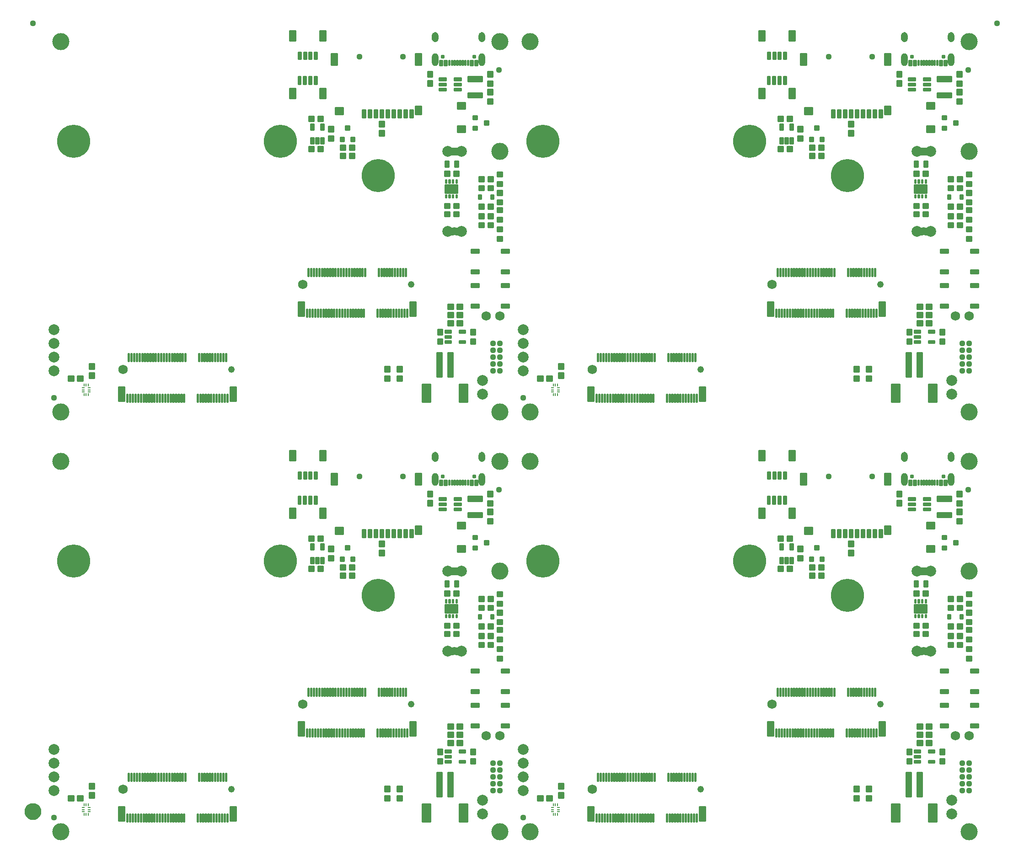
<source format=gts>
G04 EAGLE Gerber RS-274X export*
G75*
%MOMM*%
%FSLAX34Y34*%
%LPD*%
%INSoldermask Top*%
%IPPOS*%
%AMOC8*
5,1,8,0,0,1.08239X$1,22.5*%
G01*
%ADD10C,0.225369*%
%ADD11C,0.225588*%
%ADD12C,6.127000*%
%ADD13C,3.175000*%
%ADD14C,1.227000*%
%ADD15C,1.727000*%
%ADD16C,0.230578*%
%ADD17C,0.225400*%
%ADD18C,0.224509*%
%ADD19C,0.223409*%
%ADD20C,0.428259*%
%ADD21C,0.777000*%
%ADD22C,1.127000*%
%ADD23C,0.222250*%
%ADD24C,0.228600*%
%ADD25C,2.006600*%
%ADD26C,0.227100*%
%ADD27C,0.231750*%
%ADD28C,0.223519*%
%ADD29C,0.231559*%
%ADD30C,0.229050*%
%ADD31R,0.480000X0.280000*%
%ADD32R,0.280000X0.480000*%
%ADD33C,1.270000*%
%ADD34C,1.627000*%

G36*
X719934Y1443944D02*
X719934Y1443944D01*
X719939Y1443949D01*
X719943Y1443945D01*
X721040Y1444232D01*
X721044Y1444238D01*
X721049Y1444235D01*
X722068Y1444730D01*
X722071Y1444736D01*
X722076Y1444735D01*
X722979Y1445419D01*
X722981Y1445426D01*
X722986Y1445426D01*
X723739Y1446273D01*
X723739Y1446280D01*
X723744Y1446281D01*
X724317Y1447258D01*
X724316Y1447261D01*
X724317Y1447262D01*
X724316Y1447263D01*
X724316Y1447265D01*
X724321Y1447267D01*
X724692Y1448338D01*
X724690Y1448343D01*
X724693Y1448345D01*
X724692Y1448346D01*
X724694Y1448347D01*
X724849Y1449469D01*
X724846Y1449474D01*
X724849Y1449476D01*
X724849Y1461476D01*
X724846Y1461481D01*
X724849Y1461484D01*
X724644Y1462751D01*
X724638Y1462757D01*
X724641Y1462762D01*
X724159Y1463951D01*
X724152Y1463955D01*
X724154Y1463961D01*
X723420Y1465014D01*
X723412Y1465016D01*
X723413Y1465022D01*
X722463Y1465885D01*
X722454Y1465886D01*
X722454Y1465891D01*
X721335Y1466521D01*
X721327Y1466520D01*
X721325Y1466526D01*
X720095Y1466891D01*
X720087Y1466888D01*
X720084Y1466893D01*
X718803Y1466975D01*
X718797Y1466975D01*
X717516Y1466893D01*
X717510Y1466887D01*
X717505Y1466891D01*
X716275Y1466526D01*
X716270Y1466519D01*
X716265Y1466521D01*
X715146Y1465891D01*
X715143Y1465884D01*
X715137Y1465885D01*
X714187Y1465022D01*
X714186Y1465014D01*
X714180Y1465014D01*
X713446Y1463961D01*
X713446Y1463953D01*
X713441Y1463951D01*
X712959Y1462762D01*
X712961Y1462756D01*
X712957Y1462753D01*
X712958Y1462752D01*
X712956Y1462751D01*
X712751Y1461484D01*
X712754Y1461479D01*
X712751Y1461476D01*
X712751Y1449476D01*
X712754Y1449472D01*
X712751Y1449469D01*
X712906Y1448347D01*
X712911Y1448342D01*
X712908Y1448338D01*
X713279Y1447267D01*
X713285Y1447263D01*
X713283Y1447258D01*
X713856Y1446281D01*
X713862Y1446278D01*
X713861Y1446273D01*
X714614Y1445426D01*
X714621Y1445424D01*
X714621Y1445419D01*
X715524Y1444735D01*
X715531Y1444735D01*
X715532Y1444730D01*
X716551Y1444235D01*
X716558Y1444237D01*
X716560Y1444232D01*
X717657Y1443945D01*
X717663Y1443948D01*
X717666Y1443944D01*
X718797Y1443877D01*
X718801Y1443879D01*
X718803Y1443877D01*
X719934Y1443944D01*
G37*
G36*
X1588614Y1443944D02*
X1588614Y1443944D01*
X1588619Y1443949D01*
X1588623Y1443945D01*
X1589720Y1444232D01*
X1589724Y1444238D01*
X1589729Y1444235D01*
X1590748Y1444730D01*
X1590751Y1444736D01*
X1590756Y1444735D01*
X1591659Y1445419D01*
X1591661Y1445426D01*
X1591666Y1445426D01*
X1592419Y1446273D01*
X1592419Y1446280D01*
X1592424Y1446281D01*
X1592997Y1447258D01*
X1592996Y1447261D01*
X1592997Y1447262D01*
X1592996Y1447263D01*
X1592996Y1447265D01*
X1593001Y1447267D01*
X1593372Y1448338D01*
X1593370Y1448343D01*
X1593373Y1448345D01*
X1593372Y1448346D01*
X1593374Y1448347D01*
X1593529Y1449469D01*
X1593526Y1449474D01*
X1593529Y1449476D01*
X1593529Y1461476D01*
X1593526Y1461481D01*
X1593529Y1461484D01*
X1593324Y1462751D01*
X1593318Y1462757D01*
X1593321Y1462762D01*
X1592839Y1463951D01*
X1592832Y1463955D01*
X1592834Y1463961D01*
X1592100Y1465014D01*
X1592092Y1465016D01*
X1592093Y1465022D01*
X1591143Y1465885D01*
X1591134Y1465886D01*
X1591134Y1465891D01*
X1590015Y1466521D01*
X1590007Y1466520D01*
X1590005Y1466526D01*
X1588775Y1466891D01*
X1588767Y1466888D01*
X1588764Y1466893D01*
X1587483Y1466975D01*
X1587477Y1466975D01*
X1586196Y1466893D01*
X1586190Y1466887D01*
X1586185Y1466891D01*
X1584955Y1466526D01*
X1584950Y1466519D01*
X1584945Y1466521D01*
X1583826Y1465891D01*
X1583823Y1465884D01*
X1583817Y1465885D01*
X1582867Y1465022D01*
X1582866Y1465014D01*
X1582860Y1465014D01*
X1582126Y1463961D01*
X1582126Y1463953D01*
X1582121Y1463951D01*
X1581639Y1462762D01*
X1581641Y1462756D01*
X1581637Y1462753D01*
X1581638Y1462752D01*
X1581636Y1462751D01*
X1581431Y1461484D01*
X1581434Y1461479D01*
X1581431Y1461476D01*
X1581431Y1449476D01*
X1581434Y1449472D01*
X1581431Y1449469D01*
X1581586Y1448347D01*
X1581591Y1448342D01*
X1581588Y1448338D01*
X1581959Y1447267D01*
X1581965Y1447263D01*
X1581963Y1447258D01*
X1582536Y1446281D01*
X1582542Y1446278D01*
X1582541Y1446273D01*
X1583294Y1445426D01*
X1583301Y1445424D01*
X1583301Y1445419D01*
X1584204Y1444735D01*
X1584211Y1444735D01*
X1584212Y1444730D01*
X1585231Y1444235D01*
X1585238Y1444237D01*
X1585240Y1444232D01*
X1586337Y1443945D01*
X1586343Y1443948D01*
X1586346Y1443944D01*
X1587477Y1443877D01*
X1587481Y1443879D01*
X1587483Y1443877D01*
X1588614Y1443944D01*
G37*
G36*
X1675014Y1443944D02*
X1675014Y1443944D01*
X1675019Y1443949D01*
X1675023Y1443945D01*
X1676120Y1444232D01*
X1676124Y1444238D01*
X1676129Y1444235D01*
X1677148Y1444730D01*
X1677151Y1444736D01*
X1677156Y1444735D01*
X1678059Y1445419D01*
X1678061Y1445426D01*
X1678066Y1445426D01*
X1678819Y1446273D01*
X1678819Y1446280D01*
X1678824Y1446281D01*
X1679397Y1447258D01*
X1679396Y1447261D01*
X1679397Y1447262D01*
X1679396Y1447263D01*
X1679396Y1447265D01*
X1679401Y1447267D01*
X1679772Y1448338D01*
X1679770Y1448343D01*
X1679773Y1448345D01*
X1679772Y1448346D01*
X1679774Y1448347D01*
X1679929Y1449469D01*
X1679926Y1449474D01*
X1679929Y1449476D01*
X1679929Y1461476D01*
X1679926Y1461481D01*
X1679929Y1461484D01*
X1679724Y1462751D01*
X1679718Y1462757D01*
X1679721Y1462762D01*
X1679239Y1463951D01*
X1679232Y1463955D01*
X1679234Y1463961D01*
X1678500Y1465014D01*
X1678492Y1465016D01*
X1678493Y1465022D01*
X1677543Y1465885D01*
X1677534Y1465886D01*
X1677534Y1465891D01*
X1676415Y1466521D01*
X1676407Y1466520D01*
X1676405Y1466526D01*
X1675175Y1466891D01*
X1675167Y1466888D01*
X1675164Y1466893D01*
X1673883Y1466975D01*
X1673877Y1466975D01*
X1672596Y1466893D01*
X1672590Y1466887D01*
X1672585Y1466891D01*
X1671355Y1466526D01*
X1671350Y1466519D01*
X1671345Y1466521D01*
X1670226Y1465891D01*
X1670223Y1465884D01*
X1670217Y1465885D01*
X1669267Y1465022D01*
X1669266Y1465014D01*
X1669260Y1465014D01*
X1668526Y1463961D01*
X1668526Y1463953D01*
X1668521Y1463951D01*
X1668039Y1462762D01*
X1668041Y1462756D01*
X1668037Y1462753D01*
X1668038Y1462752D01*
X1668036Y1462751D01*
X1667831Y1461484D01*
X1667834Y1461479D01*
X1667831Y1461476D01*
X1667831Y1449476D01*
X1667834Y1449472D01*
X1667831Y1449469D01*
X1667986Y1448347D01*
X1667991Y1448342D01*
X1667988Y1448338D01*
X1668359Y1447267D01*
X1668365Y1447263D01*
X1668363Y1447258D01*
X1668936Y1446281D01*
X1668942Y1446278D01*
X1668941Y1446273D01*
X1669694Y1445426D01*
X1669701Y1445424D01*
X1669701Y1445419D01*
X1670604Y1444735D01*
X1670611Y1444735D01*
X1670612Y1444730D01*
X1671631Y1444235D01*
X1671638Y1444237D01*
X1671640Y1444232D01*
X1672737Y1443945D01*
X1672743Y1443948D01*
X1672746Y1443944D01*
X1673877Y1443877D01*
X1673881Y1443879D01*
X1673883Y1443877D01*
X1675014Y1443944D01*
G37*
G36*
X806334Y1443944D02*
X806334Y1443944D01*
X806339Y1443949D01*
X806343Y1443945D01*
X807440Y1444232D01*
X807444Y1444238D01*
X807449Y1444235D01*
X808468Y1444730D01*
X808471Y1444736D01*
X808476Y1444735D01*
X809379Y1445419D01*
X809381Y1445426D01*
X809386Y1445426D01*
X810139Y1446273D01*
X810139Y1446280D01*
X810144Y1446281D01*
X810717Y1447258D01*
X810716Y1447261D01*
X810717Y1447262D01*
X810716Y1447263D01*
X810716Y1447265D01*
X810721Y1447267D01*
X811092Y1448338D01*
X811090Y1448343D01*
X811093Y1448345D01*
X811092Y1448346D01*
X811094Y1448347D01*
X811249Y1449469D01*
X811246Y1449474D01*
X811249Y1449476D01*
X811249Y1461476D01*
X811246Y1461481D01*
X811249Y1461484D01*
X811044Y1462751D01*
X811038Y1462757D01*
X811041Y1462762D01*
X810559Y1463951D01*
X810552Y1463955D01*
X810554Y1463961D01*
X809820Y1465014D01*
X809812Y1465016D01*
X809813Y1465022D01*
X808863Y1465885D01*
X808854Y1465886D01*
X808854Y1465891D01*
X807735Y1466521D01*
X807727Y1466520D01*
X807725Y1466526D01*
X806495Y1466891D01*
X806487Y1466888D01*
X806484Y1466893D01*
X805203Y1466975D01*
X805197Y1466975D01*
X803916Y1466893D01*
X803910Y1466887D01*
X803905Y1466891D01*
X802675Y1466526D01*
X802670Y1466519D01*
X802665Y1466521D01*
X801546Y1465891D01*
X801543Y1465884D01*
X801537Y1465885D01*
X800587Y1465022D01*
X800586Y1465014D01*
X800580Y1465014D01*
X799846Y1463961D01*
X799846Y1463953D01*
X799841Y1463951D01*
X799359Y1462762D01*
X799361Y1462756D01*
X799357Y1462753D01*
X799358Y1462752D01*
X799356Y1462751D01*
X799151Y1461484D01*
X799154Y1461479D01*
X799151Y1461476D01*
X799151Y1449476D01*
X799154Y1449472D01*
X799151Y1449469D01*
X799306Y1448347D01*
X799311Y1448342D01*
X799308Y1448338D01*
X799679Y1447267D01*
X799685Y1447263D01*
X799683Y1447258D01*
X800256Y1446281D01*
X800262Y1446278D01*
X800261Y1446273D01*
X801014Y1445426D01*
X801021Y1445424D01*
X801021Y1445419D01*
X801924Y1444735D01*
X801931Y1444735D01*
X801932Y1444730D01*
X802951Y1444235D01*
X802958Y1444237D01*
X802960Y1444232D01*
X804057Y1443945D01*
X804063Y1443948D01*
X804066Y1443944D01*
X805197Y1443877D01*
X805201Y1443879D01*
X805203Y1443877D01*
X806334Y1443944D01*
G37*
G36*
X1675014Y666704D02*
X1675014Y666704D01*
X1675019Y666709D01*
X1675023Y666705D01*
X1676120Y666992D01*
X1676124Y666998D01*
X1676129Y666995D01*
X1677148Y667490D01*
X1677151Y667496D01*
X1677156Y667495D01*
X1678059Y668179D01*
X1678061Y668186D01*
X1678066Y668186D01*
X1678819Y669033D01*
X1678819Y669040D01*
X1678824Y669041D01*
X1679397Y670018D01*
X1679396Y670021D01*
X1679397Y670022D01*
X1679396Y670023D01*
X1679396Y670025D01*
X1679401Y670027D01*
X1679772Y671098D01*
X1679770Y671103D01*
X1679773Y671105D01*
X1679772Y671106D01*
X1679774Y671107D01*
X1679929Y672229D01*
X1679926Y672234D01*
X1679929Y672236D01*
X1679929Y684236D01*
X1679926Y684241D01*
X1679929Y684244D01*
X1679724Y685511D01*
X1679718Y685517D01*
X1679721Y685522D01*
X1679239Y686711D01*
X1679232Y686715D01*
X1679234Y686721D01*
X1678500Y687774D01*
X1678492Y687776D01*
X1678493Y687782D01*
X1677543Y688645D01*
X1677534Y688646D01*
X1677534Y688651D01*
X1676415Y689281D01*
X1676407Y689280D01*
X1676405Y689286D01*
X1675175Y689651D01*
X1675167Y689648D01*
X1675164Y689653D01*
X1673883Y689735D01*
X1673877Y689735D01*
X1672596Y689653D01*
X1672590Y689647D01*
X1672585Y689651D01*
X1671355Y689286D01*
X1671350Y689279D01*
X1671345Y689281D01*
X1670226Y688651D01*
X1670223Y688644D01*
X1670217Y688645D01*
X1669267Y687782D01*
X1669266Y687774D01*
X1669260Y687774D01*
X1668526Y686721D01*
X1668526Y686713D01*
X1668521Y686711D01*
X1668039Y685522D01*
X1668041Y685516D01*
X1668037Y685513D01*
X1668038Y685512D01*
X1668036Y685511D01*
X1667831Y684244D01*
X1667834Y684239D01*
X1667831Y684236D01*
X1667831Y672236D01*
X1667834Y672232D01*
X1667831Y672229D01*
X1667986Y671107D01*
X1667991Y671102D01*
X1667988Y671098D01*
X1668359Y670027D01*
X1668365Y670023D01*
X1668363Y670018D01*
X1668936Y669041D01*
X1668942Y669038D01*
X1668941Y669033D01*
X1669694Y668186D01*
X1669701Y668184D01*
X1669701Y668179D01*
X1670604Y667495D01*
X1670611Y667495D01*
X1670612Y667490D01*
X1671631Y666995D01*
X1671638Y666997D01*
X1671640Y666992D01*
X1672737Y666705D01*
X1672743Y666708D01*
X1672746Y666704D01*
X1673877Y666637D01*
X1673881Y666639D01*
X1673883Y666637D01*
X1675014Y666704D01*
G37*
G36*
X806334Y666704D02*
X806334Y666704D01*
X806339Y666709D01*
X806343Y666705D01*
X807440Y666992D01*
X807444Y666998D01*
X807449Y666995D01*
X808468Y667490D01*
X808471Y667496D01*
X808476Y667495D01*
X809379Y668179D01*
X809381Y668186D01*
X809386Y668186D01*
X810139Y669033D01*
X810139Y669040D01*
X810144Y669041D01*
X810717Y670018D01*
X810716Y670021D01*
X810717Y670022D01*
X810716Y670023D01*
X810716Y670025D01*
X810721Y670027D01*
X811092Y671098D01*
X811090Y671103D01*
X811093Y671105D01*
X811092Y671106D01*
X811094Y671107D01*
X811249Y672229D01*
X811246Y672234D01*
X811249Y672236D01*
X811249Y684236D01*
X811246Y684241D01*
X811249Y684244D01*
X811044Y685511D01*
X811038Y685517D01*
X811041Y685522D01*
X810559Y686711D01*
X810552Y686715D01*
X810554Y686721D01*
X809820Y687774D01*
X809812Y687776D01*
X809813Y687782D01*
X808863Y688645D01*
X808854Y688646D01*
X808854Y688651D01*
X807735Y689281D01*
X807727Y689280D01*
X807725Y689286D01*
X806495Y689651D01*
X806487Y689648D01*
X806484Y689653D01*
X805203Y689735D01*
X805197Y689735D01*
X803916Y689653D01*
X803910Y689647D01*
X803905Y689651D01*
X802675Y689286D01*
X802670Y689279D01*
X802665Y689281D01*
X801546Y688651D01*
X801543Y688644D01*
X801537Y688645D01*
X800587Y687782D01*
X800586Y687774D01*
X800580Y687774D01*
X799846Y686721D01*
X799846Y686713D01*
X799841Y686711D01*
X799359Y685522D01*
X799361Y685516D01*
X799357Y685513D01*
X799358Y685512D01*
X799356Y685511D01*
X799151Y684244D01*
X799154Y684239D01*
X799151Y684236D01*
X799151Y672236D01*
X799154Y672232D01*
X799151Y672229D01*
X799306Y671107D01*
X799311Y671102D01*
X799308Y671098D01*
X799679Y670027D01*
X799685Y670023D01*
X799683Y670018D01*
X800256Y669041D01*
X800262Y669038D01*
X800261Y669033D01*
X801014Y668186D01*
X801021Y668184D01*
X801021Y668179D01*
X801924Y667495D01*
X801931Y667495D01*
X801932Y667490D01*
X802951Y666995D01*
X802958Y666997D01*
X802960Y666992D01*
X804057Y666705D01*
X804063Y666708D01*
X804066Y666704D01*
X805197Y666637D01*
X805201Y666639D01*
X805203Y666637D01*
X806334Y666704D01*
G37*
G36*
X1588614Y666704D02*
X1588614Y666704D01*
X1588619Y666709D01*
X1588623Y666705D01*
X1589720Y666992D01*
X1589724Y666998D01*
X1589729Y666995D01*
X1590748Y667490D01*
X1590751Y667496D01*
X1590756Y667495D01*
X1591659Y668179D01*
X1591661Y668186D01*
X1591666Y668186D01*
X1592419Y669033D01*
X1592419Y669040D01*
X1592424Y669041D01*
X1592997Y670018D01*
X1592996Y670021D01*
X1592997Y670022D01*
X1592996Y670023D01*
X1592996Y670025D01*
X1593001Y670027D01*
X1593372Y671098D01*
X1593370Y671103D01*
X1593373Y671105D01*
X1593372Y671106D01*
X1593374Y671107D01*
X1593529Y672229D01*
X1593526Y672234D01*
X1593529Y672236D01*
X1593529Y684236D01*
X1593526Y684241D01*
X1593529Y684244D01*
X1593324Y685511D01*
X1593318Y685517D01*
X1593321Y685522D01*
X1592839Y686711D01*
X1592832Y686715D01*
X1592834Y686721D01*
X1592100Y687774D01*
X1592092Y687776D01*
X1592093Y687782D01*
X1591143Y688645D01*
X1591134Y688646D01*
X1591134Y688651D01*
X1590015Y689281D01*
X1590007Y689280D01*
X1590005Y689286D01*
X1588775Y689651D01*
X1588767Y689648D01*
X1588764Y689653D01*
X1587483Y689735D01*
X1587477Y689735D01*
X1586196Y689653D01*
X1586190Y689647D01*
X1586185Y689651D01*
X1584955Y689286D01*
X1584950Y689279D01*
X1584945Y689281D01*
X1583826Y688651D01*
X1583823Y688644D01*
X1583817Y688645D01*
X1582867Y687782D01*
X1582866Y687774D01*
X1582860Y687774D01*
X1582126Y686721D01*
X1582126Y686713D01*
X1582121Y686711D01*
X1581639Y685522D01*
X1581641Y685516D01*
X1581637Y685513D01*
X1581638Y685512D01*
X1581636Y685511D01*
X1581431Y684244D01*
X1581434Y684239D01*
X1581431Y684236D01*
X1581431Y672236D01*
X1581434Y672232D01*
X1581431Y672229D01*
X1581586Y671107D01*
X1581591Y671102D01*
X1581588Y671098D01*
X1581959Y670027D01*
X1581965Y670023D01*
X1581963Y670018D01*
X1582536Y669041D01*
X1582542Y669038D01*
X1582541Y669033D01*
X1583294Y668186D01*
X1583301Y668184D01*
X1583301Y668179D01*
X1584204Y667495D01*
X1584211Y667495D01*
X1584212Y667490D01*
X1585231Y666995D01*
X1585238Y666997D01*
X1585240Y666992D01*
X1586337Y666705D01*
X1586343Y666708D01*
X1586346Y666704D01*
X1587477Y666637D01*
X1587481Y666639D01*
X1587483Y666637D01*
X1588614Y666704D01*
G37*
G36*
X719934Y666704D02*
X719934Y666704D01*
X719939Y666709D01*
X719943Y666705D01*
X721040Y666992D01*
X721044Y666998D01*
X721049Y666995D01*
X722068Y667490D01*
X722071Y667496D01*
X722076Y667495D01*
X722979Y668179D01*
X722981Y668186D01*
X722986Y668186D01*
X723739Y669033D01*
X723739Y669040D01*
X723744Y669041D01*
X724317Y670018D01*
X724316Y670021D01*
X724317Y670022D01*
X724316Y670023D01*
X724316Y670025D01*
X724321Y670027D01*
X724692Y671098D01*
X724690Y671103D01*
X724693Y671105D01*
X724692Y671106D01*
X724694Y671107D01*
X724849Y672229D01*
X724846Y672234D01*
X724849Y672236D01*
X724849Y684236D01*
X724846Y684241D01*
X724849Y684244D01*
X724644Y685511D01*
X724638Y685517D01*
X724641Y685522D01*
X724159Y686711D01*
X724152Y686715D01*
X724154Y686721D01*
X723420Y687774D01*
X723412Y687776D01*
X723413Y687782D01*
X722463Y688645D01*
X722454Y688646D01*
X722454Y688651D01*
X721335Y689281D01*
X721327Y689280D01*
X721325Y689286D01*
X720095Y689651D01*
X720087Y689648D01*
X720084Y689653D01*
X718803Y689735D01*
X718797Y689735D01*
X717516Y689653D01*
X717510Y689647D01*
X717505Y689651D01*
X716275Y689286D01*
X716270Y689279D01*
X716265Y689281D01*
X715146Y688651D01*
X715143Y688644D01*
X715137Y688645D01*
X714187Y687782D01*
X714186Y687774D01*
X714180Y687774D01*
X713446Y686721D01*
X713446Y686713D01*
X713441Y686711D01*
X712959Y685522D01*
X712961Y685516D01*
X712957Y685513D01*
X712958Y685512D01*
X712956Y685511D01*
X712751Y684244D01*
X712754Y684239D01*
X712751Y684236D01*
X712751Y672236D01*
X712754Y672232D01*
X712751Y672229D01*
X712906Y671107D01*
X712911Y671102D01*
X712908Y671098D01*
X713279Y670027D01*
X713285Y670023D01*
X713283Y670018D01*
X713856Y669041D01*
X713862Y669038D01*
X713861Y669033D01*
X714614Y668186D01*
X714621Y668184D01*
X714621Y668179D01*
X715524Y667495D01*
X715531Y667495D01*
X715532Y667490D01*
X716551Y666995D01*
X716558Y666997D01*
X716560Y666992D01*
X717657Y666705D01*
X717663Y666708D01*
X717666Y666704D01*
X718797Y666637D01*
X718801Y666639D01*
X718803Y666637D01*
X719934Y666704D01*
G37*
G36*
X1587482Y1488181D02*
X1587482Y1488181D01*
X1587486Y1488177D01*
X1588826Y1488334D01*
X1588832Y1488339D01*
X1588837Y1488336D01*
X1590108Y1488787D01*
X1590113Y1488794D01*
X1590118Y1488792D01*
X1591257Y1489514D01*
X1591260Y1489522D01*
X1591266Y1489521D01*
X1592216Y1490479D01*
X1592217Y1490487D01*
X1592223Y1490488D01*
X1592936Y1491633D01*
X1592935Y1491642D01*
X1592941Y1491643D01*
X1593381Y1492919D01*
X1593379Y1492926D01*
X1593383Y1492929D01*
X1593529Y1494271D01*
X1593527Y1494274D01*
X1593529Y1494276D01*
X1593529Y1500276D01*
X1593527Y1500280D01*
X1593529Y1500282D01*
X1593374Y1501611D01*
X1593368Y1501617D01*
X1593371Y1501621D01*
X1592924Y1502882D01*
X1592917Y1502887D01*
X1592919Y1502892D01*
X1592202Y1504022D01*
X1592195Y1504025D01*
X1592196Y1504031D01*
X1591246Y1504973D01*
X1591237Y1504974D01*
X1591237Y1504980D01*
X1590101Y1505687D01*
X1590093Y1505686D01*
X1590091Y1505692D01*
X1588826Y1506128D01*
X1588818Y1506126D01*
X1588816Y1506131D01*
X1587485Y1506275D01*
X1587479Y1506271D01*
X1587475Y1506275D01*
X1586309Y1506165D01*
X1586304Y1506160D01*
X1586300Y1506163D01*
X1585177Y1505828D01*
X1585173Y1505822D01*
X1585169Y1505824D01*
X1584133Y1505276D01*
X1584130Y1505270D01*
X1584125Y1505271D01*
X1583217Y1504532D01*
X1583215Y1504525D01*
X1583210Y1504525D01*
X1582463Y1503623D01*
X1582463Y1503616D01*
X1582458Y1503615D01*
X1581901Y1502584D01*
X1581902Y1502577D01*
X1581897Y1502575D01*
X1581553Y1501456D01*
X1581555Y1501449D01*
X1581551Y1501446D01*
X1581431Y1500281D01*
X1581433Y1500278D01*
X1581431Y1500276D01*
X1581431Y1494276D01*
X1581433Y1494273D01*
X1581431Y1494271D01*
X1581542Y1493095D01*
X1581547Y1493090D01*
X1581544Y1493086D01*
X1581882Y1491954D01*
X1581888Y1491950D01*
X1581886Y1491945D01*
X1582438Y1490901D01*
X1582445Y1490898D01*
X1582443Y1490893D01*
X1583189Y1489977D01*
X1583196Y1489976D01*
X1583196Y1489970D01*
X1584106Y1489217D01*
X1584113Y1489217D01*
X1584114Y1489212D01*
X1585153Y1488651D01*
X1585160Y1488652D01*
X1585162Y1488647D01*
X1586291Y1488300D01*
X1586297Y1488302D01*
X1586300Y1488298D01*
X1587475Y1488177D01*
X1587482Y1488181D01*
G37*
G36*
X1673882Y1488181D02*
X1673882Y1488181D01*
X1673886Y1488177D01*
X1675226Y1488334D01*
X1675232Y1488339D01*
X1675237Y1488336D01*
X1676508Y1488787D01*
X1676513Y1488794D01*
X1676518Y1488792D01*
X1677657Y1489514D01*
X1677660Y1489522D01*
X1677666Y1489521D01*
X1678616Y1490479D01*
X1678617Y1490487D01*
X1678623Y1490488D01*
X1679336Y1491633D01*
X1679335Y1491642D01*
X1679341Y1491643D01*
X1679781Y1492919D01*
X1679779Y1492926D01*
X1679783Y1492929D01*
X1679929Y1494271D01*
X1679927Y1494274D01*
X1679929Y1494276D01*
X1679929Y1500276D01*
X1679927Y1500280D01*
X1679929Y1500282D01*
X1679774Y1501611D01*
X1679768Y1501617D01*
X1679771Y1501621D01*
X1679324Y1502882D01*
X1679317Y1502887D01*
X1679319Y1502892D01*
X1678602Y1504022D01*
X1678595Y1504025D01*
X1678596Y1504031D01*
X1677646Y1504973D01*
X1677637Y1504974D01*
X1677637Y1504980D01*
X1676501Y1505687D01*
X1676493Y1505686D01*
X1676491Y1505692D01*
X1675226Y1506128D01*
X1675218Y1506126D01*
X1675216Y1506131D01*
X1673885Y1506275D01*
X1673879Y1506271D01*
X1673875Y1506275D01*
X1672709Y1506165D01*
X1672704Y1506160D01*
X1672700Y1506163D01*
X1671577Y1505828D01*
X1671573Y1505822D01*
X1671569Y1505824D01*
X1670533Y1505276D01*
X1670530Y1505270D01*
X1670525Y1505271D01*
X1669617Y1504532D01*
X1669615Y1504525D01*
X1669610Y1504525D01*
X1668863Y1503623D01*
X1668863Y1503616D01*
X1668858Y1503615D01*
X1668301Y1502584D01*
X1668302Y1502577D01*
X1668297Y1502575D01*
X1667953Y1501456D01*
X1667955Y1501449D01*
X1667951Y1501446D01*
X1667831Y1500281D01*
X1667833Y1500278D01*
X1667831Y1500276D01*
X1667831Y1494276D01*
X1667833Y1494273D01*
X1667831Y1494271D01*
X1667942Y1493095D01*
X1667947Y1493090D01*
X1667944Y1493086D01*
X1668282Y1491954D01*
X1668288Y1491950D01*
X1668286Y1491945D01*
X1668838Y1490901D01*
X1668845Y1490898D01*
X1668843Y1490893D01*
X1669589Y1489977D01*
X1669596Y1489976D01*
X1669596Y1489970D01*
X1670506Y1489217D01*
X1670513Y1489217D01*
X1670514Y1489212D01*
X1671553Y1488651D01*
X1671560Y1488652D01*
X1671562Y1488647D01*
X1672691Y1488300D01*
X1672697Y1488302D01*
X1672700Y1488298D01*
X1673875Y1488177D01*
X1673882Y1488181D01*
G37*
G36*
X718802Y1488181D02*
X718802Y1488181D01*
X718806Y1488177D01*
X720146Y1488334D01*
X720152Y1488339D01*
X720157Y1488336D01*
X721428Y1488787D01*
X721433Y1488794D01*
X721438Y1488792D01*
X722577Y1489514D01*
X722580Y1489522D01*
X722586Y1489521D01*
X723536Y1490479D01*
X723537Y1490487D01*
X723543Y1490488D01*
X724256Y1491633D01*
X724255Y1491642D01*
X724261Y1491643D01*
X724701Y1492919D01*
X724699Y1492926D01*
X724703Y1492929D01*
X724849Y1494271D01*
X724847Y1494274D01*
X724849Y1494276D01*
X724849Y1500276D01*
X724847Y1500280D01*
X724849Y1500282D01*
X724694Y1501611D01*
X724688Y1501617D01*
X724691Y1501621D01*
X724244Y1502882D01*
X724237Y1502887D01*
X724239Y1502892D01*
X723522Y1504022D01*
X723515Y1504025D01*
X723516Y1504031D01*
X722566Y1504973D01*
X722557Y1504974D01*
X722557Y1504980D01*
X721421Y1505687D01*
X721413Y1505686D01*
X721411Y1505692D01*
X720146Y1506128D01*
X720138Y1506126D01*
X720136Y1506131D01*
X718805Y1506275D01*
X718799Y1506271D01*
X718795Y1506275D01*
X717629Y1506165D01*
X717624Y1506160D01*
X717620Y1506163D01*
X716497Y1505828D01*
X716493Y1505822D01*
X716489Y1505824D01*
X715453Y1505276D01*
X715450Y1505270D01*
X715445Y1505271D01*
X714537Y1504532D01*
X714535Y1504525D01*
X714530Y1504525D01*
X713783Y1503623D01*
X713783Y1503616D01*
X713778Y1503615D01*
X713221Y1502584D01*
X713222Y1502577D01*
X713217Y1502575D01*
X712873Y1501456D01*
X712875Y1501449D01*
X712871Y1501446D01*
X712751Y1500281D01*
X712753Y1500278D01*
X712751Y1500276D01*
X712751Y1494276D01*
X712753Y1494273D01*
X712751Y1494271D01*
X712862Y1493095D01*
X712867Y1493090D01*
X712864Y1493086D01*
X713202Y1491954D01*
X713208Y1491950D01*
X713206Y1491945D01*
X713758Y1490901D01*
X713765Y1490898D01*
X713763Y1490893D01*
X714509Y1489977D01*
X714516Y1489976D01*
X714516Y1489970D01*
X715426Y1489217D01*
X715433Y1489217D01*
X715434Y1489212D01*
X716473Y1488651D01*
X716480Y1488652D01*
X716482Y1488647D01*
X717611Y1488300D01*
X717617Y1488302D01*
X717620Y1488298D01*
X718795Y1488177D01*
X718802Y1488181D01*
G37*
G36*
X805202Y1488181D02*
X805202Y1488181D01*
X805206Y1488177D01*
X806546Y1488334D01*
X806552Y1488339D01*
X806557Y1488336D01*
X807828Y1488787D01*
X807833Y1488794D01*
X807838Y1488792D01*
X808977Y1489514D01*
X808980Y1489522D01*
X808986Y1489521D01*
X809936Y1490479D01*
X809937Y1490487D01*
X809943Y1490488D01*
X810656Y1491633D01*
X810655Y1491642D01*
X810661Y1491643D01*
X811101Y1492919D01*
X811099Y1492926D01*
X811103Y1492929D01*
X811249Y1494271D01*
X811247Y1494274D01*
X811249Y1494276D01*
X811249Y1500276D01*
X811247Y1500280D01*
X811249Y1500282D01*
X811094Y1501611D01*
X811088Y1501617D01*
X811091Y1501621D01*
X810644Y1502882D01*
X810637Y1502887D01*
X810639Y1502892D01*
X809922Y1504022D01*
X809915Y1504025D01*
X809916Y1504031D01*
X808966Y1504973D01*
X808957Y1504974D01*
X808957Y1504980D01*
X807821Y1505687D01*
X807813Y1505686D01*
X807811Y1505692D01*
X806546Y1506128D01*
X806538Y1506126D01*
X806536Y1506131D01*
X805205Y1506275D01*
X805199Y1506271D01*
X805195Y1506275D01*
X804029Y1506165D01*
X804024Y1506160D01*
X804020Y1506163D01*
X802897Y1505828D01*
X802893Y1505822D01*
X802889Y1505824D01*
X801853Y1505276D01*
X801850Y1505270D01*
X801845Y1505271D01*
X800937Y1504532D01*
X800935Y1504525D01*
X800930Y1504525D01*
X800183Y1503623D01*
X800183Y1503616D01*
X800178Y1503615D01*
X799621Y1502584D01*
X799622Y1502577D01*
X799617Y1502575D01*
X799273Y1501456D01*
X799275Y1501449D01*
X799271Y1501446D01*
X799151Y1500281D01*
X799153Y1500278D01*
X799151Y1500276D01*
X799151Y1494276D01*
X799153Y1494273D01*
X799151Y1494271D01*
X799262Y1493095D01*
X799267Y1493090D01*
X799264Y1493086D01*
X799602Y1491954D01*
X799608Y1491950D01*
X799606Y1491945D01*
X800158Y1490901D01*
X800165Y1490898D01*
X800163Y1490893D01*
X800909Y1489977D01*
X800916Y1489976D01*
X800916Y1489970D01*
X801826Y1489217D01*
X801833Y1489217D01*
X801834Y1489212D01*
X802873Y1488651D01*
X802880Y1488652D01*
X802882Y1488647D01*
X804011Y1488300D01*
X804017Y1488302D01*
X804020Y1488298D01*
X805195Y1488177D01*
X805202Y1488181D01*
G37*
G36*
X1673882Y710941D02*
X1673882Y710941D01*
X1673886Y710937D01*
X1675226Y711094D01*
X1675232Y711099D01*
X1675237Y711096D01*
X1676508Y711547D01*
X1676513Y711554D01*
X1676518Y711552D01*
X1677657Y712274D01*
X1677660Y712282D01*
X1677666Y712281D01*
X1678616Y713239D01*
X1678617Y713247D01*
X1678623Y713248D01*
X1679336Y714393D01*
X1679335Y714402D01*
X1679341Y714403D01*
X1679781Y715679D01*
X1679779Y715686D01*
X1679783Y715689D01*
X1679929Y717031D01*
X1679927Y717034D01*
X1679929Y717036D01*
X1679929Y723036D01*
X1679927Y723040D01*
X1679929Y723042D01*
X1679774Y724371D01*
X1679768Y724377D01*
X1679771Y724381D01*
X1679324Y725642D01*
X1679317Y725647D01*
X1679319Y725652D01*
X1678602Y726782D01*
X1678595Y726785D01*
X1678596Y726791D01*
X1677646Y727733D01*
X1677637Y727734D01*
X1677637Y727740D01*
X1676501Y728447D01*
X1676493Y728446D01*
X1676491Y728452D01*
X1675226Y728888D01*
X1675218Y728886D01*
X1675216Y728891D01*
X1673885Y729035D01*
X1673879Y729031D01*
X1673875Y729035D01*
X1672709Y728925D01*
X1672704Y728920D01*
X1672700Y728923D01*
X1671577Y728588D01*
X1671573Y728582D01*
X1671569Y728584D01*
X1670533Y728036D01*
X1670530Y728030D01*
X1670525Y728031D01*
X1669617Y727292D01*
X1669615Y727285D01*
X1669610Y727285D01*
X1668863Y726383D01*
X1668863Y726376D01*
X1668858Y726375D01*
X1668301Y725344D01*
X1668302Y725337D01*
X1668297Y725335D01*
X1667953Y724216D01*
X1667955Y724209D01*
X1667951Y724206D01*
X1667831Y723041D01*
X1667833Y723038D01*
X1667831Y723036D01*
X1667831Y717036D01*
X1667833Y717033D01*
X1667831Y717031D01*
X1667942Y715855D01*
X1667947Y715850D01*
X1667944Y715846D01*
X1668282Y714714D01*
X1668288Y714710D01*
X1668286Y714705D01*
X1668838Y713661D01*
X1668845Y713658D01*
X1668843Y713653D01*
X1669589Y712737D01*
X1669596Y712736D01*
X1669596Y712730D01*
X1670506Y711977D01*
X1670513Y711977D01*
X1670514Y711972D01*
X1671553Y711411D01*
X1671560Y711412D01*
X1671562Y711407D01*
X1672691Y711060D01*
X1672697Y711062D01*
X1672700Y711058D01*
X1673875Y710937D01*
X1673882Y710941D01*
G37*
G36*
X718802Y710941D02*
X718802Y710941D01*
X718806Y710937D01*
X720146Y711094D01*
X720152Y711099D01*
X720157Y711096D01*
X721428Y711547D01*
X721433Y711554D01*
X721438Y711552D01*
X722577Y712274D01*
X722580Y712282D01*
X722586Y712281D01*
X723536Y713239D01*
X723537Y713247D01*
X723543Y713248D01*
X724256Y714393D01*
X724255Y714402D01*
X724261Y714403D01*
X724701Y715679D01*
X724699Y715686D01*
X724703Y715689D01*
X724849Y717031D01*
X724847Y717034D01*
X724849Y717036D01*
X724849Y723036D01*
X724847Y723040D01*
X724849Y723042D01*
X724694Y724371D01*
X724688Y724377D01*
X724691Y724381D01*
X724244Y725642D01*
X724237Y725647D01*
X724239Y725652D01*
X723522Y726782D01*
X723515Y726785D01*
X723516Y726791D01*
X722566Y727733D01*
X722557Y727734D01*
X722557Y727740D01*
X721421Y728447D01*
X721413Y728446D01*
X721411Y728452D01*
X720146Y728888D01*
X720138Y728886D01*
X720136Y728891D01*
X718805Y729035D01*
X718799Y729031D01*
X718795Y729035D01*
X717629Y728925D01*
X717624Y728920D01*
X717620Y728923D01*
X716497Y728588D01*
X716493Y728582D01*
X716489Y728584D01*
X715453Y728036D01*
X715450Y728030D01*
X715445Y728031D01*
X714537Y727292D01*
X714535Y727285D01*
X714530Y727285D01*
X713783Y726383D01*
X713783Y726376D01*
X713778Y726375D01*
X713221Y725344D01*
X713222Y725337D01*
X713217Y725335D01*
X712873Y724216D01*
X712875Y724209D01*
X712871Y724206D01*
X712751Y723041D01*
X712753Y723038D01*
X712751Y723036D01*
X712751Y717036D01*
X712753Y717033D01*
X712751Y717031D01*
X712862Y715855D01*
X712867Y715850D01*
X712864Y715846D01*
X713202Y714714D01*
X713208Y714710D01*
X713206Y714705D01*
X713758Y713661D01*
X713765Y713658D01*
X713763Y713653D01*
X714509Y712737D01*
X714516Y712736D01*
X714516Y712730D01*
X715426Y711977D01*
X715433Y711977D01*
X715434Y711972D01*
X716473Y711411D01*
X716480Y711412D01*
X716482Y711407D01*
X717611Y711060D01*
X717617Y711062D01*
X717620Y711058D01*
X718795Y710937D01*
X718802Y710941D01*
G37*
G36*
X1587482Y710941D02*
X1587482Y710941D01*
X1587486Y710937D01*
X1588826Y711094D01*
X1588832Y711099D01*
X1588837Y711096D01*
X1590108Y711547D01*
X1590113Y711554D01*
X1590118Y711552D01*
X1591257Y712274D01*
X1591260Y712282D01*
X1591266Y712281D01*
X1592216Y713239D01*
X1592217Y713247D01*
X1592223Y713248D01*
X1592936Y714393D01*
X1592935Y714402D01*
X1592941Y714403D01*
X1593381Y715679D01*
X1593379Y715686D01*
X1593383Y715689D01*
X1593529Y717031D01*
X1593527Y717034D01*
X1593529Y717036D01*
X1593529Y723036D01*
X1593527Y723040D01*
X1593529Y723042D01*
X1593374Y724371D01*
X1593368Y724377D01*
X1593371Y724381D01*
X1592924Y725642D01*
X1592917Y725647D01*
X1592919Y725652D01*
X1592202Y726782D01*
X1592195Y726785D01*
X1592196Y726791D01*
X1591246Y727733D01*
X1591237Y727734D01*
X1591237Y727740D01*
X1590101Y728447D01*
X1590093Y728446D01*
X1590091Y728452D01*
X1588826Y728888D01*
X1588818Y728886D01*
X1588816Y728891D01*
X1587485Y729035D01*
X1587479Y729031D01*
X1587475Y729035D01*
X1586309Y728925D01*
X1586304Y728920D01*
X1586300Y728923D01*
X1585177Y728588D01*
X1585173Y728582D01*
X1585169Y728584D01*
X1584133Y728036D01*
X1584130Y728030D01*
X1584125Y728031D01*
X1583217Y727292D01*
X1583215Y727285D01*
X1583210Y727285D01*
X1582463Y726383D01*
X1582463Y726376D01*
X1582458Y726375D01*
X1581901Y725344D01*
X1581902Y725337D01*
X1581897Y725335D01*
X1581553Y724216D01*
X1581555Y724209D01*
X1581551Y724206D01*
X1581431Y723041D01*
X1581433Y723038D01*
X1581431Y723036D01*
X1581431Y717036D01*
X1581433Y717033D01*
X1581431Y717031D01*
X1581542Y715855D01*
X1581547Y715850D01*
X1581544Y715846D01*
X1581882Y714714D01*
X1581888Y714710D01*
X1581886Y714705D01*
X1582438Y713661D01*
X1582445Y713658D01*
X1582443Y713653D01*
X1583189Y712737D01*
X1583196Y712736D01*
X1583196Y712730D01*
X1584106Y711977D01*
X1584113Y711977D01*
X1584114Y711972D01*
X1585153Y711411D01*
X1585160Y711412D01*
X1585162Y711407D01*
X1586291Y711060D01*
X1586297Y711062D01*
X1586300Y711058D01*
X1587475Y710937D01*
X1587482Y710941D01*
G37*
G36*
X805202Y710941D02*
X805202Y710941D01*
X805206Y710937D01*
X806546Y711094D01*
X806552Y711099D01*
X806557Y711096D01*
X807828Y711547D01*
X807833Y711554D01*
X807838Y711552D01*
X808977Y712274D01*
X808980Y712282D01*
X808986Y712281D01*
X809936Y713239D01*
X809937Y713247D01*
X809943Y713248D01*
X810656Y714393D01*
X810655Y714402D01*
X810661Y714403D01*
X811101Y715679D01*
X811099Y715686D01*
X811103Y715689D01*
X811249Y717031D01*
X811247Y717034D01*
X811249Y717036D01*
X811249Y723036D01*
X811247Y723040D01*
X811249Y723042D01*
X811094Y724371D01*
X811088Y724377D01*
X811091Y724381D01*
X810644Y725642D01*
X810637Y725647D01*
X810639Y725652D01*
X809922Y726782D01*
X809915Y726785D01*
X809916Y726791D01*
X808966Y727733D01*
X808957Y727734D01*
X808957Y727740D01*
X807821Y728447D01*
X807813Y728446D01*
X807811Y728452D01*
X806546Y728888D01*
X806538Y728886D01*
X806536Y728891D01*
X805205Y729035D01*
X805199Y729031D01*
X805195Y729035D01*
X804029Y728925D01*
X804024Y728920D01*
X804020Y728923D01*
X802897Y728588D01*
X802893Y728582D01*
X802889Y728584D01*
X801853Y728036D01*
X801850Y728030D01*
X801845Y728031D01*
X800937Y727292D01*
X800935Y727285D01*
X800930Y727285D01*
X800183Y726383D01*
X800183Y726376D01*
X800178Y726375D01*
X799621Y725344D01*
X799622Y725337D01*
X799617Y725335D01*
X799273Y724216D01*
X799275Y724209D01*
X799271Y724206D01*
X799151Y723041D01*
X799153Y723038D01*
X799151Y723036D01*
X799151Y717036D01*
X799153Y717033D01*
X799151Y717031D01*
X799262Y715855D01*
X799267Y715850D01*
X799264Y715846D01*
X799602Y714714D01*
X799608Y714710D01*
X799606Y714705D01*
X800158Y713661D01*
X800165Y713658D01*
X800163Y713653D01*
X800909Y712737D01*
X800916Y712736D01*
X800916Y712730D01*
X801826Y711977D01*
X801833Y711977D01*
X801834Y711972D01*
X802873Y711411D01*
X802880Y711412D01*
X802882Y711407D01*
X804011Y711060D01*
X804017Y711062D01*
X804020Y711058D01*
X805195Y710937D01*
X805202Y710941D01*
G37*
G36*
X756350Y1278013D02*
X756350Y1278013D01*
X756416Y1278015D01*
X756459Y1278033D01*
X756506Y1278041D01*
X756563Y1278075D01*
X756623Y1278100D01*
X756658Y1278131D01*
X756699Y1278156D01*
X756741Y1278207D01*
X756789Y1278251D01*
X756811Y1278293D01*
X756840Y1278330D01*
X756861Y1278392D01*
X756892Y1278451D01*
X756900Y1278505D01*
X756912Y1278542D01*
X756911Y1278582D01*
X756919Y1278636D01*
X756919Y1291844D01*
X756908Y1291909D01*
X756906Y1291975D01*
X756888Y1292018D01*
X756880Y1292065D01*
X756846Y1292122D01*
X756821Y1292182D01*
X756790Y1292217D01*
X756765Y1292258D01*
X756714Y1292300D01*
X756670Y1292348D01*
X756628Y1292370D01*
X756591Y1292399D01*
X756529Y1292420D01*
X756470Y1292451D01*
X756416Y1292459D01*
X756379Y1292471D01*
X756339Y1292470D01*
X756285Y1292478D01*
X752475Y1292478D01*
X752410Y1292467D01*
X752344Y1292465D01*
X752301Y1292447D01*
X752254Y1292439D01*
X752197Y1292405D01*
X752137Y1292380D01*
X752102Y1292349D01*
X752061Y1292324D01*
X752020Y1292273D01*
X751971Y1292229D01*
X751949Y1292187D01*
X751920Y1292150D01*
X751899Y1292088D01*
X751868Y1292029D01*
X751860Y1291975D01*
X751848Y1291938D01*
X751849Y1291898D01*
X751841Y1291844D01*
X751841Y1278636D01*
X751852Y1278571D01*
X751854Y1278505D01*
X751872Y1278462D01*
X751880Y1278415D01*
X751914Y1278358D01*
X751939Y1278298D01*
X751970Y1278263D01*
X751995Y1278222D01*
X752046Y1278181D01*
X752090Y1278132D01*
X752132Y1278110D01*
X752169Y1278081D01*
X752231Y1278060D01*
X752290Y1278029D01*
X752344Y1278021D01*
X752381Y1278009D01*
X752421Y1278010D01*
X752475Y1278002D01*
X756285Y1278002D01*
X756350Y1278013D01*
G37*
G36*
X1625030Y1278013D02*
X1625030Y1278013D01*
X1625096Y1278015D01*
X1625139Y1278033D01*
X1625186Y1278041D01*
X1625243Y1278075D01*
X1625303Y1278100D01*
X1625338Y1278131D01*
X1625379Y1278156D01*
X1625421Y1278207D01*
X1625469Y1278251D01*
X1625491Y1278293D01*
X1625520Y1278330D01*
X1625541Y1278392D01*
X1625572Y1278451D01*
X1625580Y1278505D01*
X1625592Y1278542D01*
X1625591Y1278582D01*
X1625599Y1278636D01*
X1625599Y1291844D01*
X1625588Y1291909D01*
X1625586Y1291975D01*
X1625568Y1292018D01*
X1625560Y1292065D01*
X1625526Y1292122D01*
X1625501Y1292182D01*
X1625470Y1292217D01*
X1625445Y1292258D01*
X1625394Y1292300D01*
X1625350Y1292348D01*
X1625308Y1292370D01*
X1625271Y1292399D01*
X1625209Y1292420D01*
X1625150Y1292451D01*
X1625096Y1292459D01*
X1625059Y1292471D01*
X1625019Y1292470D01*
X1624965Y1292478D01*
X1621155Y1292478D01*
X1621090Y1292467D01*
X1621024Y1292465D01*
X1620981Y1292447D01*
X1620934Y1292439D01*
X1620877Y1292405D01*
X1620817Y1292380D01*
X1620782Y1292349D01*
X1620741Y1292324D01*
X1620700Y1292273D01*
X1620651Y1292229D01*
X1620629Y1292187D01*
X1620600Y1292150D01*
X1620579Y1292088D01*
X1620548Y1292029D01*
X1620540Y1291975D01*
X1620528Y1291938D01*
X1620529Y1291898D01*
X1620521Y1291844D01*
X1620521Y1278636D01*
X1620532Y1278571D01*
X1620534Y1278505D01*
X1620552Y1278462D01*
X1620560Y1278415D01*
X1620594Y1278358D01*
X1620619Y1278298D01*
X1620650Y1278263D01*
X1620675Y1278222D01*
X1620726Y1278181D01*
X1620770Y1278132D01*
X1620812Y1278110D01*
X1620849Y1278081D01*
X1620911Y1278060D01*
X1620970Y1278029D01*
X1621024Y1278021D01*
X1621061Y1278009D01*
X1621101Y1278010D01*
X1621155Y1278002D01*
X1624965Y1278002D01*
X1625030Y1278013D01*
G37*
G36*
X1625030Y1130439D02*
X1625030Y1130439D01*
X1625096Y1130441D01*
X1625139Y1130459D01*
X1625186Y1130467D01*
X1625243Y1130501D01*
X1625303Y1130526D01*
X1625338Y1130557D01*
X1625379Y1130582D01*
X1625421Y1130633D01*
X1625469Y1130677D01*
X1625491Y1130719D01*
X1625520Y1130756D01*
X1625541Y1130818D01*
X1625572Y1130877D01*
X1625580Y1130931D01*
X1625592Y1130968D01*
X1625591Y1131008D01*
X1625599Y1131062D01*
X1625599Y1144270D01*
X1625588Y1144335D01*
X1625586Y1144401D01*
X1625568Y1144444D01*
X1625560Y1144491D01*
X1625526Y1144548D01*
X1625501Y1144608D01*
X1625470Y1144643D01*
X1625445Y1144684D01*
X1625394Y1144726D01*
X1625350Y1144774D01*
X1625308Y1144796D01*
X1625271Y1144825D01*
X1625209Y1144846D01*
X1625150Y1144877D01*
X1625096Y1144885D01*
X1625059Y1144897D01*
X1625019Y1144896D01*
X1624965Y1144904D01*
X1621155Y1144904D01*
X1621090Y1144893D01*
X1621024Y1144891D01*
X1620981Y1144873D01*
X1620934Y1144865D01*
X1620877Y1144831D01*
X1620817Y1144806D01*
X1620782Y1144775D01*
X1620741Y1144750D01*
X1620700Y1144699D01*
X1620651Y1144655D01*
X1620629Y1144613D01*
X1620600Y1144576D01*
X1620579Y1144514D01*
X1620548Y1144455D01*
X1620540Y1144401D01*
X1620528Y1144364D01*
X1620529Y1144324D01*
X1620521Y1144270D01*
X1620521Y1131062D01*
X1620532Y1130997D01*
X1620534Y1130931D01*
X1620552Y1130888D01*
X1620560Y1130841D01*
X1620594Y1130784D01*
X1620619Y1130724D01*
X1620650Y1130689D01*
X1620675Y1130648D01*
X1620726Y1130607D01*
X1620770Y1130558D01*
X1620812Y1130536D01*
X1620849Y1130507D01*
X1620911Y1130486D01*
X1620970Y1130455D01*
X1621024Y1130447D01*
X1621061Y1130435D01*
X1621101Y1130436D01*
X1621155Y1130428D01*
X1624965Y1130428D01*
X1625030Y1130439D01*
G37*
G36*
X756350Y1130439D02*
X756350Y1130439D01*
X756416Y1130441D01*
X756459Y1130459D01*
X756506Y1130467D01*
X756563Y1130501D01*
X756623Y1130526D01*
X756658Y1130557D01*
X756699Y1130582D01*
X756741Y1130633D01*
X756789Y1130677D01*
X756811Y1130719D01*
X756840Y1130756D01*
X756861Y1130818D01*
X756892Y1130877D01*
X756900Y1130931D01*
X756912Y1130968D01*
X756911Y1131008D01*
X756919Y1131062D01*
X756919Y1144270D01*
X756908Y1144335D01*
X756906Y1144401D01*
X756888Y1144444D01*
X756880Y1144491D01*
X756846Y1144548D01*
X756821Y1144608D01*
X756790Y1144643D01*
X756765Y1144684D01*
X756714Y1144726D01*
X756670Y1144774D01*
X756628Y1144796D01*
X756591Y1144825D01*
X756529Y1144846D01*
X756470Y1144877D01*
X756416Y1144885D01*
X756379Y1144897D01*
X756339Y1144896D01*
X756285Y1144904D01*
X752475Y1144904D01*
X752410Y1144893D01*
X752344Y1144891D01*
X752301Y1144873D01*
X752254Y1144865D01*
X752197Y1144831D01*
X752137Y1144806D01*
X752102Y1144775D01*
X752061Y1144750D01*
X752020Y1144699D01*
X751971Y1144655D01*
X751949Y1144613D01*
X751920Y1144576D01*
X751899Y1144514D01*
X751868Y1144455D01*
X751860Y1144401D01*
X751848Y1144364D01*
X751849Y1144324D01*
X751841Y1144270D01*
X751841Y1131062D01*
X751852Y1130997D01*
X751854Y1130931D01*
X751872Y1130888D01*
X751880Y1130841D01*
X751914Y1130784D01*
X751939Y1130724D01*
X751970Y1130689D01*
X751995Y1130648D01*
X752046Y1130607D01*
X752090Y1130558D01*
X752132Y1130536D01*
X752169Y1130507D01*
X752231Y1130486D01*
X752290Y1130455D01*
X752344Y1130447D01*
X752381Y1130435D01*
X752421Y1130436D01*
X752475Y1130428D01*
X756285Y1130428D01*
X756350Y1130439D01*
G37*
G36*
X756350Y500773D02*
X756350Y500773D01*
X756416Y500775D01*
X756459Y500793D01*
X756506Y500801D01*
X756563Y500835D01*
X756623Y500860D01*
X756658Y500891D01*
X756699Y500916D01*
X756741Y500967D01*
X756789Y501011D01*
X756811Y501053D01*
X756840Y501090D01*
X756861Y501152D01*
X756892Y501211D01*
X756900Y501265D01*
X756912Y501302D01*
X756911Y501342D01*
X756919Y501396D01*
X756919Y514604D01*
X756908Y514669D01*
X756906Y514735D01*
X756888Y514778D01*
X756880Y514825D01*
X756846Y514882D01*
X756821Y514942D01*
X756790Y514977D01*
X756765Y515018D01*
X756714Y515060D01*
X756670Y515108D01*
X756628Y515130D01*
X756591Y515159D01*
X756529Y515180D01*
X756470Y515211D01*
X756416Y515219D01*
X756379Y515231D01*
X756339Y515230D01*
X756285Y515238D01*
X752475Y515238D01*
X752410Y515227D01*
X752344Y515225D01*
X752301Y515207D01*
X752254Y515199D01*
X752197Y515165D01*
X752137Y515140D01*
X752102Y515109D01*
X752061Y515084D01*
X752020Y515033D01*
X751971Y514989D01*
X751949Y514947D01*
X751920Y514910D01*
X751899Y514848D01*
X751868Y514789D01*
X751860Y514735D01*
X751848Y514698D01*
X751849Y514658D01*
X751841Y514604D01*
X751841Y501396D01*
X751852Y501331D01*
X751854Y501265D01*
X751872Y501222D01*
X751880Y501175D01*
X751914Y501118D01*
X751939Y501058D01*
X751970Y501023D01*
X751995Y500982D01*
X752046Y500941D01*
X752090Y500892D01*
X752132Y500870D01*
X752169Y500841D01*
X752231Y500820D01*
X752290Y500789D01*
X752344Y500781D01*
X752381Y500769D01*
X752421Y500770D01*
X752475Y500762D01*
X756285Y500762D01*
X756350Y500773D01*
G37*
G36*
X1625030Y500773D02*
X1625030Y500773D01*
X1625096Y500775D01*
X1625139Y500793D01*
X1625186Y500801D01*
X1625243Y500835D01*
X1625303Y500860D01*
X1625338Y500891D01*
X1625379Y500916D01*
X1625421Y500967D01*
X1625469Y501011D01*
X1625491Y501053D01*
X1625520Y501090D01*
X1625541Y501152D01*
X1625572Y501211D01*
X1625580Y501265D01*
X1625592Y501302D01*
X1625591Y501342D01*
X1625599Y501396D01*
X1625599Y514604D01*
X1625588Y514669D01*
X1625586Y514735D01*
X1625568Y514778D01*
X1625560Y514825D01*
X1625526Y514882D01*
X1625501Y514942D01*
X1625470Y514977D01*
X1625445Y515018D01*
X1625394Y515060D01*
X1625350Y515108D01*
X1625308Y515130D01*
X1625271Y515159D01*
X1625209Y515180D01*
X1625150Y515211D01*
X1625096Y515219D01*
X1625059Y515231D01*
X1625019Y515230D01*
X1624965Y515238D01*
X1621155Y515238D01*
X1621090Y515227D01*
X1621024Y515225D01*
X1620981Y515207D01*
X1620934Y515199D01*
X1620877Y515165D01*
X1620817Y515140D01*
X1620782Y515109D01*
X1620741Y515084D01*
X1620700Y515033D01*
X1620651Y514989D01*
X1620629Y514947D01*
X1620600Y514910D01*
X1620579Y514848D01*
X1620548Y514789D01*
X1620540Y514735D01*
X1620528Y514698D01*
X1620529Y514658D01*
X1620521Y514604D01*
X1620521Y501396D01*
X1620532Y501331D01*
X1620534Y501265D01*
X1620552Y501222D01*
X1620560Y501175D01*
X1620594Y501118D01*
X1620619Y501058D01*
X1620650Y501023D01*
X1620675Y500982D01*
X1620726Y500941D01*
X1620770Y500892D01*
X1620812Y500870D01*
X1620849Y500841D01*
X1620911Y500820D01*
X1620970Y500789D01*
X1621024Y500781D01*
X1621061Y500769D01*
X1621101Y500770D01*
X1621155Y500762D01*
X1624965Y500762D01*
X1625030Y500773D01*
G37*
G36*
X756350Y353199D02*
X756350Y353199D01*
X756416Y353201D01*
X756459Y353219D01*
X756506Y353227D01*
X756563Y353261D01*
X756623Y353286D01*
X756658Y353317D01*
X756699Y353342D01*
X756741Y353393D01*
X756789Y353437D01*
X756811Y353479D01*
X756840Y353516D01*
X756861Y353578D01*
X756892Y353637D01*
X756900Y353691D01*
X756912Y353728D01*
X756911Y353768D01*
X756919Y353822D01*
X756919Y367030D01*
X756908Y367095D01*
X756906Y367161D01*
X756888Y367204D01*
X756880Y367251D01*
X756846Y367308D01*
X756821Y367368D01*
X756790Y367403D01*
X756765Y367444D01*
X756714Y367486D01*
X756670Y367534D01*
X756628Y367556D01*
X756591Y367585D01*
X756529Y367606D01*
X756470Y367637D01*
X756416Y367645D01*
X756379Y367657D01*
X756339Y367656D01*
X756285Y367664D01*
X752475Y367664D01*
X752410Y367653D01*
X752344Y367651D01*
X752301Y367633D01*
X752254Y367625D01*
X752197Y367591D01*
X752137Y367566D01*
X752102Y367535D01*
X752061Y367510D01*
X752020Y367459D01*
X751971Y367415D01*
X751949Y367373D01*
X751920Y367336D01*
X751899Y367274D01*
X751868Y367215D01*
X751860Y367161D01*
X751848Y367124D01*
X751849Y367084D01*
X751841Y367030D01*
X751841Y353822D01*
X751852Y353757D01*
X751854Y353691D01*
X751872Y353648D01*
X751880Y353601D01*
X751914Y353544D01*
X751939Y353484D01*
X751970Y353449D01*
X751995Y353408D01*
X752046Y353367D01*
X752090Y353318D01*
X752132Y353296D01*
X752169Y353267D01*
X752231Y353246D01*
X752290Y353215D01*
X752344Y353207D01*
X752381Y353195D01*
X752421Y353196D01*
X752475Y353188D01*
X756285Y353188D01*
X756350Y353199D01*
G37*
G36*
X1625030Y353199D02*
X1625030Y353199D01*
X1625096Y353201D01*
X1625139Y353219D01*
X1625186Y353227D01*
X1625243Y353261D01*
X1625303Y353286D01*
X1625338Y353317D01*
X1625379Y353342D01*
X1625421Y353393D01*
X1625469Y353437D01*
X1625491Y353479D01*
X1625520Y353516D01*
X1625541Y353578D01*
X1625572Y353637D01*
X1625580Y353691D01*
X1625592Y353728D01*
X1625591Y353768D01*
X1625599Y353822D01*
X1625599Y367030D01*
X1625588Y367095D01*
X1625586Y367161D01*
X1625568Y367204D01*
X1625560Y367251D01*
X1625526Y367308D01*
X1625501Y367368D01*
X1625470Y367403D01*
X1625445Y367444D01*
X1625394Y367486D01*
X1625350Y367534D01*
X1625308Y367556D01*
X1625271Y367585D01*
X1625209Y367606D01*
X1625150Y367637D01*
X1625096Y367645D01*
X1625059Y367657D01*
X1625019Y367656D01*
X1624965Y367664D01*
X1621155Y367664D01*
X1621090Y367653D01*
X1621024Y367651D01*
X1620981Y367633D01*
X1620934Y367625D01*
X1620877Y367591D01*
X1620817Y367566D01*
X1620782Y367535D01*
X1620741Y367510D01*
X1620700Y367459D01*
X1620651Y367415D01*
X1620629Y367373D01*
X1620600Y367336D01*
X1620579Y367274D01*
X1620548Y367215D01*
X1620540Y367161D01*
X1620528Y367124D01*
X1620529Y367084D01*
X1620521Y367030D01*
X1620521Y353822D01*
X1620532Y353757D01*
X1620534Y353691D01*
X1620552Y353648D01*
X1620560Y353601D01*
X1620594Y353544D01*
X1620619Y353484D01*
X1620650Y353449D01*
X1620675Y353408D01*
X1620726Y353367D01*
X1620770Y353318D01*
X1620812Y353296D01*
X1620849Y353267D01*
X1620911Y353246D01*
X1620970Y353215D01*
X1621024Y353207D01*
X1621061Y353195D01*
X1621101Y353196D01*
X1621155Y353188D01*
X1624965Y353188D01*
X1625030Y353199D01*
G37*
D10*
X494872Y647208D02*
X499888Y647208D01*
X499888Y632692D01*
X494872Y632692D01*
X494872Y647208D01*
X494872Y634833D02*
X499888Y634833D01*
X499888Y636974D02*
X494872Y636974D01*
X494872Y639115D02*
X499888Y639115D01*
X499888Y641256D02*
X494872Y641256D01*
X494872Y643397D02*
X499888Y643397D01*
X499888Y645538D02*
X494872Y645538D01*
X489888Y647208D02*
X484872Y647208D01*
X489888Y647208D02*
X489888Y632692D01*
X484872Y632692D01*
X484872Y647208D01*
X484872Y634833D02*
X489888Y634833D01*
X489888Y636974D02*
X484872Y636974D01*
X484872Y639115D02*
X489888Y639115D01*
X489888Y641256D02*
X484872Y641256D01*
X484872Y643397D02*
X489888Y643397D01*
X489888Y645538D02*
X484872Y645538D01*
X479888Y647208D02*
X474872Y647208D01*
X479888Y647208D02*
X479888Y632692D01*
X474872Y632692D01*
X474872Y647208D01*
X474872Y634833D02*
X479888Y634833D01*
X479888Y636974D02*
X474872Y636974D01*
X474872Y639115D02*
X479888Y639115D01*
X479888Y641256D02*
X474872Y641256D01*
X474872Y643397D02*
X479888Y643397D01*
X479888Y645538D02*
X474872Y645538D01*
X469888Y647208D02*
X464872Y647208D01*
X469888Y647208D02*
X469888Y632692D01*
X464872Y632692D01*
X464872Y647208D01*
X464872Y634833D02*
X469888Y634833D01*
X469888Y636974D02*
X464872Y636974D01*
X464872Y639115D02*
X469888Y639115D01*
X469888Y641256D02*
X464872Y641256D01*
X464872Y643397D02*
X469888Y643397D01*
X469888Y645538D02*
X464872Y645538D01*
D11*
X504873Y625207D02*
X515887Y625207D01*
X515887Y606193D01*
X504873Y606193D01*
X504873Y625207D01*
X504873Y608336D02*
X515887Y608336D01*
X515887Y610479D02*
X504873Y610479D01*
X504873Y612622D02*
X515887Y612622D01*
X515887Y614765D02*
X504873Y614765D01*
X504873Y616908D02*
X515887Y616908D01*
X515887Y619051D02*
X504873Y619051D01*
X504873Y621194D02*
X515887Y621194D01*
X515887Y623337D02*
X504873Y623337D01*
X459887Y625207D02*
X448873Y625207D01*
X459887Y625207D02*
X459887Y606193D01*
X448873Y606193D01*
X448873Y625207D01*
X448873Y608336D02*
X459887Y608336D01*
X459887Y610479D02*
X448873Y610479D01*
X448873Y612622D02*
X459887Y612622D01*
X459887Y614765D02*
X448873Y614765D01*
X448873Y616908D02*
X459887Y616908D01*
X459887Y619051D02*
X448873Y619051D01*
X448873Y621194D02*
X459887Y621194D01*
X459887Y623337D02*
X448873Y623337D01*
X505093Y732057D02*
X516107Y732057D01*
X516107Y713043D01*
X505093Y713043D01*
X505093Y732057D01*
X505093Y715186D02*
X516107Y715186D01*
X516107Y717329D02*
X505093Y717329D01*
X505093Y719472D02*
X516107Y719472D01*
X516107Y721615D02*
X505093Y721615D01*
X505093Y723758D02*
X516107Y723758D01*
X516107Y725901D02*
X505093Y725901D01*
X505093Y728044D02*
X516107Y728044D01*
X516107Y730187D02*
X505093Y730187D01*
X460107Y732057D02*
X449093Y732057D01*
X460107Y732057D02*
X460107Y713043D01*
X449093Y713043D01*
X449093Y732057D01*
X449093Y715186D02*
X460107Y715186D01*
X460107Y717329D02*
X449093Y717329D01*
X449093Y719472D02*
X460107Y719472D01*
X460107Y721615D02*
X449093Y721615D01*
X449093Y723758D02*
X460107Y723758D01*
X460107Y725901D02*
X449093Y725901D01*
X449093Y728044D02*
X460107Y728044D01*
X460107Y730187D02*
X449093Y730187D01*
D10*
X495092Y692058D02*
X500108Y692058D01*
X500108Y679542D01*
X495092Y679542D01*
X495092Y692058D01*
X495092Y681683D02*
X500108Y681683D01*
X500108Y683824D02*
X495092Y683824D01*
X495092Y685965D02*
X500108Y685965D01*
X500108Y688106D02*
X495092Y688106D01*
X495092Y690247D02*
X500108Y690247D01*
X490108Y692058D02*
X485092Y692058D01*
X490108Y692058D02*
X490108Y679542D01*
X485092Y679542D01*
X485092Y692058D01*
X485092Y681683D02*
X490108Y681683D01*
X490108Y683824D02*
X485092Y683824D01*
X485092Y685965D02*
X490108Y685965D01*
X490108Y688106D02*
X485092Y688106D01*
X485092Y690247D02*
X490108Y690247D01*
X480108Y692058D02*
X475092Y692058D01*
X480108Y692058D02*
X480108Y679542D01*
X475092Y679542D01*
X475092Y692058D01*
X475092Y681683D02*
X480108Y681683D01*
X480108Y683824D02*
X475092Y683824D01*
X475092Y685965D02*
X480108Y685965D01*
X480108Y688106D02*
X475092Y688106D01*
X475092Y690247D02*
X480108Y690247D01*
X470108Y692058D02*
X465092Y692058D01*
X470108Y692058D02*
X470108Y679542D01*
X465092Y679542D01*
X465092Y692058D01*
X465092Y681683D02*
X470108Y681683D01*
X470108Y683824D02*
X465092Y683824D01*
X465092Y685965D02*
X470108Y685965D01*
X470108Y688106D02*
X465092Y688106D01*
X465092Y690247D02*
X470108Y690247D01*
D12*
X613628Y463858D03*
D13*
X838200Y25400D03*
X25400Y25400D03*
X25400Y711200D03*
X838200Y711200D03*
D14*
X674040Y261620D03*
D15*
X474040Y261620D03*
D16*
X665558Y216102D02*
X667522Y216102D01*
X667522Y201638D01*
X665558Y201638D01*
X665558Y216102D01*
X665558Y203829D02*
X667522Y203829D01*
X667522Y206020D02*
X665558Y206020D01*
X665558Y208211D02*
X667522Y208211D01*
X667522Y210402D02*
X665558Y210402D01*
X665558Y212593D02*
X667522Y212593D01*
X667522Y214784D02*
X665558Y214784D01*
D11*
X672033Y229877D02*
X683047Y229877D01*
X683047Y203363D01*
X672033Y203363D01*
X672033Y229877D01*
X672033Y205506D02*
X683047Y205506D01*
X683047Y207649D02*
X672033Y207649D01*
X672033Y209792D02*
X683047Y209792D01*
X683047Y211935D02*
X672033Y211935D01*
X672033Y214078D02*
X683047Y214078D01*
X683047Y216221D02*
X672033Y216221D01*
X672033Y218364D02*
X683047Y218364D01*
X683047Y220507D02*
X672033Y220507D01*
X672033Y222650D02*
X683047Y222650D01*
X683047Y224793D02*
X672033Y224793D01*
X672033Y226936D02*
X683047Y226936D01*
X683047Y229079D02*
X672033Y229079D01*
X476047Y229877D02*
X465033Y229877D01*
X476047Y229877D02*
X476047Y203363D01*
X465033Y203363D01*
X465033Y229877D01*
X465033Y205506D02*
X476047Y205506D01*
X476047Y207649D02*
X465033Y207649D01*
X465033Y209792D02*
X476047Y209792D01*
X476047Y211935D02*
X465033Y211935D01*
X465033Y214078D02*
X476047Y214078D01*
X476047Y216221D02*
X465033Y216221D01*
X465033Y218364D02*
X476047Y218364D01*
X476047Y220507D02*
X465033Y220507D01*
X465033Y222650D02*
X476047Y222650D01*
X476047Y224793D02*
X465033Y224793D01*
X465033Y226936D02*
X476047Y226936D01*
X476047Y229079D02*
X465033Y229079D01*
D16*
X663058Y291602D02*
X665022Y291602D01*
X665022Y277138D01*
X663058Y277138D01*
X663058Y291602D01*
X663058Y279329D02*
X665022Y279329D01*
X665022Y281520D02*
X663058Y281520D01*
X663058Y283711D02*
X665022Y283711D01*
X665022Y285902D02*
X663058Y285902D01*
X663058Y288093D02*
X665022Y288093D01*
X665022Y290284D02*
X663058Y290284D01*
X662522Y216102D02*
X660558Y216102D01*
X662522Y216102D02*
X662522Y201638D01*
X660558Y201638D01*
X660558Y216102D01*
X660558Y203829D02*
X662522Y203829D01*
X662522Y206020D02*
X660558Y206020D01*
X660558Y208211D02*
X662522Y208211D01*
X662522Y210402D02*
X660558Y210402D01*
X660558Y212593D02*
X662522Y212593D01*
X662522Y214784D02*
X660558Y214784D01*
X660022Y291602D02*
X658058Y291602D01*
X660022Y291602D02*
X660022Y277138D01*
X658058Y277138D01*
X658058Y291602D01*
X658058Y279329D02*
X660022Y279329D01*
X660022Y281520D02*
X658058Y281520D01*
X658058Y283711D02*
X660022Y283711D01*
X660022Y285902D02*
X658058Y285902D01*
X658058Y288093D02*
X660022Y288093D01*
X660022Y290284D02*
X658058Y290284D01*
X657522Y216102D02*
X655558Y216102D01*
X657522Y216102D02*
X657522Y201638D01*
X655558Y201638D01*
X655558Y216102D01*
X655558Y203829D02*
X657522Y203829D01*
X657522Y206020D02*
X655558Y206020D01*
X655558Y208211D02*
X657522Y208211D01*
X657522Y210402D02*
X655558Y210402D01*
X655558Y212593D02*
X657522Y212593D01*
X657522Y214784D02*
X655558Y214784D01*
X655022Y291602D02*
X653058Y291602D01*
X655022Y291602D02*
X655022Y277138D01*
X653058Y277138D01*
X653058Y291602D01*
X653058Y279329D02*
X655022Y279329D01*
X655022Y281520D02*
X653058Y281520D01*
X653058Y283711D02*
X655022Y283711D01*
X655022Y285902D02*
X653058Y285902D01*
X653058Y288093D02*
X655022Y288093D01*
X655022Y290284D02*
X653058Y290284D01*
X652522Y216102D02*
X650558Y216102D01*
X652522Y216102D02*
X652522Y201638D01*
X650558Y201638D01*
X650558Y216102D01*
X650558Y203829D02*
X652522Y203829D01*
X652522Y206020D02*
X650558Y206020D01*
X650558Y208211D02*
X652522Y208211D01*
X652522Y210402D02*
X650558Y210402D01*
X650558Y212593D02*
X652522Y212593D01*
X652522Y214784D02*
X650558Y214784D01*
X650022Y291602D02*
X648058Y291602D01*
X650022Y291602D02*
X650022Y277138D01*
X648058Y277138D01*
X648058Y291602D01*
X648058Y279329D02*
X650022Y279329D01*
X650022Y281520D02*
X648058Y281520D01*
X648058Y283711D02*
X650022Y283711D01*
X650022Y285902D02*
X648058Y285902D01*
X648058Y288093D02*
X650022Y288093D01*
X650022Y290284D02*
X648058Y290284D01*
X647522Y216102D02*
X645558Y216102D01*
X647522Y216102D02*
X647522Y201638D01*
X645558Y201638D01*
X645558Y216102D01*
X645558Y203829D02*
X647522Y203829D01*
X647522Y206020D02*
X645558Y206020D01*
X645558Y208211D02*
X647522Y208211D01*
X647522Y210402D02*
X645558Y210402D01*
X645558Y212593D02*
X647522Y212593D01*
X647522Y214784D02*
X645558Y214784D01*
X645022Y291602D02*
X643058Y291602D01*
X645022Y291602D02*
X645022Y277138D01*
X643058Y277138D01*
X643058Y291602D01*
X643058Y279329D02*
X645022Y279329D01*
X645022Y281520D02*
X643058Y281520D01*
X643058Y283711D02*
X645022Y283711D01*
X645022Y285902D02*
X643058Y285902D01*
X643058Y288093D02*
X645022Y288093D01*
X645022Y290284D02*
X643058Y290284D01*
X642522Y216102D02*
X640558Y216102D01*
X642522Y216102D02*
X642522Y201638D01*
X640558Y201638D01*
X640558Y216102D01*
X640558Y203829D02*
X642522Y203829D01*
X642522Y206020D02*
X640558Y206020D01*
X640558Y208211D02*
X642522Y208211D01*
X642522Y210402D02*
X640558Y210402D01*
X640558Y212593D02*
X642522Y212593D01*
X642522Y214784D02*
X640558Y214784D01*
X640022Y291602D02*
X638058Y291602D01*
X640022Y291602D02*
X640022Y277138D01*
X638058Y277138D01*
X638058Y291602D01*
X638058Y279329D02*
X640022Y279329D01*
X640022Y281520D02*
X638058Y281520D01*
X638058Y283711D02*
X640022Y283711D01*
X640022Y285902D02*
X638058Y285902D01*
X638058Y288093D02*
X640022Y288093D01*
X640022Y290284D02*
X638058Y290284D01*
X637522Y216102D02*
X635558Y216102D01*
X637522Y216102D02*
X637522Y201638D01*
X635558Y201638D01*
X635558Y216102D01*
X635558Y203829D02*
X637522Y203829D01*
X637522Y206020D02*
X635558Y206020D01*
X635558Y208211D02*
X637522Y208211D01*
X637522Y210402D02*
X635558Y210402D01*
X635558Y212593D02*
X637522Y212593D01*
X637522Y214784D02*
X635558Y214784D01*
X635022Y291602D02*
X633058Y291602D01*
X635022Y291602D02*
X635022Y277138D01*
X633058Y277138D01*
X633058Y291602D01*
X633058Y279329D02*
X635022Y279329D01*
X635022Y281520D02*
X633058Y281520D01*
X633058Y283711D02*
X635022Y283711D01*
X635022Y285902D02*
X633058Y285902D01*
X633058Y288093D02*
X635022Y288093D01*
X635022Y290284D02*
X633058Y290284D01*
X632522Y216102D02*
X630558Y216102D01*
X632522Y216102D02*
X632522Y201638D01*
X630558Y201638D01*
X630558Y216102D01*
X630558Y203829D02*
X632522Y203829D01*
X632522Y206020D02*
X630558Y206020D01*
X630558Y208211D02*
X632522Y208211D01*
X632522Y210402D02*
X630558Y210402D01*
X630558Y212593D02*
X632522Y212593D01*
X632522Y214784D02*
X630558Y214784D01*
X630022Y291602D02*
X628058Y291602D01*
X630022Y291602D02*
X630022Y277138D01*
X628058Y277138D01*
X628058Y291602D01*
X628058Y279329D02*
X630022Y279329D01*
X630022Y281520D02*
X628058Y281520D01*
X628058Y283711D02*
X630022Y283711D01*
X630022Y285902D02*
X628058Y285902D01*
X628058Y288093D02*
X630022Y288093D01*
X630022Y290284D02*
X628058Y290284D01*
X627522Y216102D02*
X625558Y216102D01*
X627522Y216102D02*
X627522Y201638D01*
X625558Y201638D01*
X625558Y216102D01*
X625558Y203829D02*
X627522Y203829D01*
X627522Y206020D02*
X625558Y206020D01*
X625558Y208211D02*
X627522Y208211D01*
X627522Y210402D02*
X625558Y210402D01*
X625558Y212593D02*
X627522Y212593D01*
X627522Y214784D02*
X625558Y214784D01*
X625022Y291602D02*
X623058Y291602D01*
X625022Y291602D02*
X625022Y277138D01*
X623058Y277138D01*
X623058Y291602D01*
X623058Y279329D02*
X625022Y279329D01*
X625022Y281520D02*
X623058Y281520D01*
X623058Y283711D02*
X625022Y283711D01*
X625022Y285902D02*
X623058Y285902D01*
X623058Y288093D02*
X625022Y288093D01*
X625022Y290284D02*
X623058Y290284D01*
X622522Y216102D02*
X620558Y216102D01*
X622522Y216102D02*
X622522Y201638D01*
X620558Y201638D01*
X620558Y216102D01*
X620558Y203829D02*
X622522Y203829D01*
X622522Y206020D02*
X620558Y206020D01*
X620558Y208211D02*
X622522Y208211D01*
X622522Y210402D02*
X620558Y210402D01*
X620558Y212593D02*
X622522Y212593D01*
X622522Y214784D02*
X620558Y214784D01*
X620022Y291602D02*
X618058Y291602D01*
X620022Y291602D02*
X620022Y277138D01*
X618058Y277138D01*
X618058Y291602D01*
X618058Y279329D02*
X620022Y279329D01*
X620022Y281520D02*
X618058Y281520D01*
X618058Y283711D02*
X620022Y283711D01*
X620022Y285902D02*
X618058Y285902D01*
X618058Y288093D02*
X620022Y288093D01*
X620022Y290284D02*
X618058Y290284D01*
X617522Y216102D02*
X615558Y216102D01*
X617522Y216102D02*
X617522Y201638D01*
X615558Y201638D01*
X615558Y216102D01*
X615558Y203829D02*
X617522Y203829D01*
X617522Y206020D02*
X615558Y206020D01*
X615558Y208211D02*
X617522Y208211D01*
X617522Y210402D02*
X615558Y210402D01*
X615558Y212593D02*
X617522Y212593D01*
X617522Y214784D02*
X615558Y214784D01*
X615022Y291602D02*
X613058Y291602D01*
X615022Y291602D02*
X615022Y277138D01*
X613058Y277138D01*
X613058Y291602D01*
X613058Y279329D02*
X615022Y279329D01*
X615022Y281520D02*
X613058Y281520D01*
X613058Y283711D02*
X615022Y283711D01*
X615022Y285902D02*
X613058Y285902D01*
X613058Y288093D02*
X615022Y288093D01*
X615022Y290284D02*
X613058Y290284D01*
X612522Y216102D02*
X610558Y216102D01*
X612522Y216102D02*
X612522Y201638D01*
X610558Y201638D01*
X610558Y216102D01*
X610558Y203829D02*
X612522Y203829D01*
X612522Y206020D02*
X610558Y206020D01*
X610558Y208211D02*
X612522Y208211D01*
X612522Y210402D02*
X610558Y210402D01*
X610558Y212593D02*
X612522Y212593D01*
X612522Y214784D02*
X610558Y214784D01*
X590022Y291602D02*
X588058Y291602D01*
X590022Y291602D02*
X590022Y277138D01*
X588058Y277138D01*
X588058Y291602D01*
X588058Y279329D02*
X590022Y279329D01*
X590022Y281520D02*
X588058Y281520D01*
X588058Y283711D02*
X590022Y283711D01*
X590022Y285902D02*
X588058Y285902D01*
X588058Y288093D02*
X590022Y288093D01*
X590022Y290284D02*
X588058Y290284D01*
X587522Y216102D02*
X585558Y216102D01*
X587522Y216102D02*
X587522Y201638D01*
X585558Y201638D01*
X585558Y216102D01*
X585558Y203829D02*
X587522Y203829D01*
X587522Y206020D02*
X585558Y206020D01*
X585558Y208211D02*
X587522Y208211D01*
X587522Y210402D02*
X585558Y210402D01*
X585558Y212593D02*
X587522Y212593D01*
X587522Y214784D02*
X585558Y214784D01*
X585022Y291602D02*
X583058Y291602D01*
X585022Y291602D02*
X585022Y277138D01*
X583058Y277138D01*
X583058Y291602D01*
X583058Y279329D02*
X585022Y279329D01*
X585022Y281520D02*
X583058Y281520D01*
X583058Y283711D02*
X585022Y283711D01*
X585022Y285902D02*
X583058Y285902D01*
X583058Y288093D02*
X585022Y288093D01*
X585022Y290284D02*
X583058Y290284D01*
X582522Y216102D02*
X580558Y216102D01*
X582522Y216102D02*
X582522Y201638D01*
X580558Y201638D01*
X580558Y216102D01*
X580558Y203829D02*
X582522Y203829D01*
X582522Y206020D02*
X580558Y206020D01*
X580558Y208211D02*
X582522Y208211D01*
X582522Y210402D02*
X580558Y210402D01*
X580558Y212593D02*
X582522Y212593D01*
X582522Y214784D02*
X580558Y214784D01*
X580022Y291602D02*
X578058Y291602D01*
X580022Y291602D02*
X580022Y277138D01*
X578058Y277138D01*
X578058Y291602D01*
X578058Y279329D02*
X580022Y279329D01*
X580022Y281520D02*
X578058Y281520D01*
X578058Y283711D02*
X580022Y283711D01*
X580022Y285902D02*
X578058Y285902D01*
X578058Y288093D02*
X580022Y288093D01*
X580022Y290284D02*
X578058Y290284D01*
X577522Y216102D02*
X575558Y216102D01*
X577522Y216102D02*
X577522Y201638D01*
X575558Y201638D01*
X575558Y216102D01*
X575558Y203829D02*
X577522Y203829D01*
X577522Y206020D02*
X575558Y206020D01*
X575558Y208211D02*
X577522Y208211D01*
X577522Y210402D02*
X575558Y210402D01*
X575558Y212593D02*
X577522Y212593D01*
X577522Y214784D02*
X575558Y214784D01*
X575022Y291602D02*
X573058Y291602D01*
X575022Y291602D02*
X575022Y277138D01*
X573058Y277138D01*
X573058Y291602D01*
X573058Y279329D02*
X575022Y279329D01*
X575022Y281520D02*
X573058Y281520D01*
X573058Y283711D02*
X575022Y283711D01*
X575022Y285902D02*
X573058Y285902D01*
X573058Y288093D02*
X575022Y288093D01*
X575022Y290284D02*
X573058Y290284D01*
X572522Y216102D02*
X570558Y216102D01*
X572522Y216102D02*
X572522Y201638D01*
X570558Y201638D01*
X570558Y216102D01*
X570558Y203829D02*
X572522Y203829D01*
X572522Y206020D02*
X570558Y206020D01*
X570558Y208211D02*
X572522Y208211D01*
X572522Y210402D02*
X570558Y210402D01*
X570558Y212593D02*
X572522Y212593D01*
X572522Y214784D02*
X570558Y214784D01*
X570022Y291602D02*
X568058Y291602D01*
X570022Y291602D02*
X570022Y277138D01*
X568058Y277138D01*
X568058Y291602D01*
X568058Y279329D02*
X570022Y279329D01*
X570022Y281520D02*
X568058Y281520D01*
X568058Y283711D02*
X570022Y283711D01*
X570022Y285902D02*
X568058Y285902D01*
X568058Y288093D02*
X570022Y288093D01*
X570022Y290284D02*
X568058Y290284D01*
X567522Y216102D02*
X565558Y216102D01*
X567522Y216102D02*
X567522Y201638D01*
X565558Y201638D01*
X565558Y216102D01*
X565558Y203829D02*
X567522Y203829D01*
X567522Y206020D02*
X565558Y206020D01*
X565558Y208211D02*
X567522Y208211D01*
X567522Y210402D02*
X565558Y210402D01*
X565558Y212593D02*
X567522Y212593D01*
X567522Y214784D02*
X565558Y214784D01*
X565022Y291602D02*
X563058Y291602D01*
X565022Y291602D02*
X565022Y277138D01*
X563058Y277138D01*
X563058Y291602D01*
X563058Y279329D02*
X565022Y279329D01*
X565022Y281520D02*
X563058Y281520D01*
X563058Y283711D02*
X565022Y283711D01*
X565022Y285902D02*
X563058Y285902D01*
X563058Y288093D02*
X565022Y288093D01*
X565022Y290284D02*
X563058Y290284D01*
X562522Y216102D02*
X560558Y216102D01*
X562522Y216102D02*
X562522Y201638D01*
X560558Y201638D01*
X560558Y216102D01*
X560558Y203829D02*
X562522Y203829D01*
X562522Y206020D02*
X560558Y206020D01*
X560558Y208211D02*
X562522Y208211D01*
X562522Y210402D02*
X560558Y210402D01*
X560558Y212593D02*
X562522Y212593D01*
X562522Y214784D02*
X560558Y214784D01*
X560022Y291602D02*
X558058Y291602D01*
X560022Y291602D02*
X560022Y277138D01*
X558058Y277138D01*
X558058Y291602D01*
X558058Y279329D02*
X560022Y279329D01*
X560022Y281520D02*
X558058Y281520D01*
X558058Y283711D02*
X560022Y283711D01*
X560022Y285902D02*
X558058Y285902D01*
X558058Y288093D02*
X560022Y288093D01*
X560022Y290284D02*
X558058Y290284D01*
X557522Y216102D02*
X555558Y216102D01*
X557522Y216102D02*
X557522Y201638D01*
X555558Y201638D01*
X555558Y216102D01*
X555558Y203829D02*
X557522Y203829D01*
X557522Y206020D02*
X555558Y206020D01*
X555558Y208211D02*
X557522Y208211D01*
X557522Y210402D02*
X555558Y210402D01*
X555558Y212593D02*
X557522Y212593D01*
X557522Y214784D02*
X555558Y214784D01*
X555022Y291602D02*
X553058Y291602D01*
X555022Y291602D02*
X555022Y277138D01*
X553058Y277138D01*
X553058Y291602D01*
X553058Y279329D02*
X555022Y279329D01*
X555022Y281520D02*
X553058Y281520D01*
X553058Y283711D02*
X555022Y283711D01*
X555022Y285902D02*
X553058Y285902D01*
X553058Y288093D02*
X555022Y288093D01*
X555022Y290284D02*
X553058Y290284D01*
X552522Y216102D02*
X550558Y216102D01*
X552522Y216102D02*
X552522Y201638D01*
X550558Y201638D01*
X550558Y216102D01*
X550558Y203829D02*
X552522Y203829D01*
X552522Y206020D02*
X550558Y206020D01*
X550558Y208211D02*
X552522Y208211D01*
X552522Y210402D02*
X550558Y210402D01*
X550558Y212593D02*
X552522Y212593D01*
X552522Y214784D02*
X550558Y214784D01*
X550022Y291602D02*
X548058Y291602D01*
X550022Y291602D02*
X550022Y277138D01*
X548058Y277138D01*
X548058Y291602D01*
X548058Y279329D02*
X550022Y279329D01*
X550022Y281520D02*
X548058Y281520D01*
X548058Y283711D02*
X550022Y283711D01*
X550022Y285902D02*
X548058Y285902D01*
X548058Y288093D02*
X550022Y288093D01*
X550022Y290284D02*
X548058Y290284D01*
X547522Y216102D02*
X545558Y216102D01*
X547522Y216102D02*
X547522Y201638D01*
X545558Y201638D01*
X545558Y216102D01*
X545558Y203829D02*
X547522Y203829D01*
X547522Y206020D02*
X545558Y206020D01*
X545558Y208211D02*
X547522Y208211D01*
X547522Y210402D02*
X545558Y210402D01*
X545558Y212593D02*
X547522Y212593D01*
X547522Y214784D02*
X545558Y214784D01*
X545022Y291602D02*
X543058Y291602D01*
X545022Y291602D02*
X545022Y277138D01*
X543058Y277138D01*
X543058Y291602D01*
X543058Y279329D02*
X545022Y279329D01*
X545022Y281520D02*
X543058Y281520D01*
X543058Y283711D02*
X545022Y283711D01*
X545022Y285902D02*
X543058Y285902D01*
X543058Y288093D02*
X545022Y288093D01*
X545022Y290284D02*
X543058Y290284D01*
X542522Y216102D02*
X540558Y216102D01*
X542522Y216102D02*
X542522Y201638D01*
X540558Y201638D01*
X540558Y216102D01*
X540558Y203829D02*
X542522Y203829D01*
X542522Y206020D02*
X540558Y206020D01*
X540558Y208211D02*
X542522Y208211D01*
X542522Y210402D02*
X540558Y210402D01*
X540558Y212593D02*
X542522Y212593D01*
X542522Y214784D02*
X540558Y214784D01*
X540022Y291602D02*
X538058Y291602D01*
X540022Y291602D02*
X540022Y277138D01*
X538058Y277138D01*
X538058Y291602D01*
X538058Y279329D02*
X540022Y279329D01*
X540022Y281520D02*
X538058Y281520D01*
X538058Y283711D02*
X540022Y283711D01*
X540022Y285902D02*
X538058Y285902D01*
X538058Y288093D02*
X540022Y288093D01*
X540022Y290284D02*
X538058Y290284D01*
X537522Y216102D02*
X535558Y216102D01*
X537522Y216102D02*
X537522Y201638D01*
X535558Y201638D01*
X535558Y216102D01*
X535558Y203829D02*
X537522Y203829D01*
X537522Y206020D02*
X535558Y206020D01*
X535558Y208211D02*
X537522Y208211D01*
X537522Y210402D02*
X535558Y210402D01*
X535558Y212593D02*
X537522Y212593D01*
X537522Y214784D02*
X535558Y214784D01*
X535022Y291602D02*
X533058Y291602D01*
X535022Y291602D02*
X535022Y277138D01*
X533058Y277138D01*
X533058Y291602D01*
X533058Y279329D02*
X535022Y279329D01*
X535022Y281520D02*
X533058Y281520D01*
X533058Y283711D02*
X535022Y283711D01*
X535022Y285902D02*
X533058Y285902D01*
X533058Y288093D02*
X535022Y288093D01*
X535022Y290284D02*
X533058Y290284D01*
X532522Y216102D02*
X530558Y216102D01*
X532522Y216102D02*
X532522Y201638D01*
X530558Y201638D01*
X530558Y216102D01*
X530558Y203829D02*
X532522Y203829D01*
X532522Y206020D02*
X530558Y206020D01*
X530558Y208211D02*
X532522Y208211D01*
X532522Y210402D02*
X530558Y210402D01*
X530558Y212593D02*
X532522Y212593D01*
X532522Y214784D02*
X530558Y214784D01*
X530022Y291602D02*
X528058Y291602D01*
X530022Y291602D02*
X530022Y277138D01*
X528058Y277138D01*
X528058Y291602D01*
X528058Y279329D02*
X530022Y279329D01*
X530022Y281520D02*
X528058Y281520D01*
X528058Y283711D02*
X530022Y283711D01*
X530022Y285902D02*
X528058Y285902D01*
X528058Y288093D02*
X530022Y288093D01*
X530022Y290284D02*
X528058Y290284D01*
X527522Y216102D02*
X525558Y216102D01*
X527522Y216102D02*
X527522Y201638D01*
X525558Y201638D01*
X525558Y216102D01*
X525558Y203829D02*
X527522Y203829D01*
X527522Y206020D02*
X525558Y206020D01*
X525558Y208211D02*
X527522Y208211D01*
X527522Y210402D02*
X525558Y210402D01*
X525558Y212593D02*
X527522Y212593D01*
X527522Y214784D02*
X525558Y214784D01*
X525022Y291602D02*
X523058Y291602D01*
X525022Y291602D02*
X525022Y277138D01*
X523058Y277138D01*
X523058Y291602D01*
X523058Y279329D02*
X525022Y279329D01*
X525022Y281520D02*
X523058Y281520D01*
X523058Y283711D02*
X525022Y283711D01*
X525022Y285902D02*
X523058Y285902D01*
X523058Y288093D02*
X525022Y288093D01*
X525022Y290284D02*
X523058Y290284D01*
X522522Y216102D02*
X520558Y216102D01*
X522522Y216102D02*
X522522Y201638D01*
X520558Y201638D01*
X520558Y216102D01*
X520558Y203829D02*
X522522Y203829D01*
X522522Y206020D02*
X520558Y206020D01*
X520558Y208211D02*
X522522Y208211D01*
X522522Y210402D02*
X520558Y210402D01*
X520558Y212593D02*
X522522Y212593D01*
X522522Y214784D02*
X520558Y214784D01*
X520022Y291602D02*
X518058Y291602D01*
X520022Y291602D02*
X520022Y277138D01*
X518058Y277138D01*
X518058Y291602D01*
X518058Y279329D02*
X520022Y279329D01*
X520022Y281520D02*
X518058Y281520D01*
X518058Y283711D02*
X520022Y283711D01*
X520022Y285902D02*
X518058Y285902D01*
X518058Y288093D02*
X520022Y288093D01*
X520022Y290284D02*
X518058Y290284D01*
X517522Y216102D02*
X515558Y216102D01*
X517522Y216102D02*
X517522Y201638D01*
X515558Y201638D01*
X515558Y216102D01*
X515558Y203829D02*
X517522Y203829D01*
X517522Y206020D02*
X515558Y206020D01*
X515558Y208211D02*
X517522Y208211D01*
X517522Y210402D02*
X515558Y210402D01*
X515558Y212593D02*
X517522Y212593D01*
X517522Y214784D02*
X515558Y214784D01*
X515022Y291602D02*
X513058Y291602D01*
X515022Y291602D02*
X515022Y277138D01*
X513058Y277138D01*
X513058Y291602D01*
X513058Y279329D02*
X515022Y279329D01*
X515022Y281520D02*
X513058Y281520D01*
X513058Y283711D02*
X515022Y283711D01*
X515022Y285902D02*
X513058Y285902D01*
X513058Y288093D02*
X515022Y288093D01*
X515022Y290284D02*
X513058Y290284D01*
X512522Y216102D02*
X510558Y216102D01*
X512522Y216102D02*
X512522Y201638D01*
X510558Y201638D01*
X510558Y216102D01*
X510558Y203829D02*
X512522Y203829D01*
X512522Y206020D02*
X510558Y206020D01*
X510558Y208211D02*
X512522Y208211D01*
X512522Y210402D02*
X510558Y210402D01*
X510558Y212593D02*
X512522Y212593D01*
X512522Y214784D02*
X510558Y214784D01*
X510022Y291602D02*
X508058Y291602D01*
X510022Y291602D02*
X510022Y277138D01*
X508058Y277138D01*
X508058Y291602D01*
X508058Y279329D02*
X510022Y279329D01*
X510022Y281520D02*
X508058Y281520D01*
X508058Y283711D02*
X510022Y283711D01*
X510022Y285902D02*
X508058Y285902D01*
X508058Y288093D02*
X510022Y288093D01*
X510022Y290284D02*
X508058Y290284D01*
X507522Y216102D02*
X505558Y216102D01*
X507522Y216102D02*
X507522Y201638D01*
X505558Y201638D01*
X505558Y216102D01*
X505558Y203829D02*
X507522Y203829D01*
X507522Y206020D02*
X505558Y206020D01*
X505558Y208211D02*
X507522Y208211D01*
X507522Y210402D02*
X505558Y210402D01*
X505558Y212593D02*
X507522Y212593D01*
X507522Y214784D02*
X505558Y214784D01*
X505022Y291602D02*
X503058Y291602D01*
X505022Y291602D02*
X505022Y277138D01*
X503058Y277138D01*
X503058Y291602D01*
X503058Y279329D02*
X505022Y279329D01*
X505022Y281520D02*
X503058Y281520D01*
X503058Y283711D02*
X505022Y283711D01*
X505022Y285902D02*
X503058Y285902D01*
X503058Y288093D02*
X505022Y288093D01*
X505022Y290284D02*
X503058Y290284D01*
X502522Y216102D02*
X500558Y216102D01*
X502522Y216102D02*
X502522Y201638D01*
X500558Y201638D01*
X500558Y216102D01*
X500558Y203829D02*
X502522Y203829D01*
X502522Y206020D02*
X500558Y206020D01*
X500558Y208211D02*
X502522Y208211D01*
X502522Y210402D02*
X500558Y210402D01*
X500558Y212593D02*
X502522Y212593D01*
X502522Y214784D02*
X500558Y214784D01*
X500022Y291602D02*
X498058Y291602D01*
X500022Y291602D02*
X500022Y277138D01*
X498058Y277138D01*
X498058Y291602D01*
X498058Y279329D02*
X500022Y279329D01*
X500022Y281520D02*
X498058Y281520D01*
X498058Y283711D02*
X500022Y283711D01*
X500022Y285902D02*
X498058Y285902D01*
X498058Y288093D02*
X500022Y288093D01*
X500022Y290284D02*
X498058Y290284D01*
X497522Y216102D02*
X495558Y216102D01*
X497522Y216102D02*
X497522Y201638D01*
X495558Y201638D01*
X495558Y216102D01*
X495558Y203829D02*
X497522Y203829D01*
X497522Y206020D02*
X495558Y206020D01*
X495558Y208211D02*
X497522Y208211D01*
X497522Y210402D02*
X495558Y210402D01*
X495558Y212593D02*
X497522Y212593D01*
X497522Y214784D02*
X495558Y214784D01*
X495022Y291602D02*
X493058Y291602D01*
X495022Y291602D02*
X495022Y277138D01*
X493058Y277138D01*
X493058Y291602D01*
X493058Y279329D02*
X495022Y279329D01*
X495022Y281520D02*
X493058Y281520D01*
X493058Y283711D02*
X495022Y283711D01*
X495022Y285902D02*
X493058Y285902D01*
X493058Y288093D02*
X495022Y288093D01*
X495022Y290284D02*
X493058Y290284D01*
X492522Y216102D02*
X490558Y216102D01*
X492522Y216102D02*
X492522Y201638D01*
X490558Y201638D01*
X490558Y216102D01*
X490558Y203829D02*
X492522Y203829D01*
X492522Y206020D02*
X490558Y206020D01*
X490558Y208211D02*
X492522Y208211D01*
X492522Y210402D02*
X490558Y210402D01*
X490558Y212593D02*
X492522Y212593D01*
X492522Y214784D02*
X490558Y214784D01*
X490022Y291602D02*
X488058Y291602D01*
X490022Y291602D02*
X490022Y277138D01*
X488058Y277138D01*
X488058Y291602D01*
X488058Y279329D02*
X490022Y279329D01*
X490022Y281520D02*
X488058Y281520D01*
X488058Y283711D02*
X490022Y283711D01*
X490022Y285902D02*
X488058Y285902D01*
X488058Y288093D02*
X490022Y288093D01*
X490022Y290284D02*
X488058Y290284D01*
X487522Y216102D02*
X485558Y216102D01*
X487522Y216102D02*
X487522Y201638D01*
X485558Y201638D01*
X485558Y216102D01*
X485558Y203829D02*
X487522Y203829D01*
X487522Y206020D02*
X485558Y206020D01*
X485558Y208211D02*
X487522Y208211D01*
X487522Y210402D02*
X485558Y210402D01*
X485558Y212593D02*
X487522Y212593D01*
X487522Y214784D02*
X485558Y214784D01*
X485022Y291602D02*
X483058Y291602D01*
X485022Y291602D02*
X485022Y277138D01*
X483058Y277138D01*
X483058Y291602D01*
X483058Y279329D02*
X485022Y279329D01*
X485022Y281520D02*
X483058Y281520D01*
X483058Y283711D02*
X485022Y283711D01*
X485022Y285902D02*
X483058Y285902D01*
X483058Y288093D02*
X485022Y288093D01*
X485022Y290284D02*
X483058Y290284D01*
X482522Y216102D02*
X480558Y216102D01*
X482522Y216102D02*
X482522Y201638D01*
X480558Y201638D01*
X480558Y216102D01*
X480558Y203829D02*
X482522Y203829D01*
X482522Y206020D02*
X480558Y206020D01*
X480558Y208211D02*
X482522Y208211D01*
X482522Y210402D02*
X480558Y210402D01*
X480558Y212593D02*
X482522Y212593D01*
X482522Y214784D02*
X480558Y214784D01*
D17*
X742092Y135708D02*
X751108Y135708D01*
X751108Y90692D01*
X742092Y90692D01*
X742092Y135708D01*
X742092Y92833D02*
X751108Y92833D01*
X751108Y94974D02*
X742092Y94974D01*
X742092Y97115D02*
X751108Y97115D01*
X751108Y99256D02*
X742092Y99256D01*
X742092Y101397D02*
X751108Y101397D01*
X751108Y103538D02*
X742092Y103538D01*
X742092Y105679D02*
X751108Y105679D01*
X751108Y107820D02*
X742092Y107820D01*
X742092Y109961D02*
X751108Y109961D01*
X751108Y112102D02*
X742092Y112102D01*
X742092Y114243D02*
X751108Y114243D01*
X751108Y116384D02*
X742092Y116384D01*
X742092Y118525D02*
X751108Y118525D01*
X751108Y120666D02*
X742092Y120666D01*
X742092Y122807D02*
X751108Y122807D01*
X751108Y124948D02*
X742092Y124948D01*
X742092Y127089D02*
X751108Y127089D01*
X751108Y129230D02*
X742092Y129230D01*
X742092Y131371D02*
X751108Y131371D01*
X751108Y133512D02*
X742092Y133512D01*
X742092Y135653D02*
X751108Y135653D01*
X731108Y135708D02*
X722092Y135708D01*
X731108Y135708D02*
X731108Y90692D01*
X722092Y90692D01*
X722092Y135708D01*
X722092Y92833D02*
X731108Y92833D01*
X731108Y94974D02*
X722092Y94974D01*
X722092Y97115D02*
X731108Y97115D01*
X731108Y99256D02*
X722092Y99256D01*
X722092Y101397D02*
X731108Y101397D01*
X731108Y103538D02*
X722092Y103538D01*
X722092Y105679D02*
X731108Y105679D01*
X731108Y107820D02*
X722092Y107820D01*
X722092Y109961D02*
X731108Y109961D01*
X731108Y112102D02*
X722092Y112102D01*
X722092Y114243D02*
X731108Y114243D01*
X731108Y116384D02*
X722092Y116384D01*
X722092Y118525D02*
X731108Y118525D01*
X731108Y120666D02*
X722092Y120666D01*
X722092Y122807D02*
X731108Y122807D01*
X731108Y124948D02*
X722092Y124948D01*
X722092Y127089D02*
X731108Y127089D01*
X731108Y129230D02*
X722092Y129230D01*
X722092Y131371D02*
X731108Y131371D01*
X731108Y133512D02*
X722092Y133512D01*
X722092Y135653D02*
X731108Y135653D01*
D18*
X763087Y77713D02*
X763087Y44687D01*
X763087Y77713D02*
X778113Y77713D01*
X778113Y44687D01*
X763087Y44687D01*
X763087Y46820D02*
X778113Y46820D01*
X778113Y48953D02*
X763087Y48953D01*
X763087Y51086D02*
X778113Y51086D01*
X778113Y53219D02*
X763087Y53219D01*
X763087Y55352D02*
X778113Y55352D01*
X778113Y57485D02*
X763087Y57485D01*
X763087Y59618D02*
X778113Y59618D01*
X778113Y61751D02*
X763087Y61751D01*
X763087Y63884D02*
X778113Y63884D01*
X778113Y66017D02*
X763087Y66017D01*
X763087Y68150D02*
X778113Y68150D01*
X778113Y70283D02*
X763087Y70283D01*
X763087Y72416D02*
X778113Y72416D01*
X778113Y74549D02*
X763087Y74549D01*
X763087Y76682D02*
X778113Y76682D01*
X695087Y77713D02*
X695087Y44687D01*
X695087Y77713D02*
X710113Y77713D01*
X710113Y44687D01*
X695087Y44687D01*
X695087Y46820D02*
X710113Y46820D01*
X710113Y48953D02*
X695087Y48953D01*
X695087Y51086D02*
X710113Y51086D01*
X710113Y53219D02*
X695087Y53219D01*
X695087Y55352D02*
X710113Y55352D01*
X710113Y57485D02*
X695087Y57485D01*
X695087Y59618D02*
X710113Y59618D01*
X710113Y61751D02*
X695087Y61751D01*
X695087Y63884D02*
X710113Y63884D01*
X710113Y66017D02*
X695087Y66017D01*
X695087Y68150D02*
X710113Y68150D01*
X710113Y70283D02*
X695087Y70283D01*
X695087Y72416D02*
X710113Y72416D01*
X710113Y74549D02*
X695087Y74549D01*
X695087Y76682D02*
X710113Y76682D01*
D19*
X737131Y172332D02*
X737131Y176868D01*
X748167Y176868D01*
X748167Y172332D01*
X737131Y172332D01*
X737131Y174454D02*
X748167Y174454D01*
X748167Y176576D02*
X737131Y176576D01*
X737131Y167368D02*
X737131Y162832D01*
X737131Y167368D02*
X748167Y167368D01*
X748167Y162832D01*
X737131Y162832D01*
X737131Y164954D02*
X748167Y164954D01*
X748167Y167076D02*
X737131Y167076D01*
X737131Y157868D02*
X737131Y153332D01*
X737131Y157868D02*
X748167Y157868D01*
X748167Y153332D01*
X737131Y153332D01*
X737131Y155454D02*
X748167Y155454D01*
X748167Y157576D02*
X737131Y157576D01*
X763133Y157868D02*
X763133Y153332D01*
X763133Y157868D02*
X774169Y157868D01*
X774169Y153332D01*
X763133Y153332D01*
X763133Y155454D02*
X774169Y155454D01*
X774169Y157576D02*
X763133Y157576D01*
X763133Y172332D02*
X763133Y176868D01*
X774169Y176868D01*
X774169Y172332D01*
X763133Y172332D01*
X763133Y174454D02*
X774169Y174454D01*
X774169Y176576D02*
X763133Y176576D01*
D17*
X799292Y367602D02*
X809308Y367602D01*
X799292Y367602D02*
X799292Y376618D01*
X809308Y376618D01*
X809308Y367602D01*
X809308Y369743D02*
X799292Y369743D01*
X799292Y371884D02*
X809308Y371884D01*
X809308Y374025D02*
X799292Y374025D01*
X799292Y376166D02*
X809308Y376166D01*
X816292Y367602D02*
X826308Y367602D01*
X816292Y367602D02*
X816292Y376618D01*
X826308Y376618D01*
X826308Y367602D01*
X826308Y369743D02*
X816292Y369743D01*
X816292Y371884D02*
X826308Y371884D01*
X826308Y374025D02*
X816292Y374025D01*
X816292Y376166D02*
X826308Y376166D01*
D20*
X834706Y360876D02*
X841694Y360876D01*
X834706Y360876D02*
X834706Y367864D01*
X841694Y367864D01*
X841694Y360876D01*
X841694Y364945D02*
X834706Y364945D01*
X834706Y343336D02*
X841694Y343336D01*
X834706Y343336D02*
X834706Y350324D01*
X841694Y350324D01*
X841694Y343336D01*
X841694Y347405D02*
X834706Y347405D01*
D17*
X793178Y161608D02*
X793178Y151592D01*
X784162Y151592D01*
X784162Y161608D01*
X793178Y161608D01*
X793178Y153733D02*
X784162Y153733D01*
X784162Y155874D02*
X793178Y155874D01*
X793178Y158015D02*
X784162Y158015D01*
X784162Y160156D02*
X793178Y160156D01*
X793178Y168592D02*
X793178Y178608D01*
X793178Y168592D02*
X784162Y168592D01*
X784162Y178608D01*
X793178Y178608D01*
X793178Y170733D02*
X784162Y170733D01*
X784162Y172874D02*
X793178Y172874D01*
X793178Y175015D02*
X784162Y175015D01*
X784162Y177156D02*
X793178Y177156D01*
X732218Y161608D02*
X732218Y151592D01*
X723202Y151592D01*
X723202Y161608D01*
X732218Y161608D01*
X732218Y153733D02*
X723202Y153733D01*
X723202Y155874D02*
X732218Y155874D01*
X732218Y158015D02*
X723202Y158015D01*
X723202Y160156D02*
X732218Y160156D01*
X732218Y168592D02*
X732218Y178608D01*
X732218Y168592D02*
X723202Y168592D01*
X723202Y178608D01*
X732218Y178608D01*
X732218Y170733D02*
X723202Y170733D01*
X723202Y172874D02*
X732218Y172874D01*
X732218Y175015D02*
X723202Y175015D01*
X723202Y177156D02*
X732218Y177156D01*
D16*
X753518Y676918D02*
X755482Y676918D01*
X755482Y667954D01*
X753518Y667954D01*
X753518Y676918D01*
X753518Y670145D02*
X755482Y670145D01*
X755482Y672336D02*
X753518Y672336D01*
X753518Y674527D02*
X755482Y674527D01*
X755482Y676718D02*
X753518Y676718D01*
X758518Y676918D02*
X760482Y676918D01*
X760482Y667954D01*
X758518Y667954D01*
X758518Y676918D01*
X758518Y670145D02*
X760482Y670145D01*
X760482Y672336D02*
X758518Y672336D01*
X758518Y674527D02*
X760482Y674527D01*
X760482Y676718D02*
X758518Y676718D01*
D10*
X732258Y676944D02*
X727242Y676944D01*
X732258Y676944D02*
X732258Y667928D01*
X727242Y667928D01*
X727242Y676944D01*
X727242Y670069D02*
X732258Y670069D01*
X732258Y672210D02*
X727242Y672210D01*
X727242Y674351D02*
X732258Y674351D01*
X732258Y676492D02*
X727242Y676492D01*
X734992Y676944D02*
X740008Y676944D01*
X740008Y667928D01*
X734992Y667928D01*
X734992Y676944D01*
X734992Y670069D02*
X740008Y670069D01*
X740008Y672210D02*
X734992Y672210D01*
X734992Y674351D02*
X740008Y674351D01*
X740008Y676492D02*
X734992Y676492D01*
D16*
X743518Y676918D02*
X745482Y676918D01*
X745482Y667954D01*
X743518Y667954D01*
X743518Y676918D01*
X743518Y670145D02*
X745482Y670145D01*
X745482Y672336D02*
X743518Y672336D01*
X743518Y674527D02*
X745482Y674527D01*
X745482Y676718D02*
X743518Y676718D01*
X748518Y676918D02*
X750482Y676918D01*
X750482Y667954D01*
X748518Y667954D01*
X748518Y676918D01*
X748518Y670145D02*
X750482Y670145D01*
X750482Y672336D02*
X748518Y672336D01*
X748518Y674527D02*
X750482Y674527D01*
X750482Y676718D02*
X748518Y676718D01*
X768518Y667954D02*
X770482Y667954D01*
X768518Y667954D02*
X768518Y676918D01*
X770482Y676918D01*
X770482Y667954D01*
X770482Y670145D02*
X768518Y670145D01*
X768518Y672336D02*
X770482Y672336D01*
X770482Y674527D02*
X768518Y674527D01*
X768518Y676718D02*
X770482Y676718D01*
X765482Y667954D02*
X763518Y667954D01*
X763518Y676918D01*
X765482Y676918D01*
X765482Y667954D01*
X765482Y670145D02*
X763518Y670145D01*
X763518Y672336D02*
X765482Y672336D01*
X765482Y674527D02*
X763518Y674527D01*
X763518Y676718D02*
X765482Y676718D01*
D10*
X791742Y667928D02*
X796758Y667928D01*
X791742Y667928D02*
X791742Y676944D01*
X796758Y676944D01*
X796758Y667928D01*
X796758Y670069D02*
X791742Y670069D01*
X791742Y672210D02*
X796758Y672210D01*
X796758Y674351D02*
X791742Y674351D01*
X791742Y676492D02*
X796758Y676492D01*
X789008Y667928D02*
X783992Y667928D01*
X783992Y676944D01*
X789008Y676944D01*
X789008Y667928D01*
X789008Y670069D02*
X783992Y670069D01*
X783992Y672210D02*
X789008Y672210D01*
X789008Y674351D02*
X783992Y674351D01*
X783992Y676492D02*
X789008Y676492D01*
D16*
X780482Y667954D02*
X778518Y667954D01*
X778518Y676918D01*
X780482Y676918D01*
X780482Y667954D01*
X780482Y670145D02*
X778518Y670145D01*
X778518Y672336D02*
X780482Y672336D01*
X780482Y674527D02*
X778518Y674527D01*
X778518Y676718D02*
X780482Y676718D01*
X775482Y667954D02*
X773518Y667954D01*
X773518Y676918D01*
X775482Y676918D01*
X775482Y667954D01*
X775482Y670145D02*
X773518Y670145D01*
X773518Y672336D02*
X775482Y672336D01*
X775482Y674527D02*
X773518Y674527D01*
X773518Y676718D02*
X775482Y676718D01*
D21*
X790900Y683486D03*
X733100Y683486D03*
D17*
X824928Y639128D02*
X824928Y629112D01*
X815912Y629112D01*
X815912Y639128D01*
X824928Y639128D01*
X824928Y631253D02*
X815912Y631253D01*
X815912Y633394D02*
X824928Y633394D01*
X824928Y635535D02*
X815912Y635535D01*
X815912Y637676D02*
X824928Y637676D01*
X824928Y646112D02*
X824928Y656128D01*
X824928Y646112D02*
X815912Y646112D01*
X815912Y656128D01*
X824928Y656128D01*
X824928Y648253D02*
X815912Y648253D01*
X815912Y650394D02*
X824928Y650394D01*
X824928Y652535D02*
X815912Y652535D01*
X815912Y654676D02*
X824928Y654676D01*
X713676Y639636D02*
X713676Y629620D01*
X704660Y629620D01*
X704660Y639636D01*
X713676Y639636D01*
X713676Y631761D02*
X704660Y631761D01*
X704660Y633902D02*
X713676Y633902D01*
X713676Y636043D02*
X704660Y636043D01*
X704660Y638184D02*
X713676Y638184D01*
X713676Y646620D02*
X713676Y656636D01*
X713676Y646620D02*
X704660Y646620D01*
X704660Y656636D01*
X713676Y656636D01*
X713676Y648761D02*
X704660Y648761D01*
X704660Y650902D02*
X713676Y650902D01*
X713676Y653043D02*
X704660Y653043D01*
X704660Y655184D02*
X713676Y655184D01*
D22*
X838838Y114242D03*
X838838Y126942D03*
X838838Y139642D03*
X838838Y152342D03*
X838838Y101542D03*
X826138Y114242D03*
X826138Y126942D03*
X826138Y139642D03*
X826138Y152342D03*
X826138Y101542D03*
X12700Y52070D03*
X836930Y659130D03*
D23*
X799624Y263684D02*
X799624Y257016D01*
X785336Y257016D01*
X785336Y263684D01*
X799624Y263684D01*
X799624Y259128D02*
X785336Y259128D01*
X785336Y261240D02*
X799624Y261240D01*
X799624Y263352D02*
X785336Y263352D01*
X855504Y263684D02*
X855504Y257016D01*
X841216Y257016D01*
X841216Y263684D01*
X855504Y263684D01*
X855504Y259128D02*
X841216Y259128D01*
X841216Y261240D02*
X855504Y261240D01*
X855504Y263352D02*
X841216Y263352D01*
X799624Y225584D02*
X799624Y218916D01*
X785336Y218916D01*
X785336Y225584D01*
X799624Y225584D01*
X799624Y221028D02*
X785336Y221028D01*
X785336Y223140D02*
X799624Y223140D01*
X799624Y225252D02*
X785336Y225252D01*
X855504Y225584D02*
X855504Y218916D01*
X841216Y218916D01*
X841216Y225584D01*
X855504Y225584D01*
X855504Y221028D02*
X841216Y221028D01*
X841216Y223140D02*
X855504Y223140D01*
X855504Y225252D02*
X841216Y225252D01*
X799624Y320516D02*
X799624Y327184D01*
X799624Y320516D02*
X785336Y320516D01*
X785336Y327184D01*
X799624Y327184D01*
X799624Y322628D02*
X785336Y322628D01*
X785336Y324740D02*
X799624Y324740D01*
X799624Y326852D02*
X785336Y326852D01*
X855504Y327184D02*
X855504Y320516D01*
X841216Y320516D01*
X841216Y327184D01*
X855504Y327184D01*
X855504Y322628D02*
X841216Y322628D01*
X841216Y324740D02*
X855504Y324740D01*
X855504Y326852D02*
X841216Y326852D01*
X799624Y289084D02*
X799624Y282416D01*
X785336Y282416D01*
X785336Y289084D01*
X799624Y289084D01*
X799624Y284528D02*
X785336Y284528D01*
X785336Y286640D02*
X799624Y286640D01*
X799624Y288752D02*
X785336Y288752D01*
X855504Y289084D02*
X855504Y282416D01*
X841216Y282416D01*
X841216Y289084D01*
X855504Y289084D01*
X855504Y284528D02*
X841216Y284528D01*
X841216Y286640D02*
X855504Y286640D01*
X855504Y288752D02*
X841216Y288752D01*
D15*
X838200Y203200D03*
D16*
X739516Y422684D02*
X737552Y422684D01*
X737552Y428148D01*
X739516Y428148D01*
X739516Y422684D01*
X739516Y424875D02*
X737552Y424875D01*
X737552Y427066D02*
X739516Y427066D01*
X744052Y422684D02*
X746016Y422684D01*
X744052Y422684D02*
X744052Y428148D01*
X746016Y428148D01*
X746016Y422684D01*
X746016Y424875D02*
X744052Y424875D01*
X744052Y427066D02*
X746016Y427066D01*
X750552Y422684D02*
X752516Y422684D01*
X750552Y422684D02*
X750552Y428148D01*
X752516Y428148D01*
X752516Y422684D01*
X752516Y424875D02*
X750552Y424875D01*
X750552Y427066D02*
X752516Y427066D01*
X757052Y422684D02*
X759016Y422684D01*
X757052Y422684D02*
X757052Y428148D01*
X759016Y428148D01*
X759016Y422684D01*
X759016Y424875D02*
X757052Y424875D01*
X757052Y427066D02*
X759016Y427066D01*
X759016Y455648D02*
X757052Y455648D01*
X759016Y455648D02*
X759016Y450184D01*
X757052Y450184D01*
X757052Y455648D01*
X757052Y452375D02*
X759016Y452375D01*
X759016Y454566D02*
X757052Y454566D01*
X752516Y455648D02*
X750552Y455648D01*
X752516Y455648D02*
X752516Y450184D01*
X750552Y450184D01*
X750552Y455648D01*
X750552Y452375D02*
X752516Y452375D01*
X752516Y454566D02*
X750552Y454566D01*
X746016Y455648D02*
X744052Y455648D01*
X746016Y455648D02*
X746016Y450184D01*
X744052Y450184D01*
X744052Y455648D01*
X744052Y452375D02*
X746016Y452375D01*
X746016Y454566D02*
X744052Y454566D01*
X739516Y455648D02*
X737552Y455648D01*
X739516Y455648D02*
X739516Y450184D01*
X737552Y450184D01*
X737552Y455648D01*
X737552Y452375D02*
X739516Y452375D01*
X739516Y454566D02*
X737552Y454566D01*
D18*
X737021Y431653D02*
X759547Y431653D01*
X737021Y431653D02*
X737021Y446679D01*
X759547Y446679D01*
X759547Y431653D01*
X759547Y433786D02*
X737021Y433786D01*
X737021Y435919D02*
X759547Y435919D01*
X759547Y438052D02*
X737021Y438052D01*
X737021Y440185D02*
X759547Y440185D01*
X759547Y442318D02*
X737021Y442318D01*
X737021Y444451D02*
X759547Y444451D01*
X759547Y446584D02*
X737021Y446584D01*
D17*
X735792Y462852D02*
X745808Y462852D01*
X735792Y462852D02*
X735792Y471868D01*
X745808Y471868D01*
X745808Y462852D01*
X745808Y464993D02*
X735792Y464993D01*
X735792Y467134D02*
X745808Y467134D01*
X745808Y469275D02*
X735792Y469275D01*
X735792Y471416D02*
X745808Y471416D01*
X752792Y462852D02*
X762808Y462852D01*
X752792Y462852D02*
X752792Y471868D01*
X762808Y471868D01*
X762808Y462852D01*
X762808Y464993D02*
X752792Y464993D01*
X752792Y467134D02*
X762808Y467134D01*
X762808Y469275D02*
X752792Y469275D01*
X752792Y471416D02*
X762808Y471416D01*
X778972Y637872D02*
X778972Y646888D01*
X805988Y646888D01*
X805988Y637872D01*
X778972Y637872D01*
X778972Y640013D02*
X805988Y640013D01*
X805988Y642154D02*
X778972Y642154D01*
X778972Y644295D02*
X805988Y644295D01*
X805988Y646436D02*
X778972Y646436D01*
X778972Y616888D02*
X778972Y607872D01*
X778972Y616888D02*
X805988Y616888D01*
X805988Y607872D01*
X778972Y607872D01*
X778972Y610013D02*
X805988Y610013D01*
X805988Y612154D02*
X778972Y612154D01*
X778972Y614295D02*
X805988Y614295D01*
X805988Y616436D02*
X778972Y616436D01*
D24*
X751967Y354584D02*
X746633Y354584D01*
X746633Y366268D01*
X751967Y366268D01*
X751967Y354584D01*
X751967Y356756D02*
X746633Y356756D01*
X746633Y358928D02*
X751967Y358928D01*
X751967Y361100D02*
X746633Y361100D01*
X746633Y363272D02*
X751967Y363272D01*
X751967Y365444D02*
X746633Y365444D01*
X756793Y354584D02*
X762127Y354584D01*
X756793Y354584D02*
X756793Y366268D01*
X762127Y366268D01*
X762127Y354584D01*
X762127Y356756D02*
X756793Y356756D01*
X756793Y358928D02*
X762127Y358928D01*
X762127Y361100D02*
X756793Y361100D01*
X756793Y363272D02*
X762127Y363272D01*
X762127Y365444D02*
X756793Y365444D01*
D25*
X741680Y360426D03*
X767080Y360426D03*
D17*
X816292Y445198D02*
X826308Y445198D01*
X826308Y436182D01*
X816292Y436182D01*
X816292Y445198D01*
X816292Y438323D02*
X826308Y438323D01*
X826308Y440464D02*
X816292Y440464D01*
X816292Y442605D02*
X826308Y442605D01*
X826308Y444746D02*
X816292Y444746D01*
X809308Y445198D02*
X799292Y445198D01*
X809308Y445198D02*
X809308Y436182D01*
X799292Y436182D01*
X799292Y445198D01*
X799292Y438323D02*
X809308Y438323D01*
X809308Y440464D02*
X799292Y440464D01*
X799292Y442605D02*
X809308Y442605D01*
X809308Y444746D02*
X799292Y444746D01*
D26*
X821650Y427830D02*
X826950Y427830D01*
X826950Y420530D01*
X821650Y420530D01*
X821650Y427830D01*
X821650Y422687D02*
X826950Y422687D01*
X826950Y424844D02*
X821650Y424844D01*
X821650Y427001D02*
X826950Y427001D01*
X803950Y427830D02*
X798650Y427830D01*
X803950Y427830D02*
X803950Y420530D01*
X798650Y420530D01*
X798650Y427830D01*
X798650Y422687D02*
X803950Y422687D01*
X803950Y424844D02*
X798650Y424844D01*
X798650Y427001D02*
X803950Y427001D01*
D17*
X745808Y403162D02*
X735792Y403162D01*
X735792Y412178D01*
X745808Y412178D01*
X745808Y403162D01*
X745808Y405303D02*
X735792Y405303D01*
X735792Y407444D02*
X745808Y407444D01*
X745808Y409585D02*
X735792Y409585D01*
X735792Y411726D02*
X745808Y411726D01*
X752792Y403162D02*
X762808Y403162D01*
X752792Y403162D02*
X752792Y412178D01*
X762808Y412178D01*
X762808Y403162D01*
X762808Y405303D02*
X752792Y405303D01*
X752792Y407444D02*
X762808Y407444D01*
X762808Y409585D02*
X752792Y409585D01*
X752792Y411726D02*
X762808Y411726D01*
X745808Y387922D02*
X735792Y387922D01*
X735792Y396938D01*
X745808Y396938D01*
X745808Y387922D01*
X745808Y390063D02*
X735792Y390063D01*
X735792Y392204D02*
X745808Y392204D01*
X745808Y394345D02*
X735792Y394345D01*
X735792Y396486D02*
X745808Y396486D01*
X752792Y387922D02*
X762808Y387922D01*
X752792Y387922D02*
X752792Y396938D01*
X762808Y396938D01*
X762808Y387922D01*
X762808Y390063D02*
X752792Y390063D01*
X752792Y392204D02*
X762808Y392204D01*
X762808Y394345D02*
X752792Y394345D01*
X752792Y396486D02*
X762808Y396486D01*
X816292Y393128D02*
X826308Y393128D01*
X826308Y384112D01*
X816292Y384112D01*
X816292Y393128D01*
X816292Y386253D02*
X826308Y386253D01*
X826308Y388394D02*
X816292Y388394D01*
X816292Y390535D02*
X826308Y390535D01*
X826308Y392676D02*
X816292Y392676D01*
X809308Y393128D02*
X799292Y393128D01*
X809308Y393128D02*
X809308Y384112D01*
X799292Y384112D01*
X799292Y393128D01*
X799292Y386253D02*
X809308Y386253D01*
X809308Y388394D02*
X799292Y388394D01*
X799292Y390535D02*
X809308Y390535D01*
X809308Y392676D02*
X799292Y392676D01*
D20*
X834706Y396436D02*
X841694Y396436D01*
X834706Y396436D02*
X834706Y403424D01*
X841694Y403424D01*
X841694Y396436D01*
X841694Y400505D02*
X834706Y400505D01*
X834706Y378896D02*
X841694Y378896D01*
X834706Y378896D02*
X834706Y385884D01*
X841694Y385884D01*
X841694Y378896D01*
X841694Y382965D02*
X834706Y382965D01*
D27*
X743776Y479664D02*
X736824Y479664D01*
X736824Y490616D01*
X743776Y490616D01*
X743776Y479664D01*
X743776Y481866D02*
X736824Y481866D01*
X736824Y484068D02*
X743776Y484068D01*
X743776Y486270D02*
X736824Y486270D01*
X736824Y488472D02*
X743776Y488472D01*
X754824Y479664D02*
X761776Y479664D01*
X754824Y479664D02*
X754824Y490616D01*
X761776Y490616D01*
X761776Y479664D01*
X761776Y481866D02*
X754824Y481866D01*
X754824Y484068D02*
X761776Y484068D01*
X761776Y486270D02*
X754824Y486270D01*
X754824Y488472D02*
X761776Y488472D01*
D17*
X759142Y225488D02*
X769158Y225488D01*
X769158Y216472D01*
X759142Y216472D01*
X759142Y225488D01*
X759142Y218613D02*
X769158Y218613D01*
X769158Y220754D02*
X759142Y220754D01*
X759142Y222895D02*
X769158Y222895D01*
X769158Y225036D02*
X759142Y225036D01*
X752158Y225488D02*
X742142Y225488D01*
X752158Y225488D02*
X752158Y216472D01*
X742142Y216472D01*
X742142Y225488D01*
X742142Y218613D02*
X752158Y218613D01*
X752158Y220754D02*
X742142Y220754D01*
X742142Y222895D02*
X752158Y222895D01*
X752158Y225036D02*
X742142Y225036D01*
X742142Y201232D02*
X752158Y201232D01*
X742142Y201232D02*
X742142Y210248D01*
X752158Y210248D01*
X752158Y201232D01*
X752158Y203373D02*
X742142Y203373D01*
X742142Y205514D02*
X752158Y205514D01*
X752158Y207655D02*
X742142Y207655D01*
X742142Y209796D02*
X752158Y209796D01*
X759142Y201232D02*
X769158Y201232D01*
X759142Y201232D02*
X759142Y210248D01*
X769158Y210248D01*
X769158Y201232D01*
X769158Y203373D02*
X759142Y203373D01*
X759142Y205514D02*
X769158Y205514D01*
X769158Y207655D02*
X759142Y207655D01*
X759142Y209796D02*
X769158Y209796D01*
D28*
X773948Y587132D02*
X773948Y598868D01*
X773948Y587132D02*
X760212Y587132D01*
X760212Y598868D01*
X773948Y598868D01*
X773948Y589255D02*
X760212Y589255D01*
X760212Y591378D02*
X773948Y591378D01*
X773948Y593501D02*
X760212Y593501D01*
X760212Y595624D02*
X773948Y595624D01*
X773948Y597747D02*
X760212Y597747D01*
X760212Y555868D02*
X760212Y544132D01*
X760212Y555868D02*
X773948Y555868D01*
X773948Y544132D01*
X760212Y544132D01*
X760212Y546255D02*
X773948Y546255D01*
X773948Y548378D02*
X760212Y548378D01*
X760212Y550501D02*
X773948Y550501D01*
X773948Y552624D02*
X760212Y552624D01*
X760212Y554747D02*
X773948Y554747D01*
D29*
X606123Y570783D02*
X606123Y585737D01*
X612077Y585737D01*
X612077Y570783D01*
X606123Y570783D01*
X606123Y572983D02*
X612077Y572983D01*
X612077Y575183D02*
X606123Y575183D01*
X606123Y577383D02*
X612077Y577383D01*
X612077Y579583D02*
X606123Y579583D01*
X606123Y581783D02*
X612077Y581783D01*
X612077Y583983D02*
X606123Y583983D01*
X595123Y585737D02*
X595123Y570783D01*
X595123Y585737D02*
X601077Y585737D01*
X601077Y570783D01*
X595123Y570783D01*
X595123Y572983D02*
X601077Y572983D01*
X601077Y575183D02*
X595123Y575183D01*
X595123Y577383D02*
X601077Y577383D01*
X601077Y579583D02*
X595123Y579583D01*
X595123Y581783D02*
X601077Y581783D01*
X601077Y583983D02*
X595123Y583983D01*
X584123Y585737D02*
X584123Y570783D01*
X584123Y585737D02*
X590077Y585737D01*
X590077Y570783D01*
X584123Y570783D01*
X584123Y572983D02*
X590077Y572983D01*
X590077Y575183D02*
X584123Y575183D01*
X584123Y577383D02*
X590077Y577383D01*
X590077Y579583D02*
X584123Y579583D01*
X584123Y581783D02*
X590077Y581783D01*
X590077Y583983D02*
X584123Y583983D01*
X617123Y585737D02*
X617123Y570783D01*
X617123Y585737D02*
X623077Y585737D01*
X623077Y570783D01*
X617123Y570783D01*
X617123Y572983D02*
X623077Y572983D01*
X623077Y575183D02*
X617123Y575183D01*
X617123Y577383D02*
X623077Y577383D01*
X623077Y579583D02*
X617123Y579583D01*
X617123Y581783D02*
X623077Y581783D01*
X623077Y583983D02*
X617123Y583983D01*
X628123Y585737D02*
X628123Y570783D01*
X628123Y585737D02*
X634077Y585737D01*
X634077Y570783D01*
X628123Y570783D01*
X628123Y572983D02*
X634077Y572983D01*
X634077Y575183D02*
X628123Y575183D01*
X628123Y577383D02*
X634077Y577383D01*
X634077Y579583D02*
X628123Y579583D01*
X628123Y581783D02*
X634077Y581783D01*
X634077Y583983D02*
X628123Y583983D01*
X639123Y585737D02*
X639123Y570783D01*
X639123Y585737D02*
X645077Y585737D01*
X645077Y570783D01*
X639123Y570783D01*
X639123Y572983D02*
X645077Y572983D01*
X645077Y575183D02*
X639123Y575183D01*
X639123Y577383D02*
X645077Y577383D01*
X645077Y579583D02*
X639123Y579583D01*
X639123Y581783D02*
X645077Y581783D01*
X645077Y583983D02*
X639123Y583983D01*
X650123Y585737D02*
X650123Y570783D01*
X650123Y585737D02*
X656077Y585737D01*
X656077Y570783D01*
X650123Y570783D01*
X650123Y572983D02*
X656077Y572983D01*
X656077Y575183D02*
X650123Y575183D01*
X650123Y577383D02*
X656077Y577383D01*
X656077Y579583D02*
X650123Y579583D01*
X650123Y581783D02*
X656077Y581783D01*
X656077Y583983D02*
X650123Y583983D01*
X661123Y585737D02*
X661123Y570783D01*
X661123Y585737D02*
X667077Y585737D01*
X667077Y570783D01*
X661123Y570783D01*
X661123Y572983D02*
X667077Y572983D01*
X667077Y575183D02*
X661123Y575183D01*
X661123Y577383D02*
X667077Y577383D01*
X667077Y579583D02*
X661123Y579583D01*
X661123Y581783D02*
X667077Y581783D01*
X667077Y583983D02*
X661123Y583983D01*
X672123Y585737D02*
X672123Y570783D01*
X672123Y585737D02*
X678077Y585737D01*
X678077Y570783D01*
X672123Y570783D01*
X672123Y572983D02*
X678077Y572983D01*
X678077Y575183D02*
X672123Y575183D01*
X672123Y577383D02*
X678077Y577383D01*
X678077Y579583D02*
X672123Y579583D01*
X672123Y581783D02*
X678077Y581783D01*
X678077Y583983D02*
X672123Y583983D01*
D22*
X579100Y683260D03*
X659100Y683260D03*
D11*
X537607Y689767D02*
X526593Y689767D01*
X537607Y689767D02*
X537607Y668753D01*
X526593Y668753D01*
X526593Y689767D01*
X526593Y670896D02*
X537607Y670896D01*
X537607Y673039D02*
X526593Y673039D01*
X526593Y675182D02*
X537607Y675182D01*
X537607Y677325D02*
X526593Y677325D01*
X526593Y679468D02*
X537607Y679468D01*
X537607Y681611D02*
X526593Y681611D01*
X526593Y683754D02*
X537607Y683754D01*
X537607Y685897D02*
X526593Y685897D01*
X526593Y688040D02*
X537607Y688040D01*
X681593Y689767D02*
X692607Y689767D01*
X692607Y668753D01*
X681593Y668753D01*
X681593Y689767D01*
X681593Y670896D02*
X692607Y670896D01*
X692607Y673039D02*
X681593Y673039D01*
X681593Y675182D02*
X692607Y675182D01*
X692607Y677325D02*
X681593Y677325D01*
X681593Y679468D02*
X692607Y679468D01*
X692607Y681611D02*
X681593Y681611D01*
X681593Y683754D02*
X692607Y683754D01*
X692607Y685897D02*
X681593Y685897D01*
X681593Y688040D02*
X692607Y688040D01*
D30*
X548590Y589750D02*
X533610Y589750D01*
X548590Y589750D02*
X548590Y576770D01*
X533610Y576770D01*
X533610Y589750D01*
X533610Y578946D02*
X548590Y578946D01*
X548590Y581122D02*
X533610Y581122D01*
X533610Y583298D02*
X548590Y583298D01*
X548590Y585474D02*
X533610Y585474D01*
X533610Y587650D02*
X548590Y587650D01*
D11*
X681593Y591767D02*
X692607Y591767D01*
X692607Y576753D01*
X681593Y576753D01*
X681593Y591767D01*
X681593Y578896D02*
X692607Y578896D01*
X692607Y581039D02*
X681593Y581039D01*
X681593Y583182D02*
X692607Y583182D01*
X692607Y585325D02*
X681593Y585325D01*
X681593Y587468D02*
X692607Y587468D01*
X692607Y589611D02*
X681593Y589611D01*
X681593Y591754D02*
X692607Y591754D01*
D17*
X615252Y564434D02*
X615252Y554418D01*
X615252Y564434D02*
X624268Y564434D01*
X624268Y554418D01*
X615252Y554418D01*
X615252Y556559D02*
X624268Y556559D01*
X624268Y558700D02*
X615252Y558700D01*
X615252Y560841D02*
X624268Y560841D01*
X624268Y562982D02*
X615252Y562982D01*
X615252Y547434D02*
X615252Y537418D01*
X615252Y547434D02*
X624268Y547434D01*
X624268Y537418D01*
X615252Y537418D01*
X615252Y539559D02*
X624268Y539559D01*
X624268Y541700D02*
X615252Y541700D01*
X615252Y543841D02*
X624268Y543841D01*
X624268Y545982D02*
X615252Y545982D01*
X816292Y461708D02*
X826308Y461708D01*
X826308Y452692D01*
X816292Y452692D01*
X816292Y461708D01*
X816292Y454833D02*
X826308Y454833D01*
X826308Y456974D02*
X816292Y456974D01*
X816292Y459115D02*
X826308Y459115D01*
X826308Y461256D02*
X816292Y461256D01*
X809308Y461708D02*
X799292Y461708D01*
X809308Y461708D02*
X809308Y452692D01*
X799292Y452692D01*
X799292Y461708D01*
X799292Y454833D02*
X809308Y454833D01*
X809308Y456974D02*
X799292Y456974D01*
X799292Y459115D02*
X809308Y459115D01*
X809308Y461256D02*
X799292Y461256D01*
D20*
X834706Y462476D02*
X841694Y462476D01*
X834706Y462476D02*
X834706Y469464D01*
X841694Y469464D01*
X841694Y462476D01*
X841694Y466545D02*
X834706Y466545D01*
X834706Y444936D02*
X841694Y444936D01*
X834706Y444936D02*
X834706Y451924D01*
X841694Y451924D01*
X841694Y444936D01*
X841694Y449005D02*
X834706Y449005D01*
D12*
X49368Y526542D03*
X431924Y526796D03*
D13*
X838200Y508000D03*
D17*
X752158Y185992D02*
X742142Y185992D01*
X742142Y195008D01*
X752158Y195008D01*
X752158Y185992D01*
X752158Y188133D02*
X742142Y188133D01*
X742142Y190274D02*
X752158Y190274D01*
X752158Y192415D02*
X742142Y192415D01*
X742142Y194556D02*
X752158Y194556D01*
X759142Y185992D02*
X769158Y185992D01*
X759142Y185992D02*
X759142Y195008D01*
X769158Y195008D01*
X769158Y185992D01*
X769158Y188133D02*
X759142Y188133D01*
X759142Y190274D02*
X769158Y190274D01*
X769158Y192415D02*
X759142Y192415D01*
X759142Y194556D02*
X769158Y194556D01*
D27*
X788664Y567364D02*
X788664Y574316D01*
X796616Y574316D01*
X796616Y567364D01*
X788664Y567364D01*
X788664Y569566D02*
X796616Y569566D01*
X796616Y571768D02*
X788664Y571768D01*
X788664Y573970D02*
X796616Y573970D01*
X788664Y555316D02*
X788664Y548364D01*
X788664Y555316D02*
X796616Y555316D01*
X796616Y548364D01*
X788664Y548364D01*
X788664Y550566D02*
X796616Y550566D01*
X796616Y552768D02*
X788664Y552768D01*
X788664Y554970D02*
X796616Y554970D01*
X809664Y557864D02*
X809664Y564816D01*
X817616Y564816D01*
X817616Y557864D01*
X809664Y557864D01*
X809664Y560066D02*
X817616Y560066D01*
X817616Y562268D02*
X809664Y562268D01*
X809664Y564470D02*
X817616Y564470D01*
D17*
X815912Y613092D02*
X815912Y623108D01*
X824928Y623108D01*
X824928Y613092D01*
X815912Y613092D01*
X815912Y615233D02*
X824928Y615233D01*
X824928Y617374D02*
X815912Y617374D01*
X815912Y619515D02*
X824928Y619515D01*
X824928Y621656D02*
X815912Y621656D01*
X815912Y606108D02*
X815912Y596092D01*
X815912Y606108D02*
X824928Y606108D01*
X824928Y596092D01*
X815912Y596092D01*
X815912Y598233D02*
X824928Y598233D01*
X824928Y600374D02*
X815912Y600374D01*
X815912Y602515D02*
X824928Y602515D01*
X824928Y604656D02*
X815912Y604656D01*
D31*
X67598Y70648D03*
X67598Y66648D03*
X67598Y62648D03*
D32*
X68698Y57548D03*
X72698Y57548D03*
X76698Y57548D03*
D31*
X78098Y62648D03*
X78098Y66648D03*
X78098Y70648D03*
D32*
X76698Y76048D03*
X72698Y76048D03*
X68698Y76048D03*
D14*
X341300Y104140D03*
D15*
X141300Y104140D03*
D16*
X332818Y58622D02*
X334782Y58622D01*
X334782Y44158D01*
X332818Y44158D01*
X332818Y58622D01*
X332818Y46349D02*
X334782Y46349D01*
X334782Y48540D02*
X332818Y48540D01*
X332818Y50731D02*
X334782Y50731D01*
X334782Y52922D02*
X332818Y52922D01*
X332818Y55113D02*
X334782Y55113D01*
X334782Y57304D02*
X332818Y57304D01*
D11*
X339293Y72397D02*
X350307Y72397D01*
X350307Y45883D01*
X339293Y45883D01*
X339293Y72397D01*
X339293Y48026D02*
X350307Y48026D01*
X350307Y50169D02*
X339293Y50169D01*
X339293Y52312D02*
X350307Y52312D01*
X350307Y54455D02*
X339293Y54455D01*
X339293Y56598D02*
X350307Y56598D01*
X350307Y58741D02*
X339293Y58741D01*
X339293Y60884D02*
X350307Y60884D01*
X350307Y63027D02*
X339293Y63027D01*
X339293Y65170D02*
X350307Y65170D01*
X350307Y67313D02*
X339293Y67313D01*
X339293Y69456D02*
X350307Y69456D01*
X350307Y71599D02*
X339293Y71599D01*
X143307Y72397D02*
X132293Y72397D01*
X143307Y72397D02*
X143307Y45883D01*
X132293Y45883D01*
X132293Y72397D01*
X132293Y48026D02*
X143307Y48026D01*
X143307Y50169D02*
X132293Y50169D01*
X132293Y52312D02*
X143307Y52312D01*
X143307Y54455D02*
X132293Y54455D01*
X132293Y56598D02*
X143307Y56598D01*
X143307Y58741D02*
X132293Y58741D01*
X132293Y60884D02*
X143307Y60884D01*
X143307Y63027D02*
X132293Y63027D01*
X132293Y65170D02*
X143307Y65170D01*
X143307Y67313D02*
X132293Y67313D01*
X132293Y69456D02*
X143307Y69456D01*
X143307Y71599D02*
X132293Y71599D01*
D16*
X330318Y134122D02*
X332282Y134122D01*
X332282Y119658D01*
X330318Y119658D01*
X330318Y134122D01*
X330318Y121849D02*
X332282Y121849D01*
X332282Y124040D02*
X330318Y124040D01*
X330318Y126231D02*
X332282Y126231D01*
X332282Y128422D02*
X330318Y128422D01*
X330318Y130613D02*
X332282Y130613D01*
X332282Y132804D02*
X330318Y132804D01*
X329782Y58622D02*
X327818Y58622D01*
X329782Y58622D02*
X329782Y44158D01*
X327818Y44158D01*
X327818Y58622D01*
X327818Y46349D02*
X329782Y46349D01*
X329782Y48540D02*
X327818Y48540D01*
X327818Y50731D02*
X329782Y50731D01*
X329782Y52922D02*
X327818Y52922D01*
X327818Y55113D02*
X329782Y55113D01*
X329782Y57304D02*
X327818Y57304D01*
X327282Y134122D02*
X325318Y134122D01*
X327282Y134122D02*
X327282Y119658D01*
X325318Y119658D01*
X325318Y134122D01*
X325318Y121849D02*
X327282Y121849D01*
X327282Y124040D02*
X325318Y124040D01*
X325318Y126231D02*
X327282Y126231D01*
X327282Y128422D02*
X325318Y128422D01*
X325318Y130613D02*
X327282Y130613D01*
X327282Y132804D02*
X325318Y132804D01*
X324782Y58622D02*
X322818Y58622D01*
X324782Y58622D02*
X324782Y44158D01*
X322818Y44158D01*
X322818Y58622D01*
X322818Y46349D02*
X324782Y46349D01*
X324782Y48540D02*
X322818Y48540D01*
X322818Y50731D02*
X324782Y50731D01*
X324782Y52922D02*
X322818Y52922D01*
X322818Y55113D02*
X324782Y55113D01*
X324782Y57304D02*
X322818Y57304D01*
X322282Y134122D02*
X320318Y134122D01*
X322282Y134122D02*
X322282Y119658D01*
X320318Y119658D01*
X320318Y134122D01*
X320318Y121849D02*
X322282Y121849D01*
X322282Y124040D02*
X320318Y124040D01*
X320318Y126231D02*
X322282Y126231D01*
X322282Y128422D02*
X320318Y128422D01*
X320318Y130613D02*
X322282Y130613D01*
X322282Y132804D02*
X320318Y132804D01*
X319782Y58622D02*
X317818Y58622D01*
X319782Y58622D02*
X319782Y44158D01*
X317818Y44158D01*
X317818Y58622D01*
X317818Y46349D02*
X319782Y46349D01*
X319782Y48540D02*
X317818Y48540D01*
X317818Y50731D02*
X319782Y50731D01*
X319782Y52922D02*
X317818Y52922D01*
X317818Y55113D02*
X319782Y55113D01*
X319782Y57304D02*
X317818Y57304D01*
X317282Y134122D02*
X315318Y134122D01*
X317282Y134122D02*
X317282Y119658D01*
X315318Y119658D01*
X315318Y134122D01*
X315318Y121849D02*
X317282Y121849D01*
X317282Y124040D02*
X315318Y124040D01*
X315318Y126231D02*
X317282Y126231D01*
X317282Y128422D02*
X315318Y128422D01*
X315318Y130613D02*
X317282Y130613D01*
X317282Y132804D02*
X315318Y132804D01*
X314782Y58622D02*
X312818Y58622D01*
X314782Y58622D02*
X314782Y44158D01*
X312818Y44158D01*
X312818Y58622D01*
X312818Y46349D02*
X314782Y46349D01*
X314782Y48540D02*
X312818Y48540D01*
X312818Y50731D02*
X314782Y50731D01*
X314782Y52922D02*
X312818Y52922D01*
X312818Y55113D02*
X314782Y55113D01*
X314782Y57304D02*
X312818Y57304D01*
X312282Y134122D02*
X310318Y134122D01*
X312282Y134122D02*
X312282Y119658D01*
X310318Y119658D01*
X310318Y134122D01*
X310318Y121849D02*
X312282Y121849D01*
X312282Y124040D02*
X310318Y124040D01*
X310318Y126231D02*
X312282Y126231D01*
X312282Y128422D02*
X310318Y128422D01*
X310318Y130613D02*
X312282Y130613D01*
X312282Y132804D02*
X310318Y132804D01*
X309782Y58622D02*
X307818Y58622D01*
X309782Y58622D02*
X309782Y44158D01*
X307818Y44158D01*
X307818Y58622D01*
X307818Y46349D02*
X309782Y46349D01*
X309782Y48540D02*
X307818Y48540D01*
X307818Y50731D02*
X309782Y50731D01*
X309782Y52922D02*
X307818Y52922D01*
X307818Y55113D02*
X309782Y55113D01*
X309782Y57304D02*
X307818Y57304D01*
X307282Y134122D02*
X305318Y134122D01*
X307282Y134122D02*
X307282Y119658D01*
X305318Y119658D01*
X305318Y134122D01*
X305318Y121849D02*
X307282Y121849D01*
X307282Y124040D02*
X305318Y124040D01*
X305318Y126231D02*
X307282Y126231D01*
X307282Y128422D02*
X305318Y128422D01*
X305318Y130613D02*
X307282Y130613D01*
X307282Y132804D02*
X305318Y132804D01*
X304782Y58622D02*
X302818Y58622D01*
X304782Y58622D02*
X304782Y44158D01*
X302818Y44158D01*
X302818Y58622D01*
X302818Y46349D02*
X304782Y46349D01*
X304782Y48540D02*
X302818Y48540D01*
X302818Y50731D02*
X304782Y50731D01*
X304782Y52922D02*
X302818Y52922D01*
X302818Y55113D02*
X304782Y55113D01*
X304782Y57304D02*
X302818Y57304D01*
X302282Y134122D02*
X300318Y134122D01*
X302282Y134122D02*
X302282Y119658D01*
X300318Y119658D01*
X300318Y134122D01*
X300318Y121849D02*
X302282Y121849D01*
X302282Y124040D02*
X300318Y124040D01*
X300318Y126231D02*
X302282Y126231D01*
X302282Y128422D02*
X300318Y128422D01*
X300318Y130613D02*
X302282Y130613D01*
X302282Y132804D02*
X300318Y132804D01*
X299782Y58622D02*
X297818Y58622D01*
X299782Y58622D02*
X299782Y44158D01*
X297818Y44158D01*
X297818Y58622D01*
X297818Y46349D02*
X299782Y46349D01*
X299782Y48540D02*
X297818Y48540D01*
X297818Y50731D02*
X299782Y50731D01*
X299782Y52922D02*
X297818Y52922D01*
X297818Y55113D02*
X299782Y55113D01*
X299782Y57304D02*
X297818Y57304D01*
X297282Y134122D02*
X295318Y134122D01*
X297282Y134122D02*
X297282Y119658D01*
X295318Y119658D01*
X295318Y134122D01*
X295318Y121849D02*
X297282Y121849D01*
X297282Y124040D02*
X295318Y124040D01*
X295318Y126231D02*
X297282Y126231D01*
X297282Y128422D02*
X295318Y128422D01*
X295318Y130613D02*
X297282Y130613D01*
X297282Y132804D02*
X295318Y132804D01*
X294782Y58622D02*
X292818Y58622D01*
X294782Y58622D02*
X294782Y44158D01*
X292818Y44158D01*
X292818Y58622D01*
X292818Y46349D02*
X294782Y46349D01*
X294782Y48540D02*
X292818Y48540D01*
X292818Y50731D02*
X294782Y50731D01*
X294782Y52922D02*
X292818Y52922D01*
X292818Y55113D02*
X294782Y55113D01*
X294782Y57304D02*
X292818Y57304D01*
X292282Y134122D02*
X290318Y134122D01*
X292282Y134122D02*
X292282Y119658D01*
X290318Y119658D01*
X290318Y134122D01*
X290318Y121849D02*
X292282Y121849D01*
X292282Y124040D02*
X290318Y124040D01*
X290318Y126231D02*
X292282Y126231D01*
X292282Y128422D02*
X290318Y128422D01*
X290318Y130613D02*
X292282Y130613D01*
X292282Y132804D02*
X290318Y132804D01*
X289782Y58622D02*
X287818Y58622D01*
X289782Y58622D02*
X289782Y44158D01*
X287818Y44158D01*
X287818Y58622D01*
X287818Y46349D02*
X289782Y46349D01*
X289782Y48540D02*
X287818Y48540D01*
X287818Y50731D02*
X289782Y50731D01*
X289782Y52922D02*
X287818Y52922D01*
X287818Y55113D02*
X289782Y55113D01*
X289782Y57304D02*
X287818Y57304D01*
X287282Y134122D02*
X285318Y134122D01*
X287282Y134122D02*
X287282Y119658D01*
X285318Y119658D01*
X285318Y134122D01*
X285318Y121849D02*
X287282Y121849D01*
X287282Y124040D02*
X285318Y124040D01*
X285318Y126231D02*
X287282Y126231D01*
X287282Y128422D02*
X285318Y128422D01*
X285318Y130613D02*
X287282Y130613D01*
X287282Y132804D02*
X285318Y132804D01*
X284782Y58622D02*
X282818Y58622D01*
X284782Y58622D02*
X284782Y44158D01*
X282818Y44158D01*
X282818Y58622D01*
X282818Y46349D02*
X284782Y46349D01*
X284782Y48540D02*
X282818Y48540D01*
X282818Y50731D02*
X284782Y50731D01*
X284782Y52922D02*
X282818Y52922D01*
X282818Y55113D02*
X284782Y55113D01*
X284782Y57304D02*
X282818Y57304D01*
X282282Y134122D02*
X280318Y134122D01*
X282282Y134122D02*
X282282Y119658D01*
X280318Y119658D01*
X280318Y134122D01*
X280318Y121849D02*
X282282Y121849D01*
X282282Y124040D02*
X280318Y124040D01*
X280318Y126231D02*
X282282Y126231D01*
X282282Y128422D02*
X280318Y128422D01*
X280318Y130613D02*
X282282Y130613D01*
X282282Y132804D02*
X280318Y132804D01*
X279782Y58622D02*
X277818Y58622D01*
X279782Y58622D02*
X279782Y44158D01*
X277818Y44158D01*
X277818Y58622D01*
X277818Y46349D02*
X279782Y46349D01*
X279782Y48540D02*
X277818Y48540D01*
X277818Y50731D02*
X279782Y50731D01*
X279782Y52922D02*
X277818Y52922D01*
X277818Y55113D02*
X279782Y55113D01*
X279782Y57304D02*
X277818Y57304D01*
X257282Y134122D02*
X255318Y134122D01*
X257282Y134122D02*
X257282Y119658D01*
X255318Y119658D01*
X255318Y134122D01*
X255318Y121849D02*
X257282Y121849D01*
X257282Y124040D02*
X255318Y124040D01*
X255318Y126231D02*
X257282Y126231D01*
X257282Y128422D02*
X255318Y128422D01*
X255318Y130613D02*
X257282Y130613D01*
X257282Y132804D02*
X255318Y132804D01*
X254782Y58622D02*
X252818Y58622D01*
X254782Y58622D02*
X254782Y44158D01*
X252818Y44158D01*
X252818Y58622D01*
X252818Y46349D02*
X254782Y46349D01*
X254782Y48540D02*
X252818Y48540D01*
X252818Y50731D02*
X254782Y50731D01*
X254782Y52922D02*
X252818Y52922D01*
X252818Y55113D02*
X254782Y55113D01*
X254782Y57304D02*
X252818Y57304D01*
X252282Y134122D02*
X250318Y134122D01*
X252282Y134122D02*
X252282Y119658D01*
X250318Y119658D01*
X250318Y134122D01*
X250318Y121849D02*
X252282Y121849D01*
X252282Y124040D02*
X250318Y124040D01*
X250318Y126231D02*
X252282Y126231D01*
X252282Y128422D02*
X250318Y128422D01*
X250318Y130613D02*
X252282Y130613D01*
X252282Y132804D02*
X250318Y132804D01*
X249782Y58622D02*
X247818Y58622D01*
X249782Y58622D02*
X249782Y44158D01*
X247818Y44158D01*
X247818Y58622D01*
X247818Y46349D02*
X249782Y46349D01*
X249782Y48540D02*
X247818Y48540D01*
X247818Y50731D02*
X249782Y50731D01*
X249782Y52922D02*
X247818Y52922D01*
X247818Y55113D02*
X249782Y55113D01*
X249782Y57304D02*
X247818Y57304D01*
X247282Y134122D02*
X245318Y134122D01*
X247282Y134122D02*
X247282Y119658D01*
X245318Y119658D01*
X245318Y134122D01*
X245318Y121849D02*
X247282Y121849D01*
X247282Y124040D02*
X245318Y124040D01*
X245318Y126231D02*
X247282Y126231D01*
X247282Y128422D02*
X245318Y128422D01*
X245318Y130613D02*
X247282Y130613D01*
X247282Y132804D02*
X245318Y132804D01*
X244782Y58622D02*
X242818Y58622D01*
X244782Y58622D02*
X244782Y44158D01*
X242818Y44158D01*
X242818Y58622D01*
X242818Y46349D02*
X244782Y46349D01*
X244782Y48540D02*
X242818Y48540D01*
X242818Y50731D02*
X244782Y50731D01*
X244782Y52922D02*
X242818Y52922D01*
X242818Y55113D02*
X244782Y55113D01*
X244782Y57304D02*
X242818Y57304D01*
X242282Y134122D02*
X240318Y134122D01*
X242282Y134122D02*
X242282Y119658D01*
X240318Y119658D01*
X240318Y134122D01*
X240318Y121849D02*
X242282Y121849D01*
X242282Y124040D02*
X240318Y124040D01*
X240318Y126231D02*
X242282Y126231D01*
X242282Y128422D02*
X240318Y128422D01*
X240318Y130613D02*
X242282Y130613D01*
X242282Y132804D02*
X240318Y132804D01*
X239782Y58622D02*
X237818Y58622D01*
X239782Y58622D02*
X239782Y44158D01*
X237818Y44158D01*
X237818Y58622D01*
X237818Y46349D02*
X239782Y46349D01*
X239782Y48540D02*
X237818Y48540D01*
X237818Y50731D02*
X239782Y50731D01*
X239782Y52922D02*
X237818Y52922D01*
X237818Y55113D02*
X239782Y55113D01*
X239782Y57304D02*
X237818Y57304D01*
X237282Y134122D02*
X235318Y134122D01*
X237282Y134122D02*
X237282Y119658D01*
X235318Y119658D01*
X235318Y134122D01*
X235318Y121849D02*
X237282Y121849D01*
X237282Y124040D02*
X235318Y124040D01*
X235318Y126231D02*
X237282Y126231D01*
X237282Y128422D02*
X235318Y128422D01*
X235318Y130613D02*
X237282Y130613D01*
X237282Y132804D02*
X235318Y132804D01*
X234782Y58622D02*
X232818Y58622D01*
X234782Y58622D02*
X234782Y44158D01*
X232818Y44158D01*
X232818Y58622D01*
X232818Y46349D02*
X234782Y46349D01*
X234782Y48540D02*
X232818Y48540D01*
X232818Y50731D02*
X234782Y50731D01*
X234782Y52922D02*
X232818Y52922D01*
X232818Y55113D02*
X234782Y55113D01*
X234782Y57304D02*
X232818Y57304D01*
X232282Y134122D02*
X230318Y134122D01*
X232282Y134122D02*
X232282Y119658D01*
X230318Y119658D01*
X230318Y134122D01*
X230318Y121849D02*
X232282Y121849D01*
X232282Y124040D02*
X230318Y124040D01*
X230318Y126231D02*
X232282Y126231D01*
X232282Y128422D02*
X230318Y128422D01*
X230318Y130613D02*
X232282Y130613D01*
X232282Y132804D02*
X230318Y132804D01*
X229782Y58622D02*
X227818Y58622D01*
X229782Y58622D02*
X229782Y44158D01*
X227818Y44158D01*
X227818Y58622D01*
X227818Y46349D02*
X229782Y46349D01*
X229782Y48540D02*
X227818Y48540D01*
X227818Y50731D02*
X229782Y50731D01*
X229782Y52922D02*
X227818Y52922D01*
X227818Y55113D02*
X229782Y55113D01*
X229782Y57304D02*
X227818Y57304D01*
X227282Y134122D02*
X225318Y134122D01*
X227282Y134122D02*
X227282Y119658D01*
X225318Y119658D01*
X225318Y134122D01*
X225318Y121849D02*
X227282Y121849D01*
X227282Y124040D02*
X225318Y124040D01*
X225318Y126231D02*
X227282Y126231D01*
X227282Y128422D02*
X225318Y128422D01*
X225318Y130613D02*
X227282Y130613D01*
X227282Y132804D02*
X225318Y132804D01*
X224782Y58622D02*
X222818Y58622D01*
X224782Y58622D02*
X224782Y44158D01*
X222818Y44158D01*
X222818Y58622D01*
X222818Y46349D02*
X224782Y46349D01*
X224782Y48540D02*
X222818Y48540D01*
X222818Y50731D02*
X224782Y50731D01*
X224782Y52922D02*
X222818Y52922D01*
X222818Y55113D02*
X224782Y55113D01*
X224782Y57304D02*
X222818Y57304D01*
X222282Y134122D02*
X220318Y134122D01*
X222282Y134122D02*
X222282Y119658D01*
X220318Y119658D01*
X220318Y134122D01*
X220318Y121849D02*
X222282Y121849D01*
X222282Y124040D02*
X220318Y124040D01*
X220318Y126231D02*
X222282Y126231D01*
X222282Y128422D02*
X220318Y128422D01*
X220318Y130613D02*
X222282Y130613D01*
X222282Y132804D02*
X220318Y132804D01*
X219782Y58622D02*
X217818Y58622D01*
X219782Y58622D02*
X219782Y44158D01*
X217818Y44158D01*
X217818Y58622D01*
X217818Y46349D02*
X219782Y46349D01*
X219782Y48540D02*
X217818Y48540D01*
X217818Y50731D02*
X219782Y50731D01*
X219782Y52922D02*
X217818Y52922D01*
X217818Y55113D02*
X219782Y55113D01*
X219782Y57304D02*
X217818Y57304D01*
X217282Y134122D02*
X215318Y134122D01*
X217282Y134122D02*
X217282Y119658D01*
X215318Y119658D01*
X215318Y134122D01*
X215318Y121849D02*
X217282Y121849D01*
X217282Y124040D02*
X215318Y124040D01*
X215318Y126231D02*
X217282Y126231D01*
X217282Y128422D02*
X215318Y128422D01*
X215318Y130613D02*
X217282Y130613D01*
X217282Y132804D02*
X215318Y132804D01*
X214782Y58622D02*
X212818Y58622D01*
X214782Y58622D02*
X214782Y44158D01*
X212818Y44158D01*
X212818Y58622D01*
X212818Y46349D02*
X214782Y46349D01*
X214782Y48540D02*
X212818Y48540D01*
X212818Y50731D02*
X214782Y50731D01*
X214782Y52922D02*
X212818Y52922D01*
X212818Y55113D02*
X214782Y55113D01*
X214782Y57304D02*
X212818Y57304D01*
X212282Y134122D02*
X210318Y134122D01*
X212282Y134122D02*
X212282Y119658D01*
X210318Y119658D01*
X210318Y134122D01*
X210318Y121849D02*
X212282Y121849D01*
X212282Y124040D02*
X210318Y124040D01*
X210318Y126231D02*
X212282Y126231D01*
X212282Y128422D02*
X210318Y128422D01*
X210318Y130613D02*
X212282Y130613D01*
X212282Y132804D02*
X210318Y132804D01*
X209782Y58622D02*
X207818Y58622D01*
X209782Y58622D02*
X209782Y44158D01*
X207818Y44158D01*
X207818Y58622D01*
X207818Y46349D02*
X209782Y46349D01*
X209782Y48540D02*
X207818Y48540D01*
X207818Y50731D02*
X209782Y50731D01*
X209782Y52922D02*
X207818Y52922D01*
X207818Y55113D02*
X209782Y55113D01*
X209782Y57304D02*
X207818Y57304D01*
X207282Y134122D02*
X205318Y134122D01*
X207282Y134122D02*
X207282Y119658D01*
X205318Y119658D01*
X205318Y134122D01*
X205318Y121849D02*
X207282Y121849D01*
X207282Y124040D02*
X205318Y124040D01*
X205318Y126231D02*
X207282Y126231D01*
X207282Y128422D02*
X205318Y128422D01*
X205318Y130613D02*
X207282Y130613D01*
X207282Y132804D02*
X205318Y132804D01*
X204782Y58622D02*
X202818Y58622D01*
X204782Y58622D02*
X204782Y44158D01*
X202818Y44158D01*
X202818Y58622D01*
X202818Y46349D02*
X204782Y46349D01*
X204782Y48540D02*
X202818Y48540D01*
X202818Y50731D02*
X204782Y50731D01*
X204782Y52922D02*
X202818Y52922D01*
X202818Y55113D02*
X204782Y55113D01*
X204782Y57304D02*
X202818Y57304D01*
X202282Y134122D02*
X200318Y134122D01*
X202282Y134122D02*
X202282Y119658D01*
X200318Y119658D01*
X200318Y134122D01*
X200318Y121849D02*
X202282Y121849D01*
X202282Y124040D02*
X200318Y124040D01*
X200318Y126231D02*
X202282Y126231D01*
X202282Y128422D02*
X200318Y128422D01*
X200318Y130613D02*
X202282Y130613D01*
X202282Y132804D02*
X200318Y132804D01*
X199782Y58622D02*
X197818Y58622D01*
X199782Y58622D02*
X199782Y44158D01*
X197818Y44158D01*
X197818Y58622D01*
X197818Y46349D02*
X199782Y46349D01*
X199782Y48540D02*
X197818Y48540D01*
X197818Y50731D02*
X199782Y50731D01*
X199782Y52922D02*
X197818Y52922D01*
X197818Y55113D02*
X199782Y55113D01*
X199782Y57304D02*
X197818Y57304D01*
X197282Y134122D02*
X195318Y134122D01*
X197282Y134122D02*
X197282Y119658D01*
X195318Y119658D01*
X195318Y134122D01*
X195318Y121849D02*
X197282Y121849D01*
X197282Y124040D02*
X195318Y124040D01*
X195318Y126231D02*
X197282Y126231D01*
X197282Y128422D02*
X195318Y128422D01*
X195318Y130613D02*
X197282Y130613D01*
X197282Y132804D02*
X195318Y132804D01*
X194782Y58622D02*
X192818Y58622D01*
X194782Y58622D02*
X194782Y44158D01*
X192818Y44158D01*
X192818Y58622D01*
X192818Y46349D02*
X194782Y46349D01*
X194782Y48540D02*
X192818Y48540D01*
X192818Y50731D02*
X194782Y50731D01*
X194782Y52922D02*
X192818Y52922D01*
X192818Y55113D02*
X194782Y55113D01*
X194782Y57304D02*
X192818Y57304D01*
X192282Y134122D02*
X190318Y134122D01*
X192282Y134122D02*
X192282Y119658D01*
X190318Y119658D01*
X190318Y134122D01*
X190318Y121849D02*
X192282Y121849D01*
X192282Y124040D02*
X190318Y124040D01*
X190318Y126231D02*
X192282Y126231D01*
X192282Y128422D02*
X190318Y128422D01*
X190318Y130613D02*
X192282Y130613D01*
X192282Y132804D02*
X190318Y132804D01*
X189782Y58622D02*
X187818Y58622D01*
X189782Y58622D02*
X189782Y44158D01*
X187818Y44158D01*
X187818Y58622D01*
X187818Y46349D02*
X189782Y46349D01*
X189782Y48540D02*
X187818Y48540D01*
X187818Y50731D02*
X189782Y50731D01*
X189782Y52922D02*
X187818Y52922D01*
X187818Y55113D02*
X189782Y55113D01*
X189782Y57304D02*
X187818Y57304D01*
X187282Y134122D02*
X185318Y134122D01*
X187282Y134122D02*
X187282Y119658D01*
X185318Y119658D01*
X185318Y134122D01*
X185318Y121849D02*
X187282Y121849D01*
X187282Y124040D02*
X185318Y124040D01*
X185318Y126231D02*
X187282Y126231D01*
X187282Y128422D02*
X185318Y128422D01*
X185318Y130613D02*
X187282Y130613D01*
X187282Y132804D02*
X185318Y132804D01*
X184782Y58622D02*
X182818Y58622D01*
X184782Y58622D02*
X184782Y44158D01*
X182818Y44158D01*
X182818Y58622D01*
X182818Y46349D02*
X184782Y46349D01*
X184782Y48540D02*
X182818Y48540D01*
X182818Y50731D02*
X184782Y50731D01*
X184782Y52922D02*
X182818Y52922D01*
X182818Y55113D02*
X184782Y55113D01*
X184782Y57304D02*
X182818Y57304D01*
X182282Y134122D02*
X180318Y134122D01*
X182282Y134122D02*
X182282Y119658D01*
X180318Y119658D01*
X180318Y134122D01*
X180318Y121849D02*
X182282Y121849D01*
X182282Y124040D02*
X180318Y124040D01*
X180318Y126231D02*
X182282Y126231D01*
X182282Y128422D02*
X180318Y128422D01*
X180318Y130613D02*
X182282Y130613D01*
X182282Y132804D02*
X180318Y132804D01*
X179782Y58622D02*
X177818Y58622D01*
X179782Y58622D02*
X179782Y44158D01*
X177818Y44158D01*
X177818Y58622D01*
X177818Y46349D02*
X179782Y46349D01*
X179782Y48540D02*
X177818Y48540D01*
X177818Y50731D02*
X179782Y50731D01*
X179782Y52922D02*
X177818Y52922D01*
X177818Y55113D02*
X179782Y55113D01*
X179782Y57304D02*
X177818Y57304D01*
X177282Y134122D02*
X175318Y134122D01*
X177282Y134122D02*
X177282Y119658D01*
X175318Y119658D01*
X175318Y134122D01*
X175318Y121849D02*
X177282Y121849D01*
X177282Y124040D02*
X175318Y124040D01*
X175318Y126231D02*
X177282Y126231D01*
X177282Y128422D02*
X175318Y128422D01*
X175318Y130613D02*
X177282Y130613D01*
X177282Y132804D02*
X175318Y132804D01*
X174782Y58622D02*
X172818Y58622D01*
X174782Y58622D02*
X174782Y44158D01*
X172818Y44158D01*
X172818Y58622D01*
X172818Y46349D02*
X174782Y46349D01*
X174782Y48540D02*
X172818Y48540D01*
X172818Y50731D02*
X174782Y50731D01*
X174782Y52922D02*
X172818Y52922D01*
X172818Y55113D02*
X174782Y55113D01*
X174782Y57304D02*
X172818Y57304D01*
X172282Y134122D02*
X170318Y134122D01*
X172282Y134122D02*
X172282Y119658D01*
X170318Y119658D01*
X170318Y134122D01*
X170318Y121849D02*
X172282Y121849D01*
X172282Y124040D02*
X170318Y124040D01*
X170318Y126231D02*
X172282Y126231D01*
X172282Y128422D02*
X170318Y128422D01*
X170318Y130613D02*
X172282Y130613D01*
X172282Y132804D02*
X170318Y132804D01*
X169782Y58622D02*
X167818Y58622D01*
X169782Y58622D02*
X169782Y44158D01*
X167818Y44158D01*
X167818Y58622D01*
X167818Y46349D02*
X169782Y46349D01*
X169782Y48540D02*
X167818Y48540D01*
X167818Y50731D02*
X169782Y50731D01*
X169782Y52922D02*
X167818Y52922D01*
X167818Y55113D02*
X169782Y55113D01*
X169782Y57304D02*
X167818Y57304D01*
X167282Y134122D02*
X165318Y134122D01*
X167282Y134122D02*
X167282Y119658D01*
X165318Y119658D01*
X165318Y134122D01*
X165318Y121849D02*
X167282Y121849D01*
X167282Y124040D02*
X165318Y124040D01*
X165318Y126231D02*
X167282Y126231D01*
X167282Y128422D02*
X165318Y128422D01*
X165318Y130613D02*
X167282Y130613D01*
X167282Y132804D02*
X165318Y132804D01*
X164782Y58622D02*
X162818Y58622D01*
X164782Y58622D02*
X164782Y44158D01*
X162818Y44158D01*
X162818Y58622D01*
X162818Y46349D02*
X164782Y46349D01*
X164782Y48540D02*
X162818Y48540D01*
X162818Y50731D02*
X164782Y50731D01*
X164782Y52922D02*
X162818Y52922D01*
X162818Y55113D02*
X164782Y55113D01*
X164782Y57304D02*
X162818Y57304D01*
X162282Y134122D02*
X160318Y134122D01*
X162282Y134122D02*
X162282Y119658D01*
X160318Y119658D01*
X160318Y134122D01*
X160318Y121849D02*
X162282Y121849D01*
X162282Y124040D02*
X160318Y124040D01*
X160318Y126231D02*
X162282Y126231D01*
X162282Y128422D02*
X160318Y128422D01*
X160318Y130613D02*
X162282Y130613D01*
X162282Y132804D02*
X160318Y132804D01*
X159782Y58622D02*
X157818Y58622D01*
X159782Y58622D02*
X159782Y44158D01*
X157818Y44158D01*
X157818Y58622D01*
X157818Y46349D02*
X159782Y46349D01*
X159782Y48540D02*
X157818Y48540D01*
X157818Y50731D02*
X159782Y50731D01*
X159782Y52922D02*
X157818Y52922D01*
X157818Y55113D02*
X159782Y55113D01*
X159782Y57304D02*
X157818Y57304D01*
X157282Y134122D02*
X155318Y134122D01*
X157282Y134122D02*
X157282Y119658D01*
X155318Y119658D01*
X155318Y134122D01*
X155318Y121849D02*
X157282Y121849D01*
X157282Y124040D02*
X155318Y124040D01*
X155318Y126231D02*
X157282Y126231D01*
X157282Y128422D02*
X155318Y128422D01*
X155318Y130613D02*
X157282Y130613D01*
X157282Y132804D02*
X155318Y132804D01*
X154782Y58622D02*
X152818Y58622D01*
X154782Y58622D02*
X154782Y44158D01*
X152818Y44158D01*
X152818Y58622D01*
X152818Y46349D02*
X154782Y46349D01*
X154782Y48540D02*
X152818Y48540D01*
X152818Y50731D02*
X154782Y50731D01*
X154782Y52922D02*
X152818Y52922D01*
X152818Y55113D02*
X154782Y55113D01*
X154782Y57304D02*
X152818Y57304D01*
X152282Y134122D02*
X150318Y134122D01*
X152282Y134122D02*
X152282Y119658D01*
X150318Y119658D01*
X150318Y134122D01*
X150318Y121849D02*
X152282Y121849D01*
X152282Y124040D02*
X150318Y124040D01*
X150318Y126231D02*
X152282Y126231D01*
X152282Y128422D02*
X150318Y128422D01*
X150318Y130613D02*
X152282Y130613D01*
X152282Y132804D02*
X150318Y132804D01*
X149782Y58622D02*
X147818Y58622D01*
X149782Y58622D02*
X149782Y44158D01*
X147818Y44158D01*
X147818Y58622D01*
X147818Y46349D02*
X149782Y46349D01*
X149782Y48540D02*
X147818Y48540D01*
X147818Y50731D02*
X149782Y50731D01*
X149782Y52922D02*
X147818Y52922D01*
X147818Y55113D02*
X149782Y55113D01*
X149782Y57304D02*
X147818Y57304D01*
D17*
X87566Y88600D02*
X87566Y98616D01*
X87566Y88600D02*
X78550Y88600D01*
X78550Y98616D01*
X87566Y98616D01*
X87566Y90741D02*
X78550Y90741D01*
X78550Y92882D02*
X87566Y92882D01*
X87566Y95023D02*
X78550Y95023D01*
X78550Y97164D02*
X87566Y97164D01*
X87566Y105600D02*
X87566Y115616D01*
X87566Y105600D02*
X78550Y105600D01*
X78550Y115616D01*
X87566Y115616D01*
X87566Y107741D02*
X78550Y107741D01*
X78550Y109882D02*
X87566Y109882D01*
X87566Y112023D02*
X78550Y112023D01*
X78550Y114164D02*
X87566Y114164D01*
X49340Y83630D02*
X39324Y83630D01*
X39324Y92646D01*
X49340Y92646D01*
X49340Y83630D01*
X49340Y85771D02*
X39324Y85771D01*
X39324Y87912D02*
X49340Y87912D01*
X49340Y90053D02*
X39324Y90053D01*
X39324Y92194D02*
X49340Y92194D01*
X56324Y83630D02*
X66340Y83630D01*
X56324Y83630D02*
X56324Y92646D01*
X66340Y92646D01*
X66340Y83630D01*
X66340Y85771D02*
X56324Y85771D01*
X56324Y87912D02*
X66340Y87912D01*
X66340Y90053D02*
X56324Y90053D01*
X56324Y92194D02*
X66340Y92194D01*
X648272Y100012D02*
X648272Y110028D01*
X657288Y110028D01*
X657288Y100012D01*
X648272Y100012D01*
X648272Y102153D02*
X657288Y102153D01*
X657288Y104294D02*
X648272Y104294D01*
X648272Y106435D02*
X657288Y106435D01*
X657288Y108576D02*
X648272Y108576D01*
X648272Y93028D02*
X648272Y83012D01*
X648272Y93028D02*
X657288Y93028D01*
X657288Y83012D01*
X648272Y83012D01*
X648272Y85153D02*
X657288Y85153D01*
X657288Y87294D02*
X648272Y87294D01*
X648272Y89435D02*
X657288Y89435D01*
X657288Y91576D02*
X648272Y91576D01*
X625412Y100012D02*
X625412Y110028D01*
X634428Y110028D01*
X634428Y100012D01*
X625412Y100012D01*
X625412Y102153D02*
X634428Y102153D01*
X634428Y104294D02*
X625412Y104294D01*
X625412Y106435D02*
X634428Y106435D01*
X634428Y108576D02*
X625412Y108576D01*
X625412Y93028D02*
X625412Y83012D01*
X625412Y93028D02*
X634428Y93028D01*
X634428Y83012D01*
X625412Y83012D01*
X625412Y85153D02*
X634428Y85153D01*
X634428Y87294D02*
X625412Y87294D01*
X625412Y89435D02*
X634428Y89435D01*
X634428Y91576D02*
X625412Y91576D01*
D24*
X756793Y513842D02*
X762127Y513842D01*
X762127Y502158D01*
X756793Y502158D01*
X756793Y513842D01*
X756793Y504330D02*
X762127Y504330D01*
X762127Y506502D02*
X756793Y506502D01*
X756793Y508674D02*
X762127Y508674D01*
X762127Y510846D02*
X756793Y510846D01*
X756793Y513018D02*
X762127Y513018D01*
X751967Y513842D02*
X746633Y513842D01*
X751967Y513842D02*
X751967Y502158D01*
X746633Y502158D01*
X746633Y513842D01*
X746633Y504330D02*
X751967Y504330D01*
X751967Y506502D02*
X746633Y506502D01*
X746633Y508674D02*
X751967Y508674D01*
X751967Y510846D02*
X746633Y510846D01*
X746633Y513018D02*
X751967Y513018D01*
D25*
X767080Y508000D03*
X741680Y508000D03*
D15*
X812800Y203200D03*
D19*
X726233Y639692D02*
X726233Y644228D01*
X738769Y644228D01*
X738769Y639692D01*
X726233Y639692D01*
X726233Y641814D02*
X738769Y641814D01*
X738769Y643936D02*
X726233Y643936D01*
X726233Y634728D02*
X726233Y630192D01*
X726233Y634728D02*
X738769Y634728D01*
X738769Y630192D01*
X726233Y630192D01*
X726233Y632314D02*
X738769Y632314D01*
X738769Y634436D02*
X726233Y634436D01*
X726233Y625228D02*
X726233Y620692D01*
X726233Y625228D02*
X738769Y625228D01*
X738769Y620692D01*
X726233Y620692D01*
X726233Y622814D02*
X738769Y622814D01*
X738769Y624936D02*
X726233Y624936D01*
X753735Y625228D02*
X753735Y620692D01*
X753735Y625228D02*
X766271Y625228D01*
X766271Y620692D01*
X753735Y620692D01*
X753735Y622814D02*
X766271Y622814D01*
X766271Y624936D02*
X753735Y624936D01*
X753735Y630192D02*
X753735Y634728D01*
X766271Y634728D01*
X766271Y630192D01*
X753735Y630192D01*
X753735Y632314D02*
X766271Y632314D01*
X766271Y634436D02*
X753735Y634436D01*
X753735Y639692D02*
X753735Y644228D01*
X766271Y644228D01*
X766271Y639692D01*
X753735Y639692D01*
X753735Y641814D02*
X766271Y641814D01*
X766271Y643936D02*
X753735Y643936D01*
D29*
X493857Y522542D02*
X487903Y522542D01*
X487903Y533496D01*
X493857Y533496D01*
X493857Y522542D01*
X493857Y524742D02*
X487903Y524742D01*
X487903Y526942D02*
X493857Y526942D01*
X493857Y529142D02*
X487903Y529142D01*
X487903Y531342D02*
X493857Y531342D01*
X497403Y522542D02*
X503357Y522542D01*
X497403Y522542D02*
X497403Y533496D01*
X503357Y533496D01*
X503357Y522542D01*
X503357Y524742D02*
X497403Y524742D01*
X497403Y526942D02*
X503357Y526942D01*
X503357Y529142D02*
X497403Y529142D01*
X497403Y531342D02*
X503357Y531342D01*
X506903Y522542D02*
X512857Y522542D01*
X506903Y522542D02*
X506903Y533496D01*
X512857Y533496D01*
X512857Y522542D01*
X512857Y524742D02*
X506903Y524742D01*
X506903Y526942D02*
X512857Y526942D01*
X512857Y529142D02*
X506903Y529142D01*
X506903Y531342D02*
X512857Y531342D01*
X512857Y548544D02*
X506903Y548544D01*
X506903Y559498D01*
X512857Y559498D01*
X512857Y548544D01*
X512857Y550744D02*
X506903Y550744D01*
X506903Y552944D02*
X512857Y552944D01*
X512857Y555144D02*
X506903Y555144D01*
X506903Y557344D02*
X512857Y557344D01*
X493857Y548544D02*
X487903Y548544D01*
X487903Y559498D01*
X493857Y559498D01*
X493857Y548544D01*
X493857Y550744D02*
X487903Y550744D01*
X487903Y552944D02*
X493857Y552944D01*
X493857Y555144D02*
X487903Y555144D01*
X487903Y557344D02*
X493857Y557344D01*
D17*
X494348Y564452D02*
X484332Y564452D01*
X484332Y573468D01*
X494348Y573468D01*
X494348Y564452D01*
X494348Y566593D02*
X484332Y566593D01*
X484332Y568734D02*
X494348Y568734D01*
X494348Y570875D02*
X484332Y570875D01*
X484332Y573016D02*
X494348Y573016D01*
X501332Y564452D02*
X511348Y564452D01*
X501332Y564452D02*
X501332Y573468D01*
X511348Y573468D01*
X511348Y564452D01*
X511348Y566593D02*
X501332Y566593D01*
X501332Y568734D02*
X511348Y568734D01*
X511348Y570875D02*
X501332Y570875D01*
X501332Y573016D02*
X511348Y573016D01*
X494348Y508572D02*
X484332Y508572D01*
X484332Y517588D01*
X494348Y517588D01*
X494348Y508572D01*
X494348Y510713D02*
X484332Y510713D01*
X484332Y512854D02*
X494348Y512854D01*
X494348Y514995D02*
X484332Y514995D01*
X484332Y517136D02*
X494348Y517136D01*
X501332Y508572D02*
X511348Y508572D01*
X501332Y508572D02*
X501332Y517588D01*
X511348Y517588D01*
X511348Y508572D01*
X511348Y510713D02*
X501332Y510713D01*
X501332Y512854D02*
X511348Y512854D01*
X511348Y514995D02*
X501332Y514995D01*
X501332Y517136D02*
X511348Y517136D01*
X521272Y544512D02*
X521272Y554528D01*
X530288Y554528D01*
X530288Y544512D01*
X521272Y544512D01*
X521272Y546653D02*
X530288Y546653D01*
X530288Y548794D02*
X521272Y548794D01*
X521272Y550935D02*
X530288Y550935D01*
X530288Y553076D02*
X521272Y553076D01*
X521272Y537528D02*
X521272Y527512D01*
X521272Y537528D02*
X530288Y537528D01*
X530288Y527512D01*
X521272Y527512D01*
X521272Y529653D02*
X530288Y529653D01*
X530288Y531794D02*
X521272Y531794D01*
X521272Y533935D02*
X530288Y533935D01*
X530288Y536076D02*
X521272Y536076D01*
D25*
X806450Y83820D03*
X806450Y58420D03*
D17*
X816292Y410908D02*
X826308Y410908D01*
X826308Y401892D01*
X816292Y401892D01*
X816292Y410908D01*
X816292Y404033D02*
X826308Y404033D01*
X826308Y406174D02*
X816292Y406174D01*
X816292Y408315D02*
X826308Y408315D01*
X826308Y410456D02*
X816292Y410456D01*
X809308Y410908D02*
X799292Y410908D01*
X809308Y410908D02*
X809308Y401892D01*
X799292Y401892D01*
X799292Y410908D01*
X799292Y404033D02*
X809308Y404033D01*
X809308Y406174D02*
X799292Y406174D01*
X799292Y408315D02*
X809308Y408315D01*
X809308Y410456D02*
X799292Y410456D01*
D20*
X834706Y428186D02*
X841694Y428186D01*
X834706Y428186D02*
X834706Y435174D01*
X841694Y435174D01*
X841694Y428186D01*
X841694Y432255D02*
X834706Y432255D01*
X834706Y410646D02*
X841694Y410646D01*
X834706Y410646D02*
X834706Y417634D01*
X841694Y417634D01*
X841694Y410646D01*
X841694Y414715D02*
X834706Y414715D01*
D17*
X569768Y520128D02*
X559752Y520128D01*
X569768Y520128D02*
X569768Y511112D01*
X559752Y511112D01*
X559752Y520128D01*
X559752Y513253D02*
X569768Y513253D01*
X569768Y515394D02*
X559752Y515394D01*
X559752Y517535D02*
X569768Y517535D01*
X569768Y519676D02*
X559752Y519676D01*
X552768Y520128D02*
X542752Y520128D01*
X552768Y520128D02*
X552768Y511112D01*
X542752Y511112D01*
X542752Y520128D01*
X542752Y513253D02*
X552768Y513253D01*
X552768Y515394D02*
X542752Y515394D01*
X542752Y517535D02*
X552768Y517535D01*
X552768Y519676D02*
X542752Y519676D01*
D27*
X543284Y527044D02*
X550236Y527044D01*
X543284Y527044D02*
X543284Y534996D01*
X550236Y534996D01*
X550236Y527044D01*
X550236Y529246D02*
X543284Y529246D01*
X543284Y531448D02*
X550236Y531448D01*
X550236Y533650D02*
X543284Y533650D01*
X562284Y527044D02*
X569236Y527044D01*
X562284Y527044D02*
X562284Y534996D01*
X569236Y534996D01*
X569236Y527044D01*
X569236Y529246D02*
X562284Y529246D01*
X562284Y531448D02*
X569236Y531448D01*
X569236Y533650D02*
X562284Y533650D01*
X559736Y548044D02*
X552784Y548044D01*
X552784Y555996D01*
X559736Y555996D01*
X559736Y548044D01*
X559736Y550246D02*
X552784Y550246D01*
X552784Y552448D02*
X559736Y552448D01*
X559736Y554650D02*
X552784Y554650D01*
D17*
X552768Y495872D02*
X542752Y495872D01*
X542752Y504888D01*
X552768Y504888D01*
X552768Y495872D01*
X552768Y498013D02*
X542752Y498013D01*
X542752Y500154D02*
X552768Y500154D01*
X552768Y502295D02*
X542752Y502295D01*
X542752Y504436D02*
X552768Y504436D01*
X559752Y495872D02*
X569768Y495872D01*
X559752Y495872D02*
X559752Y504888D01*
X569768Y504888D01*
X569768Y495872D01*
X569768Y498013D02*
X559752Y498013D01*
X559752Y500154D02*
X569768Y500154D01*
X569768Y502295D02*
X559752Y502295D01*
X559752Y504436D02*
X569768Y504436D01*
D25*
X12700Y101600D03*
X12700Y127000D03*
X12700Y152400D03*
X12700Y177800D03*
D10*
X1363552Y647208D02*
X1368568Y647208D01*
X1368568Y632692D01*
X1363552Y632692D01*
X1363552Y647208D01*
X1363552Y634833D02*
X1368568Y634833D01*
X1368568Y636974D02*
X1363552Y636974D01*
X1363552Y639115D02*
X1368568Y639115D01*
X1368568Y641256D02*
X1363552Y641256D01*
X1363552Y643397D02*
X1368568Y643397D01*
X1368568Y645538D02*
X1363552Y645538D01*
X1358568Y647208D02*
X1353552Y647208D01*
X1358568Y647208D02*
X1358568Y632692D01*
X1353552Y632692D01*
X1353552Y647208D01*
X1353552Y634833D02*
X1358568Y634833D01*
X1358568Y636974D02*
X1353552Y636974D01*
X1353552Y639115D02*
X1358568Y639115D01*
X1358568Y641256D02*
X1353552Y641256D01*
X1353552Y643397D02*
X1358568Y643397D01*
X1358568Y645538D02*
X1353552Y645538D01*
X1348568Y647208D02*
X1343552Y647208D01*
X1348568Y647208D02*
X1348568Y632692D01*
X1343552Y632692D01*
X1343552Y647208D01*
X1343552Y634833D02*
X1348568Y634833D01*
X1348568Y636974D02*
X1343552Y636974D01*
X1343552Y639115D02*
X1348568Y639115D01*
X1348568Y641256D02*
X1343552Y641256D01*
X1343552Y643397D02*
X1348568Y643397D01*
X1348568Y645538D02*
X1343552Y645538D01*
X1338568Y647208D02*
X1333552Y647208D01*
X1338568Y647208D02*
X1338568Y632692D01*
X1333552Y632692D01*
X1333552Y647208D01*
X1333552Y634833D02*
X1338568Y634833D01*
X1338568Y636974D02*
X1333552Y636974D01*
X1333552Y639115D02*
X1338568Y639115D01*
X1338568Y641256D02*
X1333552Y641256D01*
X1333552Y643397D02*
X1338568Y643397D01*
X1338568Y645538D02*
X1333552Y645538D01*
D11*
X1373553Y625207D02*
X1384567Y625207D01*
X1384567Y606193D01*
X1373553Y606193D01*
X1373553Y625207D01*
X1373553Y608336D02*
X1384567Y608336D01*
X1384567Y610479D02*
X1373553Y610479D01*
X1373553Y612622D02*
X1384567Y612622D01*
X1384567Y614765D02*
X1373553Y614765D01*
X1373553Y616908D02*
X1384567Y616908D01*
X1384567Y619051D02*
X1373553Y619051D01*
X1373553Y621194D02*
X1384567Y621194D01*
X1384567Y623337D02*
X1373553Y623337D01*
X1328567Y625207D02*
X1317553Y625207D01*
X1328567Y625207D02*
X1328567Y606193D01*
X1317553Y606193D01*
X1317553Y625207D01*
X1317553Y608336D02*
X1328567Y608336D01*
X1328567Y610479D02*
X1317553Y610479D01*
X1317553Y612622D02*
X1328567Y612622D01*
X1328567Y614765D02*
X1317553Y614765D01*
X1317553Y616908D02*
X1328567Y616908D01*
X1328567Y619051D02*
X1317553Y619051D01*
X1317553Y621194D02*
X1328567Y621194D01*
X1328567Y623337D02*
X1317553Y623337D01*
X1373773Y732057D02*
X1384787Y732057D01*
X1384787Y713043D01*
X1373773Y713043D01*
X1373773Y732057D01*
X1373773Y715186D02*
X1384787Y715186D01*
X1384787Y717329D02*
X1373773Y717329D01*
X1373773Y719472D02*
X1384787Y719472D01*
X1384787Y721615D02*
X1373773Y721615D01*
X1373773Y723758D02*
X1384787Y723758D01*
X1384787Y725901D02*
X1373773Y725901D01*
X1373773Y728044D02*
X1384787Y728044D01*
X1384787Y730187D02*
X1373773Y730187D01*
X1328787Y732057D02*
X1317773Y732057D01*
X1328787Y732057D02*
X1328787Y713043D01*
X1317773Y713043D01*
X1317773Y732057D01*
X1317773Y715186D02*
X1328787Y715186D01*
X1328787Y717329D02*
X1317773Y717329D01*
X1317773Y719472D02*
X1328787Y719472D01*
X1328787Y721615D02*
X1317773Y721615D01*
X1317773Y723758D02*
X1328787Y723758D01*
X1328787Y725901D02*
X1317773Y725901D01*
X1317773Y728044D02*
X1328787Y728044D01*
X1328787Y730187D02*
X1317773Y730187D01*
D10*
X1363772Y692058D02*
X1368788Y692058D01*
X1368788Y679542D01*
X1363772Y679542D01*
X1363772Y692058D01*
X1363772Y681683D02*
X1368788Y681683D01*
X1368788Y683824D02*
X1363772Y683824D01*
X1363772Y685965D02*
X1368788Y685965D01*
X1368788Y688106D02*
X1363772Y688106D01*
X1363772Y690247D02*
X1368788Y690247D01*
X1358788Y692058D02*
X1353772Y692058D01*
X1358788Y692058D02*
X1358788Y679542D01*
X1353772Y679542D01*
X1353772Y692058D01*
X1353772Y681683D02*
X1358788Y681683D01*
X1358788Y683824D02*
X1353772Y683824D01*
X1353772Y685965D02*
X1358788Y685965D01*
X1358788Y688106D02*
X1353772Y688106D01*
X1353772Y690247D02*
X1358788Y690247D01*
X1348788Y692058D02*
X1343772Y692058D01*
X1348788Y692058D02*
X1348788Y679542D01*
X1343772Y679542D01*
X1343772Y692058D01*
X1343772Y681683D02*
X1348788Y681683D01*
X1348788Y683824D02*
X1343772Y683824D01*
X1343772Y685965D02*
X1348788Y685965D01*
X1348788Y688106D02*
X1343772Y688106D01*
X1343772Y690247D02*
X1348788Y690247D01*
X1338788Y692058D02*
X1333772Y692058D01*
X1338788Y692058D02*
X1338788Y679542D01*
X1333772Y679542D01*
X1333772Y692058D01*
X1333772Y681683D02*
X1338788Y681683D01*
X1338788Y683824D02*
X1333772Y683824D01*
X1333772Y685965D02*
X1338788Y685965D01*
X1338788Y688106D02*
X1333772Y688106D01*
X1333772Y690247D02*
X1338788Y690247D01*
D12*
X1482308Y463858D03*
D13*
X1706880Y25400D03*
X894080Y25400D03*
X894080Y711200D03*
X1706880Y711200D03*
D14*
X1542720Y261620D03*
D15*
X1342720Y261620D03*
D16*
X1534238Y216102D02*
X1536202Y216102D01*
X1536202Y201638D01*
X1534238Y201638D01*
X1534238Y216102D01*
X1534238Y203829D02*
X1536202Y203829D01*
X1536202Y206020D02*
X1534238Y206020D01*
X1534238Y208211D02*
X1536202Y208211D01*
X1536202Y210402D02*
X1534238Y210402D01*
X1534238Y212593D02*
X1536202Y212593D01*
X1536202Y214784D02*
X1534238Y214784D01*
D11*
X1540713Y229877D02*
X1551727Y229877D01*
X1551727Y203363D01*
X1540713Y203363D01*
X1540713Y229877D01*
X1540713Y205506D02*
X1551727Y205506D01*
X1551727Y207649D02*
X1540713Y207649D01*
X1540713Y209792D02*
X1551727Y209792D01*
X1551727Y211935D02*
X1540713Y211935D01*
X1540713Y214078D02*
X1551727Y214078D01*
X1551727Y216221D02*
X1540713Y216221D01*
X1540713Y218364D02*
X1551727Y218364D01*
X1551727Y220507D02*
X1540713Y220507D01*
X1540713Y222650D02*
X1551727Y222650D01*
X1551727Y224793D02*
X1540713Y224793D01*
X1540713Y226936D02*
X1551727Y226936D01*
X1551727Y229079D02*
X1540713Y229079D01*
X1344727Y229877D02*
X1333713Y229877D01*
X1344727Y229877D02*
X1344727Y203363D01*
X1333713Y203363D01*
X1333713Y229877D01*
X1333713Y205506D02*
X1344727Y205506D01*
X1344727Y207649D02*
X1333713Y207649D01*
X1333713Y209792D02*
X1344727Y209792D01*
X1344727Y211935D02*
X1333713Y211935D01*
X1333713Y214078D02*
X1344727Y214078D01*
X1344727Y216221D02*
X1333713Y216221D01*
X1333713Y218364D02*
X1344727Y218364D01*
X1344727Y220507D02*
X1333713Y220507D01*
X1333713Y222650D02*
X1344727Y222650D01*
X1344727Y224793D02*
X1333713Y224793D01*
X1333713Y226936D02*
X1344727Y226936D01*
X1344727Y229079D02*
X1333713Y229079D01*
D16*
X1531738Y291602D02*
X1533702Y291602D01*
X1533702Y277138D01*
X1531738Y277138D01*
X1531738Y291602D01*
X1531738Y279329D02*
X1533702Y279329D01*
X1533702Y281520D02*
X1531738Y281520D01*
X1531738Y283711D02*
X1533702Y283711D01*
X1533702Y285902D02*
X1531738Y285902D01*
X1531738Y288093D02*
X1533702Y288093D01*
X1533702Y290284D02*
X1531738Y290284D01*
X1531202Y216102D02*
X1529238Y216102D01*
X1531202Y216102D02*
X1531202Y201638D01*
X1529238Y201638D01*
X1529238Y216102D01*
X1529238Y203829D02*
X1531202Y203829D01*
X1531202Y206020D02*
X1529238Y206020D01*
X1529238Y208211D02*
X1531202Y208211D01*
X1531202Y210402D02*
X1529238Y210402D01*
X1529238Y212593D02*
X1531202Y212593D01*
X1531202Y214784D02*
X1529238Y214784D01*
X1528702Y291602D02*
X1526738Y291602D01*
X1528702Y291602D02*
X1528702Y277138D01*
X1526738Y277138D01*
X1526738Y291602D01*
X1526738Y279329D02*
X1528702Y279329D01*
X1528702Y281520D02*
X1526738Y281520D01*
X1526738Y283711D02*
X1528702Y283711D01*
X1528702Y285902D02*
X1526738Y285902D01*
X1526738Y288093D02*
X1528702Y288093D01*
X1528702Y290284D02*
X1526738Y290284D01*
X1526202Y216102D02*
X1524238Y216102D01*
X1526202Y216102D02*
X1526202Y201638D01*
X1524238Y201638D01*
X1524238Y216102D01*
X1524238Y203829D02*
X1526202Y203829D01*
X1526202Y206020D02*
X1524238Y206020D01*
X1524238Y208211D02*
X1526202Y208211D01*
X1526202Y210402D02*
X1524238Y210402D01*
X1524238Y212593D02*
X1526202Y212593D01*
X1526202Y214784D02*
X1524238Y214784D01*
X1523702Y291602D02*
X1521738Y291602D01*
X1523702Y291602D02*
X1523702Y277138D01*
X1521738Y277138D01*
X1521738Y291602D01*
X1521738Y279329D02*
X1523702Y279329D01*
X1523702Y281520D02*
X1521738Y281520D01*
X1521738Y283711D02*
X1523702Y283711D01*
X1523702Y285902D02*
X1521738Y285902D01*
X1521738Y288093D02*
X1523702Y288093D01*
X1523702Y290284D02*
X1521738Y290284D01*
X1521202Y216102D02*
X1519238Y216102D01*
X1521202Y216102D02*
X1521202Y201638D01*
X1519238Y201638D01*
X1519238Y216102D01*
X1519238Y203829D02*
X1521202Y203829D01*
X1521202Y206020D02*
X1519238Y206020D01*
X1519238Y208211D02*
X1521202Y208211D01*
X1521202Y210402D02*
X1519238Y210402D01*
X1519238Y212593D02*
X1521202Y212593D01*
X1521202Y214784D02*
X1519238Y214784D01*
X1518702Y291602D02*
X1516738Y291602D01*
X1518702Y291602D02*
X1518702Y277138D01*
X1516738Y277138D01*
X1516738Y291602D01*
X1516738Y279329D02*
X1518702Y279329D01*
X1518702Y281520D02*
X1516738Y281520D01*
X1516738Y283711D02*
X1518702Y283711D01*
X1518702Y285902D02*
X1516738Y285902D01*
X1516738Y288093D02*
X1518702Y288093D01*
X1518702Y290284D02*
X1516738Y290284D01*
X1516202Y216102D02*
X1514238Y216102D01*
X1516202Y216102D02*
X1516202Y201638D01*
X1514238Y201638D01*
X1514238Y216102D01*
X1514238Y203829D02*
X1516202Y203829D01*
X1516202Y206020D02*
X1514238Y206020D01*
X1514238Y208211D02*
X1516202Y208211D01*
X1516202Y210402D02*
X1514238Y210402D01*
X1514238Y212593D02*
X1516202Y212593D01*
X1516202Y214784D02*
X1514238Y214784D01*
X1513702Y291602D02*
X1511738Y291602D01*
X1513702Y291602D02*
X1513702Y277138D01*
X1511738Y277138D01*
X1511738Y291602D01*
X1511738Y279329D02*
X1513702Y279329D01*
X1513702Y281520D02*
X1511738Y281520D01*
X1511738Y283711D02*
X1513702Y283711D01*
X1513702Y285902D02*
X1511738Y285902D01*
X1511738Y288093D02*
X1513702Y288093D01*
X1513702Y290284D02*
X1511738Y290284D01*
X1511202Y216102D02*
X1509238Y216102D01*
X1511202Y216102D02*
X1511202Y201638D01*
X1509238Y201638D01*
X1509238Y216102D01*
X1509238Y203829D02*
X1511202Y203829D01*
X1511202Y206020D02*
X1509238Y206020D01*
X1509238Y208211D02*
X1511202Y208211D01*
X1511202Y210402D02*
X1509238Y210402D01*
X1509238Y212593D02*
X1511202Y212593D01*
X1511202Y214784D02*
X1509238Y214784D01*
X1508702Y291602D02*
X1506738Y291602D01*
X1508702Y291602D02*
X1508702Y277138D01*
X1506738Y277138D01*
X1506738Y291602D01*
X1506738Y279329D02*
X1508702Y279329D01*
X1508702Y281520D02*
X1506738Y281520D01*
X1506738Y283711D02*
X1508702Y283711D01*
X1508702Y285902D02*
X1506738Y285902D01*
X1506738Y288093D02*
X1508702Y288093D01*
X1508702Y290284D02*
X1506738Y290284D01*
X1506202Y216102D02*
X1504238Y216102D01*
X1506202Y216102D02*
X1506202Y201638D01*
X1504238Y201638D01*
X1504238Y216102D01*
X1504238Y203829D02*
X1506202Y203829D01*
X1506202Y206020D02*
X1504238Y206020D01*
X1504238Y208211D02*
X1506202Y208211D01*
X1506202Y210402D02*
X1504238Y210402D01*
X1504238Y212593D02*
X1506202Y212593D01*
X1506202Y214784D02*
X1504238Y214784D01*
X1503702Y291602D02*
X1501738Y291602D01*
X1503702Y291602D02*
X1503702Y277138D01*
X1501738Y277138D01*
X1501738Y291602D01*
X1501738Y279329D02*
X1503702Y279329D01*
X1503702Y281520D02*
X1501738Y281520D01*
X1501738Y283711D02*
X1503702Y283711D01*
X1503702Y285902D02*
X1501738Y285902D01*
X1501738Y288093D02*
X1503702Y288093D01*
X1503702Y290284D02*
X1501738Y290284D01*
X1501202Y216102D02*
X1499238Y216102D01*
X1501202Y216102D02*
X1501202Y201638D01*
X1499238Y201638D01*
X1499238Y216102D01*
X1499238Y203829D02*
X1501202Y203829D01*
X1501202Y206020D02*
X1499238Y206020D01*
X1499238Y208211D02*
X1501202Y208211D01*
X1501202Y210402D02*
X1499238Y210402D01*
X1499238Y212593D02*
X1501202Y212593D01*
X1501202Y214784D02*
X1499238Y214784D01*
X1498702Y291602D02*
X1496738Y291602D01*
X1498702Y291602D02*
X1498702Y277138D01*
X1496738Y277138D01*
X1496738Y291602D01*
X1496738Y279329D02*
X1498702Y279329D01*
X1498702Y281520D02*
X1496738Y281520D01*
X1496738Y283711D02*
X1498702Y283711D01*
X1498702Y285902D02*
X1496738Y285902D01*
X1496738Y288093D02*
X1498702Y288093D01*
X1498702Y290284D02*
X1496738Y290284D01*
X1496202Y216102D02*
X1494238Y216102D01*
X1496202Y216102D02*
X1496202Y201638D01*
X1494238Y201638D01*
X1494238Y216102D01*
X1494238Y203829D02*
X1496202Y203829D01*
X1496202Y206020D02*
X1494238Y206020D01*
X1494238Y208211D02*
X1496202Y208211D01*
X1496202Y210402D02*
X1494238Y210402D01*
X1494238Y212593D02*
X1496202Y212593D01*
X1496202Y214784D02*
X1494238Y214784D01*
X1493702Y291602D02*
X1491738Y291602D01*
X1493702Y291602D02*
X1493702Y277138D01*
X1491738Y277138D01*
X1491738Y291602D01*
X1491738Y279329D02*
X1493702Y279329D01*
X1493702Y281520D02*
X1491738Y281520D01*
X1491738Y283711D02*
X1493702Y283711D01*
X1493702Y285902D02*
X1491738Y285902D01*
X1491738Y288093D02*
X1493702Y288093D01*
X1493702Y290284D02*
X1491738Y290284D01*
X1491202Y216102D02*
X1489238Y216102D01*
X1491202Y216102D02*
X1491202Y201638D01*
X1489238Y201638D01*
X1489238Y216102D01*
X1489238Y203829D02*
X1491202Y203829D01*
X1491202Y206020D02*
X1489238Y206020D01*
X1489238Y208211D02*
X1491202Y208211D01*
X1491202Y210402D02*
X1489238Y210402D01*
X1489238Y212593D02*
X1491202Y212593D01*
X1491202Y214784D02*
X1489238Y214784D01*
X1488702Y291602D02*
X1486738Y291602D01*
X1488702Y291602D02*
X1488702Y277138D01*
X1486738Y277138D01*
X1486738Y291602D01*
X1486738Y279329D02*
X1488702Y279329D01*
X1488702Y281520D02*
X1486738Y281520D01*
X1486738Y283711D02*
X1488702Y283711D01*
X1488702Y285902D02*
X1486738Y285902D01*
X1486738Y288093D02*
X1488702Y288093D01*
X1488702Y290284D02*
X1486738Y290284D01*
X1486202Y216102D02*
X1484238Y216102D01*
X1486202Y216102D02*
X1486202Y201638D01*
X1484238Y201638D01*
X1484238Y216102D01*
X1484238Y203829D02*
X1486202Y203829D01*
X1486202Y206020D02*
X1484238Y206020D01*
X1484238Y208211D02*
X1486202Y208211D01*
X1486202Y210402D02*
X1484238Y210402D01*
X1484238Y212593D02*
X1486202Y212593D01*
X1486202Y214784D02*
X1484238Y214784D01*
X1483702Y291602D02*
X1481738Y291602D01*
X1483702Y291602D02*
X1483702Y277138D01*
X1481738Y277138D01*
X1481738Y291602D01*
X1481738Y279329D02*
X1483702Y279329D01*
X1483702Y281520D02*
X1481738Y281520D01*
X1481738Y283711D02*
X1483702Y283711D01*
X1483702Y285902D02*
X1481738Y285902D01*
X1481738Y288093D02*
X1483702Y288093D01*
X1483702Y290284D02*
X1481738Y290284D01*
X1481202Y216102D02*
X1479238Y216102D01*
X1481202Y216102D02*
X1481202Y201638D01*
X1479238Y201638D01*
X1479238Y216102D01*
X1479238Y203829D02*
X1481202Y203829D01*
X1481202Y206020D02*
X1479238Y206020D01*
X1479238Y208211D02*
X1481202Y208211D01*
X1481202Y210402D02*
X1479238Y210402D01*
X1479238Y212593D02*
X1481202Y212593D01*
X1481202Y214784D02*
X1479238Y214784D01*
X1458702Y291602D02*
X1456738Y291602D01*
X1458702Y291602D02*
X1458702Y277138D01*
X1456738Y277138D01*
X1456738Y291602D01*
X1456738Y279329D02*
X1458702Y279329D01*
X1458702Y281520D02*
X1456738Y281520D01*
X1456738Y283711D02*
X1458702Y283711D01*
X1458702Y285902D02*
X1456738Y285902D01*
X1456738Y288093D02*
X1458702Y288093D01*
X1458702Y290284D02*
X1456738Y290284D01*
X1456202Y216102D02*
X1454238Y216102D01*
X1456202Y216102D02*
X1456202Y201638D01*
X1454238Y201638D01*
X1454238Y216102D01*
X1454238Y203829D02*
X1456202Y203829D01*
X1456202Y206020D02*
X1454238Y206020D01*
X1454238Y208211D02*
X1456202Y208211D01*
X1456202Y210402D02*
X1454238Y210402D01*
X1454238Y212593D02*
X1456202Y212593D01*
X1456202Y214784D02*
X1454238Y214784D01*
X1453702Y291602D02*
X1451738Y291602D01*
X1453702Y291602D02*
X1453702Y277138D01*
X1451738Y277138D01*
X1451738Y291602D01*
X1451738Y279329D02*
X1453702Y279329D01*
X1453702Y281520D02*
X1451738Y281520D01*
X1451738Y283711D02*
X1453702Y283711D01*
X1453702Y285902D02*
X1451738Y285902D01*
X1451738Y288093D02*
X1453702Y288093D01*
X1453702Y290284D02*
X1451738Y290284D01*
X1451202Y216102D02*
X1449238Y216102D01*
X1451202Y216102D02*
X1451202Y201638D01*
X1449238Y201638D01*
X1449238Y216102D01*
X1449238Y203829D02*
X1451202Y203829D01*
X1451202Y206020D02*
X1449238Y206020D01*
X1449238Y208211D02*
X1451202Y208211D01*
X1451202Y210402D02*
X1449238Y210402D01*
X1449238Y212593D02*
X1451202Y212593D01*
X1451202Y214784D02*
X1449238Y214784D01*
X1448702Y291602D02*
X1446738Y291602D01*
X1448702Y291602D02*
X1448702Y277138D01*
X1446738Y277138D01*
X1446738Y291602D01*
X1446738Y279329D02*
X1448702Y279329D01*
X1448702Y281520D02*
X1446738Y281520D01*
X1446738Y283711D02*
X1448702Y283711D01*
X1448702Y285902D02*
X1446738Y285902D01*
X1446738Y288093D02*
X1448702Y288093D01*
X1448702Y290284D02*
X1446738Y290284D01*
X1446202Y216102D02*
X1444238Y216102D01*
X1446202Y216102D02*
X1446202Y201638D01*
X1444238Y201638D01*
X1444238Y216102D01*
X1444238Y203829D02*
X1446202Y203829D01*
X1446202Y206020D02*
X1444238Y206020D01*
X1444238Y208211D02*
X1446202Y208211D01*
X1446202Y210402D02*
X1444238Y210402D01*
X1444238Y212593D02*
X1446202Y212593D01*
X1446202Y214784D02*
X1444238Y214784D01*
X1443702Y291602D02*
X1441738Y291602D01*
X1443702Y291602D02*
X1443702Y277138D01*
X1441738Y277138D01*
X1441738Y291602D01*
X1441738Y279329D02*
X1443702Y279329D01*
X1443702Y281520D02*
X1441738Y281520D01*
X1441738Y283711D02*
X1443702Y283711D01*
X1443702Y285902D02*
X1441738Y285902D01*
X1441738Y288093D02*
X1443702Y288093D01*
X1443702Y290284D02*
X1441738Y290284D01*
X1441202Y216102D02*
X1439238Y216102D01*
X1441202Y216102D02*
X1441202Y201638D01*
X1439238Y201638D01*
X1439238Y216102D01*
X1439238Y203829D02*
X1441202Y203829D01*
X1441202Y206020D02*
X1439238Y206020D01*
X1439238Y208211D02*
X1441202Y208211D01*
X1441202Y210402D02*
X1439238Y210402D01*
X1439238Y212593D02*
X1441202Y212593D01*
X1441202Y214784D02*
X1439238Y214784D01*
X1438702Y291602D02*
X1436738Y291602D01*
X1438702Y291602D02*
X1438702Y277138D01*
X1436738Y277138D01*
X1436738Y291602D01*
X1436738Y279329D02*
X1438702Y279329D01*
X1438702Y281520D02*
X1436738Y281520D01*
X1436738Y283711D02*
X1438702Y283711D01*
X1438702Y285902D02*
X1436738Y285902D01*
X1436738Y288093D02*
X1438702Y288093D01*
X1438702Y290284D02*
X1436738Y290284D01*
X1436202Y216102D02*
X1434238Y216102D01*
X1436202Y216102D02*
X1436202Y201638D01*
X1434238Y201638D01*
X1434238Y216102D01*
X1434238Y203829D02*
X1436202Y203829D01*
X1436202Y206020D02*
X1434238Y206020D01*
X1434238Y208211D02*
X1436202Y208211D01*
X1436202Y210402D02*
X1434238Y210402D01*
X1434238Y212593D02*
X1436202Y212593D01*
X1436202Y214784D02*
X1434238Y214784D01*
X1433702Y291602D02*
X1431738Y291602D01*
X1433702Y291602D02*
X1433702Y277138D01*
X1431738Y277138D01*
X1431738Y291602D01*
X1431738Y279329D02*
X1433702Y279329D01*
X1433702Y281520D02*
X1431738Y281520D01*
X1431738Y283711D02*
X1433702Y283711D01*
X1433702Y285902D02*
X1431738Y285902D01*
X1431738Y288093D02*
X1433702Y288093D01*
X1433702Y290284D02*
X1431738Y290284D01*
X1431202Y216102D02*
X1429238Y216102D01*
X1431202Y216102D02*
X1431202Y201638D01*
X1429238Y201638D01*
X1429238Y216102D01*
X1429238Y203829D02*
X1431202Y203829D01*
X1431202Y206020D02*
X1429238Y206020D01*
X1429238Y208211D02*
X1431202Y208211D01*
X1431202Y210402D02*
X1429238Y210402D01*
X1429238Y212593D02*
X1431202Y212593D01*
X1431202Y214784D02*
X1429238Y214784D01*
X1428702Y291602D02*
X1426738Y291602D01*
X1428702Y291602D02*
X1428702Y277138D01*
X1426738Y277138D01*
X1426738Y291602D01*
X1426738Y279329D02*
X1428702Y279329D01*
X1428702Y281520D02*
X1426738Y281520D01*
X1426738Y283711D02*
X1428702Y283711D01*
X1428702Y285902D02*
X1426738Y285902D01*
X1426738Y288093D02*
X1428702Y288093D01*
X1428702Y290284D02*
X1426738Y290284D01*
X1426202Y216102D02*
X1424238Y216102D01*
X1426202Y216102D02*
X1426202Y201638D01*
X1424238Y201638D01*
X1424238Y216102D01*
X1424238Y203829D02*
X1426202Y203829D01*
X1426202Y206020D02*
X1424238Y206020D01*
X1424238Y208211D02*
X1426202Y208211D01*
X1426202Y210402D02*
X1424238Y210402D01*
X1424238Y212593D02*
X1426202Y212593D01*
X1426202Y214784D02*
X1424238Y214784D01*
X1423702Y291602D02*
X1421738Y291602D01*
X1423702Y291602D02*
X1423702Y277138D01*
X1421738Y277138D01*
X1421738Y291602D01*
X1421738Y279329D02*
X1423702Y279329D01*
X1423702Y281520D02*
X1421738Y281520D01*
X1421738Y283711D02*
X1423702Y283711D01*
X1423702Y285902D02*
X1421738Y285902D01*
X1421738Y288093D02*
X1423702Y288093D01*
X1423702Y290284D02*
X1421738Y290284D01*
X1421202Y216102D02*
X1419238Y216102D01*
X1421202Y216102D02*
X1421202Y201638D01*
X1419238Y201638D01*
X1419238Y216102D01*
X1419238Y203829D02*
X1421202Y203829D01*
X1421202Y206020D02*
X1419238Y206020D01*
X1419238Y208211D02*
X1421202Y208211D01*
X1421202Y210402D02*
X1419238Y210402D01*
X1419238Y212593D02*
X1421202Y212593D01*
X1421202Y214784D02*
X1419238Y214784D01*
X1418702Y291602D02*
X1416738Y291602D01*
X1418702Y291602D02*
X1418702Y277138D01*
X1416738Y277138D01*
X1416738Y291602D01*
X1416738Y279329D02*
X1418702Y279329D01*
X1418702Y281520D02*
X1416738Y281520D01*
X1416738Y283711D02*
X1418702Y283711D01*
X1418702Y285902D02*
X1416738Y285902D01*
X1416738Y288093D02*
X1418702Y288093D01*
X1418702Y290284D02*
X1416738Y290284D01*
X1416202Y216102D02*
X1414238Y216102D01*
X1416202Y216102D02*
X1416202Y201638D01*
X1414238Y201638D01*
X1414238Y216102D01*
X1414238Y203829D02*
X1416202Y203829D01*
X1416202Y206020D02*
X1414238Y206020D01*
X1414238Y208211D02*
X1416202Y208211D01*
X1416202Y210402D02*
X1414238Y210402D01*
X1414238Y212593D02*
X1416202Y212593D01*
X1416202Y214784D02*
X1414238Y214784D01*
X1413702Y291602D02*
X1411738Y291602D01*
X1413702Y291602D02*
X1413702Y277138D01*
X1411738Y277138D01*
X1411738Y291602D01*
X1411738Y279329D02*
X1413702Y279329D01*
X1413702Y281520D02*
X1411738Y281520D01*
X1411738Y283711D02*
X1413702Y283711D01*
X1413702Y285902D02*
X1411738Y285902D01*
X1411738Y288093D02*
X1413702Y288093D01*
X1413702Y290284D02*
X1411738Y290284D01*
X1411202Y216102D02*
X1409238Y216102D01*
X1411202Y216102D02*
X1411202Y201638D01*
X1409238Y201638D01*
X1409238Y216102D01*
X1409238Y203829D02*
X1411202Y203829D01*
X1411202Y206020D02*
X1409238Y206020D01*
X1409238Y208211D02*
X1411202Y208211D01*
X1411202Y210402D02*
X1409238Y210402D01*
X1409238Y212593D02*
X1411202Y212593D01*
X1411202Y214784D02*
X1409238Y214784D01*
X1408702Y291602D02*
X1406738Y291602D01*
X1408702Y291602D02*
X1408702Y277138D01*
X1406738Y277138D01*
X1406738Y291602D01*
X1406738Y279329D02*
X1408702Y279329D01*
X1408702Y281520D02*
X1406738Y281520D01*
X1406738Y283711D02*
X1408702Y283711D01*
X1408702Y285902D02*
X1406738Y285902D01*
X1406738Y288093D02*
X1408702Y288093D01*
X1408702Y290284D02*
X1406738Y290284D01*
X1406202Y216102D02*
X1404238Y216102D01*
X1406202Y216102D02*
X1406202Y201638D01*
X1404238Y201638D01*
X1404238Y216102D01*
X1404238Y203829D02*
X1406202Y203829D01*
X1406202Y206020D02*
X1404238Y206020D01*
X1404238Y208211D02*
X1406202Y208211D01*
X1406202Y210402D02*
X1404238Y210402D01*
X1404238Y212593D02*
X1406202Y212593D01*
X1406202Y214784D02*
X1404238Y214784D01*
X1403702Y291602D02*
X1401738Y291602D01*
X1403702Y291602D02*
X1403702Y277138D01*
X1401738Y277138D01*
X1401738Y291602D01*
X1401738Y279329D02*
X1403702Y279329D01*
X1403702Y281520D02*
X1401738Y281520D01*
X1401738Y283711D02*
X1403702Y283711D01*
X1403702Y285902D02*
X1401738Y285902D01*
X1401738Y288093D02*
X1403702Y288093D01*
X1403702Y290284D02*
X1401738Y290284D01*
X1401202Y216102D02*
X1399238Y216102D01*
X1401202Y216102D02*
X1401202Y201638D01*
X1399238Y201638D01*
X1399238Y216102D01*
X1399238Y203829D02*
X1401202Y203829D01*
X1401202Y206020D02*
X1399238Y206020D01*
X1399238Y208211D02*
X1401202Y208211D01*
X1401202Y210402D02*
X1399238Y210402D01*
X1399238Y212593D02*
X1401202Y212593D01*
X1401202Y214784D02*
X1399238Y214784D01*
X1398702Y291602D02*
X1396738Y291602D01*
X1398702Y291602D02*
X1398702Y277138D01*
X1396738Y277138D01*
X1396738Y291602D01*
X1396738Y279329D02*
X1398702Y279329D01*
X1398702Y281520D02*
X1396738Y281520D01*
X1396738Y283711D02*
X1398702Y283711D01*
X1398702Y285902D02*
X1396738Y285902D01*
X1396738Y288093D02*
X1398702Y288093D01*
X1398702Y290284D02*
X1396738Y290284D01*
X1396202Y216102D02*
X1394238Y216102D01*
X1396202Y216102D02*
X1396202Y201638D01*
X1394238Y201638D01*
X1394238Y216102D01*
X1394238Y203829D02*
X1396202Y203829D01*
X1396202Y206020D02*
X1394238Y206020D01*
X1394238Y208211D02*
X1396202Y208211D01*
X1396202Y210402D02*
X1394238Y210402D01*
X1394238Y212593D02*
X1396202Y212593D01*
X1396202Y214784D02*
X1394238Y214784D01*
X1393702Y291602D02*
X1391738Y291602D01*
X1393702Y291602D02*
X1393702Y277138D01*
X1391738Y277138D01*
X1391738Y291602D01*
X1391738Y279329D02*
X1393702Y279329D01*
X1393702Y281520D02*
X1391738Y281520D01*
X1391738Y283711D02*
X1393702Y283711D01*
X1393702Y285902D02*
X1391738Y285902D01*
X1391738Y288093D02*
X1393702Y288093D01*
X1393702Y290284D02*
X1391738Y290284D01*
X1391202Y216102D02*
X1389238Y216102D01*
X1391202Y216102D02*
X1391202Y201638D01*
X1389238Y201638D01*
X1389238Y216102D01*
X1389238Y203829D02*
X1391202Y203829D01*
X1391202Y206020D02*
X1389238Y206020D01*
X1389238Y208211D02*
X1391202Y208211D01*
X1391202Y210402D02*
X1389238Y210402D01*
X1389238Y212593D02*
X1391202Y212593D01*
X1391202Y214784D02*
X1389238Y214784D01*
X1388702Y291602D02*
X1386738Y291602D01*
X1388702Y291602D02*
X1388702Y277138D01*
X1386738Y277138D01*
X1386738Y291602D01*
X1386738Y279329D02*
X1388702Y279329D01*
X1388702Y281520D02*
X1386738Y281520D01*
X1386738Y283711D02*
X1388702Y283711D01*
X1388702Y285902D02*
X1386738Y285902D01*
X1386738Y288093D02*
X1388702Y288093D01*
X1388702Y290284D02*
X1386738Y290284D01*
X1386202Y216102D02*
X1384238Y216102D01*
X1386202Y216102D02*
X1386202Y201638D01*
X1384238Y201638D01*
X1384238Y216102D01*
X1384238Y203829D02*
X1386202Y203829D01*
X1386202Y206020D02*
X1384238Y206020D01*
X1384238Y208211D02*
X1386202Y208211D01*
X1386202Y210402D02*
X1384238Y210402D01*
X1384238Y212593D02*
X1386202Y212593D01*
X1386202Y214784D02*
X1384238Y214784D01*
X1383702Y291602D02*
X1381738Y291602D01*
X1383702Y291602D02*
X1383702Y277138D01*
X1381738Y277138D01*
X1381738Y291602D01*
X1381738Y279329D02*
X1383702Y279329D01*
X1383702Y281520D02*
X1381738Y281520D01*
X1381738Y283711D02*
X1383702Y283711D01*
X1383702Y285902D02*
X1381738Y285902D01*
X1381738Y288093D02*
X1383702Y288093D01*
X1383702Y290284D02*
X1381738Y290284D01*
X1381202Y216102D02*
X1379238Y216102D01*
X1381202Y216102D02*
X1381202Y201638D01*
X1379238Y201638D01*
X1379238Y216102D01*
X1379238Y203829D02*
X1381202Y203829D01*
X1381202Y206020D02*
X1379238Y206020D01*
X1379238Y208211D02*
X1381202Y208211D01*
X1381202Y210402D02*
X1379238Y210402D01*
X1379238Y212593D02*
X1381202Y212593D01*
X1381202Y214784D02*
X1379238Y214784D01*
X1378702Y291602D02*
X1376738Y291602D01*
X1378702Y291602D02*
X1378702Y277138D01*
X1376738Y277138D01*
X1376738Y291602D01*
X1376738Y279329D02*
X1378702Y279329D01*
X1378702Y281520D02*
X1376738Y281520D01*
X1376738Y283711D02*
X1378702Y283711D01*
X1378702Y285902D02*
X1376738Y285902D01*
X1376738Y288093D02*
X1378702Y288093D01*
X1378702Y290284D02*
X1376738Y290284D01*
X1376202Y216102D02*
X1374238Y216102D01*
X1376202Y216102D02*
X1376202Y201638D01*
X1374238Y201638D01*
X1374238Y216102D01*
X1374238Y203829D02*
X1376202Y203829D01*
X1376202Y206020D02*
X1374238Y206020D01*
X1374238Y208211D02*
X1376202Y208211D01*
X1376202Y210402D02*
X1374238Y210402D01*
X1374238Y212593D02*
X1376202Y212593D01*
X1376202Y214784D02*
X1374238Y214784D01*
X1373702Y291602D02*
X1371738Y291602D01*
X1373702Y291602D02*
X1373702Y277138D01*
X1371738Y277138D01*
X1371738Y291602D01*
X1371738Y279329D02*
X1373702Y279329D01*
X1373702Y281520D02*
X1371738Y281520D01*
X1371738Y283711D02*
X1373702Y283711D01*
X1373702Y285902D02*
X1371738Y285902D01*
X1371738Y288093D02*
X1373702Y288093D01*
X1373702Y290284D02*
X1371738Y290284D01*
X1371202Y216102D02*
X1369238Y216102D01*
X1371202Y216102D02*
X1371202Y201638D01*
X1369238Y201638D01*
X1369238Y216102D01*
X1369238Y203829D02*
X1371202Y203829D01*
X1371202Y206020D02*
X1369238Y206020D01*
X1369238Y208211D02*
X1371202Y208211D01*
X1371202Y210402D02*
X1369238Y210402D01*
X1369238Y212593D02*
X1371202Y212593D01*
X1371202Y214784D02*
X1369238Y214784D01*
X1368702Y291602D02*
X1366738Y291602D01*
X1368702Y291602D02*
X1368702Y277138D01*
X1366738Y277138D01*
X1366738Y291602D01*
X1366738Y279329D02*
X1368702Y279329D01*
X1368702Y281520D02*
X1366738Y281520D01*
X1366738Y283711D02*
X1368702Y283711D01*
X1368702Y285902D02*
X1366738Y285902D01*
X1366738Y288093D02*
X1368702Y288093D01*
X1368702Y290284D02*
X1366738Y290284D01*
X1366202Y216102D02*
X1364238Y216102D01*
X1366202Y216102D02*
X1366202Y201638D01*
X1364238Y201638D01*
X1364238Y216102D01*
X1364238Y203829D02*
X1366202Y203829D01*
X1366202Y206020D02*
X1364238Y206020D01*
X1364238Y208211D02*
X1366202Y208211D01*
X1366202Y210402D02*
X1364238Y210402D01*
X1364238Y212593D02*
X1366202Y212593D01*
X1366202Y214784D02*
X1364238Y214784D01*
X1363702Y291602D02*
X1361738Y291602D01*
X1363702Y291602D02*
X1363702Y277138D01*
X1361738Y277138D01*
X1361738Y291602D01*
X1361738Y279329D02*
X1363702Y279329D01*
X1363702Y281520D02*
X1361738Y281520D01*
X1361738Y283711D02*
X1363702Y283711D01*
X1363702Y285902D02*
X1361738Y285902D01*
X1361738Y288093D02*
X1363702Y288093D01*
X1363702Y290284D02*
X1361738Y290284D01*
X1361202Y216102D02*
X1359238Y216102D01*
X1361202Y216102D02*
X1361202Y201638D01*
X1359238Y201638D01*
X1359238Y216102D01*
X1359238Y203829D02*
X1361202Y203829D01*
X1361202Y206020D02*
X1359238Y206020D01*
X1359238Y208211D02*
X1361202Y208211D01*
X1361202Y210402D02*
X1359238Y210402D01*
X1359238Y212593D02*
X1361202Y212593D01*
X1361202Y214784D02*
X1359238Y214784D01*
X1358702Y291602D02*
X1356738Y291602D01*
X1358702Y291602D02*
X1358702Y277138D01*
X1356738Y277138D01*
X1356738Y291602D01*
X1356738Y279329D02*
X1358702Y279329D01*
X1358702Y281520D02*
X1356738Y281520D01*
X1356738Y283711D02*
X1358702Y283711D01*
X1358702Y285902D02*
X1356738Y285902D01*
X1356738Y288093D02*
X1358702Y288093D01*
X1358702Y290284D02*
X1356738Y290284D01*
X1356202Y216102D02*
X1354238Y216102D01*
X1356202Y216102D02*
X1356202Y201638D01*
X1354238Y201638D01*
X1354238Y216102D01*
X1354238Y203829D02*
X1356202Y203829D01*
X1356202Y206020D02*
X1354238Y206020D01*
X1354238Y208211D02*
X1356202Y208211D01*
X1356202Y210402D02*
X1354238Y210402D01*
X1354238Y212593D02*
X1356202Y212593D01*
X1356202Y214784D02*
X1354238Y214784D01*
X1353702Y291602D02*
X1351738Y291602D01*
X1353702Y291602D02*
X1353702Y277138D01*
X1351738Y277138D01*
X1351738Y291602D01*
X1351738Y279329D02*
X1353702Y279329D01*
X1353702Y281520D02*
X1351738Y281520D01*
X1351738Y283711D02*
X1353702Y283711D01*
X1353702Y285902D02*
X1351738Y285902D01*
X1351738Y288093D02*
X1353702Y288093D01*
X1353702Y290284D02*
X1351738Y290284D01*
X1351202Y216102D02*
X1349238Y216102D01*
X1351202Y216102D02*
X1351202Y201638D01*
X1349238Y201638D01*
X1349238Y216102D01*
X1349238Y203829D02*
X1351202Y203829D01*
X1351202Y206020D02*
X1349238Y206020D01*
X1349238Y208211D02*
X1351202Y208211D01*
X1351202Y210402D02*
X1349238Y210402D01*
X1349238Y212593D02*
X1351202Y212593D01*
X1351202Y214784D02*
X1349238Y214784D01*
D17*
X1610772Y135708D02*
X1619788Y135708D01*
X1619788Y90692D01*
X1610772Y90692D01*
X1610772Y135708D01*
X1610772Y92833D02*
X1619788Y92833D01*
X1619788Y94974D02*
X1610772Y94974D01*
X1610772Y97115D02*
X1619788Y97115D01*
X1619788Y99256D02*
X1610772Y99256D01*
X1610772Y101397D02*
X1619788Y101397D01*
X1619788Y103538D02*
X1610772Y103538D01*
X1610772Y105679D02*
X1619788Y105679D01*
X1619788Y107820D02*
X1610772Y107820D01*
X1610772Y109961D02*
X1619788Y109961D01*
X1619788Y112102D02*
X1610772Y112102D01*
X1610772Y114243D02*
X1619788Y114243D01*
X1619788Y116384D02*
X1610772Y116384D01*
X1610772Y118525D02*
X1619788Y118525D01*
X1619788Y120666D02*
X1610772Y120666D01*
X1610772Y122807D02*
X1619788Y122807D01*
X1619788Y124948D02*
X1610772Y124948D01*
X1610772Y127089D02*
X1619788Y127089D01*
X1619788Y129230D02*
X1610772Y129230D01*
X1610772Y131371D02*
X1619788Y131371D01*
X1619788Y133512D02*
X1610772Y133512D01*
X1610772Y135653D02*
X1619788Y135653D01*
X1599788Y135708D02*
X1590772Y135708D01*
X1599788Y135708D02*
X1599788Y90692D01*
X1590772Y90692D01*
X1590772Y135708D01*
X1590772Y92833D02*
X1599788Y92833D01*
X1599788Y94974D02*
X1590772Y94974D01*
X1590772Y97115D02*
X1599788Y97115D01*
X1599788Y99256D02*
X1590772Y99256D01*
X1590772Y101397D02*
X1599788Y101397D01*
X1599788Y103538D02*
X1590772Y103538D01*
X1590772Y105679D02*
X1599788Y105679D01*
X1599788Y107820D02*
X1590772Y107820D01*
X1590772Y109961D02*
X1599788Y109961D01*
X1599788Y112102D02*
X1590772Y112102D01*
X1590772Y114243D02*
X1599788Y114243D01*
X1599788Y116384D02*
X1590772Y116384D01*
X1590772Y118525D02*
X1599788Y118525D01*
X1599788Y120666D02*
X1590772Y120666D01*
X1590772Y122807D02*
X1599788Y122807D01*
X1599788Y124948D02*
X1590772Y124948D01*
X1590772Y127089D02*
X1599788Y127089D01*
X1599788Y129230D02*
X1590772Y129230D01*
X1590772Y131371D02*
X1599788Y131371D01*
X1599788Y133512D02*
X1590772Y133512D01*
X1590772Y135653D02*
X1599788Y135653D01*
D18*
X1631767Y77713D02*
X1631767Y44687D01*
X1631767Y77713D02*
X1646793Y77713D01*
X1646793Y44687D01*
X1631767Y44687D01*
X1631767Y46820D02*
X1646793Y46820D01*
X1646793Y48953D02*
X1631767Y48953D01*
X1631767Y51086D02*
X1646793Y51086D01*
X1646793Y53219D02*
X1631767Y53219D01*
X1631767Y55352D02*
X1646793Y55352D01*
X1646793Y57485D02*
X1631767Y57485D01*
X1631767Y59618D02*
X1646793Y59618D01*
X1646793Y61751D02*
X1631767Y61751D01*
X1631767Y63884D02*
X1646793Y63884D01*
X1646793Y66017D02*
X1631767Y66017D01*
X1631767Y68150D02*
X1646793Y68150D01*
X1646793Y70283D02*
X1631767Y70283D01*
X1631767Y72416D02*
X1646793Y72416D01*
X1646793Y74549D02*
X1631767Y74549D01*
X1631767Y76682D02*
X1646793Y76682D01*
X1563767Y77713D02*
X1563767Y44687D01*
X1563767Y77713D02*
X1578793Y77713D01*
X1578793Y44687D01*
X1563767Y44687D01*
X1563767Y46820D02*
X1578793Y46820D01*
X1578793Y48953D02*
X1563767Y48953D01*
X1563767Y51086D02*
X1578793Y51086D01*
X1578793Y53219D02*
X1563767Y53219D01*
X1563767Y55352D02*
X1578793Y55352D01*
X1578793Y57485D02*
X1563767Y57485D01*
X1563767Y59618D02*
X1578793Y59618D01*
X1578793Y61751D02*
X1563767Y61751D01*
X1563767Y63884D02*
X1578793Y63884D01*
X1578793Y66017D02*
X1563767Y66017D01*
X1563767Y68150D02*
X1578793Y68150D01*
X1578793Y70283D02*
X1563767Y70283D01*
X1563767Y72416D02*
X1578793Y72416D01*
X1578793Y74549D02*
X1563767Y74549D01*
X1563767Y76682D02*
X1578793Y76682D01*
D19*
X1605811Y172332D02*
X1605811Y176868D01*
X1616847Y176868D01*
X1616847Y172332D01*
X1605811Y172332D01*
X1605811Y174454D02*
X1616847Y174454D01*
X1616847Y176576D02*
X1605811Y176576D01*
X1605811Y167368D02*
X1605811Y162832D01*
X1605811Y167368D02*
X1616847Y167368D01*
X1616847Y162832D01*
X1605811Y162832D01*
X1605811Y164954D02*
X1616847Y164954D01*
X1616847Y167076D02*
X1605811Y167076D01*
X1605811Y157868D02*
X1605811Y153332D01*
X1605811Y157868D02*
X1616847Y157868D01*
X1616847Y153332D01*
X1605811Y153332D01*
X1605811Y155454D02*
X1616847Y155454D01*
X1616847Y157576D02*
X1605811Y157576D01*
X1631813Y157868D02*
X1631813Y153332D01*
X1631813Y157868D02*
X1642849Y157868D01*
X1642849Y153332D01*
X1631813Y153332D01*
X1631813Y155454D02*
X1642849Y155454D01*
X1642849Y157576D02*
X1631813Y157576D01*
X1631813Y172332D02*
X1631813Y176868D01*
X1642849Y176868D01*
X1642849Y172332D01*
X1631813Y172332D01*
X1631813Y174454D02*
X1642849Y174454D01*
X1642849Y176576D02*
X1631813Y176576D01*
D17*
X1667972Y367602D02*
X1677988Y367602D01*
X1667972Y367602D02*
X1667972Y376618D01*
X1677988Y376618D01*
X1677988Y367602D01*
X1677988Y369743D02*
X1667972Y369743D01*
X1667972Y371884D02*
X1677988Y371884D01*
X1677988Y374025D02*
X1667972Y374025D01*
X1667972Y376166D02*
X1677988Y376166D01*
X1684972Y367602D02*
X1694988Y367602D01*
X1684972Y367602D02*
X1684972Y376618D01*
X1694988Y376618D01*
X1694988Y367602D01*
X1694988Y369743D02*
X1684972Y369743D01*
X1684972Y371884D02*
X1694988Y371884D01*
X1694988Y374025D02*
X1684972Y374025D01*
X1684972Y376166D02*
X1694988Y376166D01*
D20*
X1703386Y360876D02*
X1710374Y360876D01*
X1703386Y360876D02*
X1703386Y367864D01*
X1710374Y367864D01*
X1710374Y360876D01*
X1710374Y364945D02*
X1703386Y364945D01*
X1703386Y343336D02*
X1710374Y343336D01*
X1703386Y343336D02*
X1703386Y350324D01*
X1710374Y350324D01*
X1710374Y343336D01*
X1710374Y347405D02*
X1703386Y347405D01*
D17*
X1661858Y161608D02*
X1661858Y151592D01*
X1652842Y151592D01*
X1652842Y161608D01*
X1661858Y161608D01*
X1661858Y153733D02*
X1652842Y153733D01*
X1652842Y155874D02*
X1661858Y155874D01*
X1661858Y158015D02*
X1652842Y158015D01*
X1652842Y160156D02*
X1661858Y160156D01*
X1661858Y168592D02*
X1661858Y178608D01*
X1661858Y168592D02*
X1652842Y168592D01*
X1652842Y178608D01*
X1661858Y178608D01*
X1661858Y170733D02*
X1652842Y170733D01*
X1652842Y172874D02*
X1661858Y172874D01*
X1661858Y175015D02*
X1652842Y175015D01*
X1652842Y177156D02*
X1661858Y177156D01*
X1600898Y161608D02*
X1600898Y151592D01*
X1591882Y151592D01*
X1591882Y161608D01*
X1600898Y161608D01*
X1600898Y153733D02*
X1591882Y153733D01*
X1591882Y155874D02*
X1600898Y155874D01*
X1600898Y158015D02*
X1591882Y158015D01*
X1591882Y160156D02*
X1600898Y160156D01*
X1600898Y168592D02*
X1600898Y178608D01*
X1600898Y168592D02*
X1591882Y168592D01*
X1591882Y178608D01*
X1600898Y178608D01*
X1600898Y170733D02*
X1591882Y170733D01*
X1591882Y172874D02*
X1600898Y172874D01*
X1600898Y175015D02*
X1591882Y175015D01*
X1591882Y177156D02*
X1600898Y177156D01*
D16*
X1622198Y676918D02*
X1624162Y676918D01*
X1624162Y667954D01*
X1622198Y667954D01*
X1622198Y676918D01*
X1622198Y670145D02*
X1624162Y670145D01*
X1624162Y672336D02*
X1622198Y672336D01*
X1622198Y674527D02*
X1624162Y674527D01*
X1624162Y676718D02*
X1622198Y676718D01*
X1627198Y676918D02*
X1629162Y676918D01*
X1629162Y667954D01*
X1627198Y667954D01*
X1627198Y676918D01*
X1627198Y670145D02*
X1629162Y670145D01*
X1629162Y672336D02*
X1627198Y672336D01*
X1627198Y674527D02*
X1629162Y674527D01*
X1629162Y676718D02*
X1627198Y676718D01*
D10*
X1600938Y676944D02*
X1595922Y676944D01*
X1600938Y676944D02*
X1600938Y667928D01*
X1595922Y667928D01*
X1595922Y676944D01*
X1595922Y670069D02*
X1600938Y670069D01*
X1600938Y672210D02*
X1595922Y672210D01*
X1595922Y674351D02*
X1600938Y674351D01*
X1600938Y676492D02*
X1595922Y676492D01*
X1603672Y676944D02*
X1608688Y676944D01*
X1608688Y667928D01*
X1603672Y667928D01*
X1603672Y676944D01*
X1603672Y670069D02*
X1608688Y670069D01*
X1608688Y672210D02*
X1603672Y672210D01*
X1603672Y674351D02*
X1608688Y674351D01*
X1608688Y676492D02*
X1603672Y676492D01*
D16*
X1612198Y676918D02*
X1614162Y676918D01*
X1614162Y667954D01*
X1612198Y667954D01*
X1612198Y676918D01*
X1612198Y670145D02*
X1614162Y670145D01*
X1614162Y672336D02*
X1612198Y672336D01*
X1612198Y674527D02*
X1614162Y674527D01*
X1614162Y676718D02*
X1612198Y676718D01*
X1617198Y676918D02*
X1619162Y676918D01*
X1619162Y667954D01*
X1617198Y667954D01*
X1617198Y676918D01*
X1617198Y670145D02*
X1619162Y670145D01*
X1619162Y672336D02*
X1617198Y672336D01*
X1617198Y674527D02*
X1619162Y674527D01*
X1619162Y676718D02*
X1617198Y676718D01*
X1637198Y667954D02*
X1639162Y667954D01*
X1637198Y667954D02*
X1637198Y676918D01*
X1639162Y676918D01*
X1639162Y667954D01*
X1639162Y670145D02*
X1637198Y670145D01*
X1637198Y672336D02*
X1639162Y672336D01*
X1639162Y674527D02*
X1637198Y674527D01*
X1637198Y676718D02*
X1639162Y676718D01*
X1634162Y667954D02*
X1632198Y667954D01*
X1632198Y676918D01*
X1634162Y676918D01*
X1634162Y667954D01*
X1634162Y670145D02*
X1632198Y670145D01*
X1632198Y672336D02*
X1634162Y672336D01*
X1634162Y674527D02*
X1632198Y674527D01*
X1632198Y676718D02*
X1634162Y676718D01*
D10*
X1660422Y667928D02*
X1665438Y667928D01*
X1660422Y667928D02*
X1660422Y676944D01*
X1665438Y676944D01*
X1665438Y667928D01*
X1665438Y670069D02*
X1660422Y670069D01*
X1660422Y672210D02*
X1665438Y672210D01*
X1665438Y674351D02*
X1660422Y674351D01*
X1660422Y676492D02*
X1665438Y676492D01*
X1657688Y667928D02*
X1652672Y667928D01*
X1652672Y676944D01*
X1657688Y676944D01*
X1657688Y667928D01*
X1657688Y670069D02*
X1652672Y670069D01*
X1652672Y672210D02*
X1657688Y672210D01*
X1657688Y674351D02*
X1652672Y674351D01*
X1652672Y676492D02*
X1657688Y676492D01*
D16*
X1649162Y667954D02*
X1647198Y667954D01*
X1647198Y676918D01*
X1649162Y676918D01*
X1649162Y667954D01*
X1649162Y670145D02*
X1647198Y670145D01*
X1647198Y672336D02*
X1649162Y672336D01*
X1649162Y674527D02*
X1647198Y674527D01*
X1647198Y676718D02*
X1649162Y676718D01*
X1644162Y667954D02*
X1642198Y667954D01*
X1642198Y676918D01*
X1644162Y676918D01*
X1644162Y667954D01*
X1644162Y670145D02*
X1642198Y670145D01*
X1642198Y672336D02*
X1644162Y672336D01*
X1644162Y674527D02*
X1642198Y674527D01*
X1642198Y676718D02*
X1644162Y676718D01*
D21*
X1659580Y683486D03*
X1601780Y683486D03*
D17*
X1693608Y639128D02*
X1693608Y629112D01*
X1684592Y629112D01*
X1684592Y639128D01*
X1693608Y639128D01*
X1693608Y631253D02*
X1684592Y631253D01*
X1684592Y633394D02*
X1693608Y633394D01*
X1693608Y635535D02*
X1684592Y635535D01*
X1684592Y637676D02*
X1693608Y637676D01*
X1693608Y646112D02*
X1693608Y656128D01*
X1693608Y646112D02*
X1684592Y646112D01*
X1684592Y656128D01*
X1693608Y656128D01*
X1693608Y648253D02*
X1684592Y648253D01*
X1684592Y650394D02*
X1693608Y650394D01*
X1693608Y652535D02*
X1684592Y652535D01*
X1684592Y654676D02*
X1693608Y654676D01*
X1582356Y639636D02*
X1582356Y629620D01*
X1573340Y629620D01*
X1573340Y639636D01*
X1582356Y639636D01*
X1582356Y631761D02*
X1573340Y631761D01*
X1573340Y633902D02*
X1582356Y633902D01*
X1582356Y636043D02*
X1573340Y636043D01*
X1573340Y638184D02*
X1582356Y638184D01*
X1582356Y646620D02*
X1582356Y656636D01*
X1582356Y646620D02*
X1573340Y646620D01*
X1573340Y656636D01*
X1582356Y656636D01*
X1582356Y648761D02*
X1573340Y648761D01*
X1573340Y650902D02*
X1582356Y650902D01*
X1582356Y653043D02*
X1573340Y653043D01*
X1573340Y655184D02*
X1582356Y655184D01*
D22*
X1707518Y114242D03*
X1707518Y126942D03*
X1707518Y139642D03*
X1707518Y152342D03*
X1707518Y101542D03*
X1694818Y114242D03*
X1694818Y126942D03*
X1694818Y139642D03*
X1694818Y152342D03*
X1694818Y101542D03*
X881380Y52070D03*
X1705610Y659130D03*
D23*
X1668304Y263684D02*
X1668304Y257016D01*
X1654016Y257016D01*
X1654016Y263684D01*
X1668304Y263684D01*
X1668304Y259128D02*
X1654016Y259128D01*
X1654016Y261240D02*
X1668304Y261240D01*
X1668304Y263352D02*
X1654016Y263352D01*
X1724184Y263684D02*
X1724184Y257016D01*
X1709896Y257016D01*
X1709896Y263684D01*
X1724184Y263684D01*
X1724184Y259128D02*
X1709896Y259128D01*
X1709896Y261240D02*
X1724184Y261240D01*
X1724184Y263352D02*
X1709896Y263352D01*
X1668304Y225584D02*
X1668304Y218916D01*
X1654016Y218916D01*
X1654016Y225584D01*
X1668304Y225584D01*
X1668304Y221028D02*
X1654016Y221028D01*
X1654016Y223140D02*
X1668304Y223140D01*
X1668304Y225252D02*
X1654016Y225252D01*
X1724184Y225584D02*
X1724184Y218916D01*
X1709896Y218916D01*
X1709896Y225584D01*
X1724184Y225584D01*
X1724184Y221028D02*
X1709896Y221028D01*
X1709896Y223140D02*
X1724184Y223140D01*
X1724184Y225252D02*
X1709896Y225252D01*
X1668304Y320516D02*
X1668304Y327184D01*
X1668304Y320516D02*
X1654016Y320516D01*
X1654016Y327184D01*
X1668304Y327184D01*
X1668304Y322628D02*
X1654016Y322628D01*
X1654016Y324740D02*
X1668304Y324740D01*
X1668304Y326852D02*
X1654016Y326852D01*
X1724184Y327184D02*
X1724184Y320516D01*
X1709896Y320516D01*
X1709896Y327184D01*
X1724184Y327184D01*
X1724184Y322628D02*
X1709896Y322628D01*
X1709896Y324740D02*
X1724184Y324740D01*
X1724184Y326852D02*
X1709896Y326852D01*
X1668304Y289084D02*
X1668304Y282416D01*
X1654016Y282416D01*
X1654016Y289084D01*
X1668304Y289084D01*
X1668304Y284528D02*
X1654016Y284528D01*
X1654016Y286640D02*
X1668304Y286640D01*
X1668304Y288752D02*
X1654016Y288752D01*
X1724184Y289084D02*
X1724184Y282416D01*
X1709896Y282416D01*
X1709896Y289084D01*
X1724184Y289084D01*
X1724184Y284528D02*
X1709896Y284528D01*
X1709896Y286640D02*
X1724184Y286640D01*
X1724184Y288752D02*
X1709896Y288752D01*
D15*
X1706880Y203200D03*
D16*
X1608196Y422684D02*
X1606232Y422684D01*
X1606232Y428148D01*
X1608196Y428148D01*
X1608196Y422684D01*
X1608196Y424875D02*
X1606232Y424875D01*
X1606232Y427066D02*
X1608196Y427066D01*
X1612732Y422684D02*
X1614696Y422684D01*
X1612732Y422684D02*
X1612732Y428148D01*
X1614696Y428148D01*
X1614696Y422684D01*
X1614696Y424875D02*
X1612732Y424875D01*
X1612732Y427066D02*
X1614696Y427066D01*
X1619232Y422684D02*
X1621196Y422684D01*
X1619232Y422684D02*
X1619232Y428148D01*
X1621196Y428148D01*
X1621196Y422684D01*
X1621196Y424875D02*
X1619232Y424875D01*
X1619232Y427066D02*
X1621196Y427066D01*
X1625732Y422684D02*
X1627696Y422684D01*
X1625732Y422684D02*
X1625732Y428148D01*
X1627696Y428148D01*
X1627696Y422684D01*
X1627696Y424875D02*
X1625732Y424875D01*
X1625732Y427066D02*
X1627696Y427066D01*
X1627696Y455648D02*
X1625732Y455648D01*
X1627696Y455648D02*
X1627696Y450184D01*
X1625732Y450184D01*
X1625732Y455648D01*
X1625732Y452375D02*
X1627696Y452375D01*
X1627696Y454566D02*
X1625732Y454566D01*
X1621196Y455648D02*
X1619232Y455648D01*
X1621196Y455648D02*
X1621196Y450184D01*
X1619232Y450184D01*
X1619232Y455648D01*
X1619232Y452375D02*
X1621196Y452375D01*
X1621196Y454566D02*
X1619232Y454566D01*
X1614696Y455648D02*
X1612732Y455648D01*
X1614696Y455648D02*
X1614696Y450184D01*
X1612732Y450184D01*
X1612732Y455648D01*
X1612732Y452375D02*
X1614696Y452375D01*
X1614696Y454566D02*
X1612732Y454566D01*
X1608196Y455648D02*
X1606232Y455648D01*
X1608196Y455648D02*
X1608196Y450184D01*
X1606232Y450184D01*
X1606232Y455648D01*
X1606232Y452375D02*
X1608196Y452375D01*
X1608196Y454566D02*
X1606232Y454566D01*
D18*
X1605701Y431653D02*
X1628227Y431653D01*
X1605701Y431653D02*
X1605701Y446679D01*
X1628227Y446679D01*
X1628227Y431653D01*
X1628227Y433786D02*
X1605701Y433786D01*
X1605701Y435919D02*
X1628227Y435919D01*
X1628227Y438052D02*
X1605701Y438052D01*
X1605701Y440185D02*
X1628227Y440185D01*
X1628227Y442318D02*
X1605701Y442318D01*
X1605701Y444451D02*
X1628227Y444451D01*
X1628227Y446584D02*
X1605701Y446584D01*
D17*
X1604472Y462852D02*
X1614488Y462852D01*
X1604472Y462852D02*
X1604472Y471868D01*
X1614488Y471868D01*
X1614488Y462852D01*
X1614488Y464993D02*
X1604472Y464993D01*
X1604472Y467134D02*
X1614488Y467134D01*
X1614488Y469275D02*
X1604472Y469275D01*
X1604472Y471416D02*
X1614488Y471416D01*
X1621472Y462852D02*
X1631488Y462852D01*
X1621472Y462852D02*
X1621472Y471868D01*
X1631488Y471868D01*
X1631488Y462852D01*
X1631488Y464993D02*
X1621472Y464993D01*
X1621472Y467134D02*
X1631488Y467134D01*
X1631488Y469275D02*
X1621472Y469275D01*
X1621472Y471416D02*
X1631488Y471416D01*
X1647652Y637872D02*
X1647652Y646888D01*
X1674668Y646888D01*
X1674668Y637872D01*
X1647652Y637872D01*
X1647652Y640013D02*
X1674668Y640013D01*
X1674668Y642154D02*
X1647652Y642154D01*
X1647652Y644295D02*
X1674668Y644295D01*
X1674668Y646436D02*
X1647652Y646436D01*
X1647652Y616888D02*
X1647652Y607872D01*
X1647652Y616888D02*
X1674668Y616888D01*
X1674668Y607872D01*
X1647652Y607872D01*
X1647652Y610013D02*
X1674668Y610013D01*
X1674668Y612154D02*
X1647652Y612154D01*
X1647652Y614295D02*
X1674668Y614295D01*
X1674668Y616436D02*
X1647652Y616436D01*
D24*
X1620647Y354584D02*
X1615313Y354584D01*
X1615313Y366268D01*
X1620647Y366268D01*
X1620647Y354584D01*
X1620647Y356756D02*
X1615313Y356756D01*
X1615313Y358928D02*
X1620647Y358928D01*
X1620647Y361100D02*
X1615313Y361100D01*
X1615313Y363272D02*
X1620647Y363272D01*
X1620647Y365444D02*
X1615313Y365444D01*
X1625473Y354584D02*
X1630807Y354584D01*
X1625473Y354584D02*
X1625473Y366268D01*
X1630807Y366268D01*
X1630807Y354584D01*
X1630807Y356756D02*
X1625473Y356756D01*
X1625473Y358928D02*
X1630807Y358928D01*
X1630807Y361100D02*
X1625473Y361100D01*
X1625473Y363272D02*
X1630807Y363272D01*
X1630807Y365444D02*
X1625473Y365444D01*
D25*
X1610360Y360426D03*
X1635760Y360426D03*
D17*
X1684972Y445198D02*
X1694988Y445198D01*
X1694988Y436182D01*
X1684972Y436182D01*
X1684972Y445198D01*
X1684972Y438323D02*
X1694988Y438323D01*
X1694988Y440464D02*
X1684972Y440464D01*
X1684972Y442605D02*
X1694988Y442605D01*
X1694988Y444746D02*
X1684972Y444746D01*
X1677988Y445198D02*
X1667972Y445198D01*
X1677988Y445198D02*
X1677988Y436182D01*
X1667972Y436182D01*
X1667972Y445198D01*
X1667972Y438323D02*
X1677988Y438323D01*
X1677988Y440464D02*
X1667972Y440464D01*
X1667972Y442605D02*
X1677988Y442605D01*
X1677988Y444746D02*
X1667972Y444746D01*
D26*
X1690330Y427830D02*
X1695630Y427830D01*
X1695630Y420530D01*
X1690330Y420530D01*
X1690330Y427830D01*
X1690330Y422687D02*
X1695630Y422687D01*
X1695630Y424844D02*
X1690330Y424844D01*
X1690330Y427001D02*
X1695630Y427001D01*
X1672630Y427830D02*
X1667330Y427830D01*
X1672630Y427830D02*
X1672630Y420530D01*
X1667330Y420530D01*
X1667330Y427830D01*
X1667330Y422687D02*
X1672630Y422687D01*
X1672630Y424844D02*
X1667330Y424844D01*
X1667330Y427001D02*
X1672630Y427001D01*
D17*
X1614488Y403162D02*
X1604472Y403162D01*
X1604472Y412178D01*
X1614488Y412178D01*
X1614488Y403162D01*
X1614488Y405303D02*
X1604472Y405303D01*
X1604472Y407444D02*
X1614488Y407444D01*
X1614488Y409585D02*
X1604472Y409585D01*
X1604472Y411726D02*
X1614488Y411726D01*
X1621472Y403162D02*
X1631488Y403162D01*
X1621472Y403162D02*
X1621472Y412178D01*
X1631488Y412178D01*
X1631488Y403162D01*
X1631488Y405303D02*
X1621472Y405303D01*
X1621472Y407444D02*
X1631488Y407444D01*
X1631488Y409585D02*
X1621472Y409585D01*
X1621472Y411726D02*
X1631488Y411726D01*
X1614488Y387922D02*
X1604472Y387922D01*
X1604472Y396938D01*
X1614488Y396938D01*
X1614488Y387922D01*
X1614488Y390063D02*
X1604472Y390063D01*
X1604472Y392204D02*
X1614488Y392204D01*
X1614488Y394345D02*
X1604472Y394345D01*
X1604472Y396486D02*
X1614488Y396486D01*
X1621472Y387922D02*
X1631488Y387922D01*
X1621472Y387922D02*
X1621472Y396938D01*
X1631488Y396938D01*
X1631488Y387922D01*
X1631488Y390063D02*
X1621472Y390063D01*
X1621472Y392204D02*
X1631488Y392204D01*
X1631488Y394345D02*
X1621472Y394345D01*
X1621472Y396486D02*
X1631488Y396486D01*
X1684972Y393128D02*
X1694988Y393128D01*
X1694988Y384112D01*
X1684972Y384112D01*
X1684972Y393128D01*
X1684972Y386253D02*
X1694988Y386253D01*
X1694988Y388394D02*
X1684972Y388394D01*
X1684972Y390535D02*
X1694988Y390535D01*
X1694988Y392676D02*
X1684972Y392676D01*
X1677988Y393128D02*
X1667972Y393128D01*
X1677988Y393128D02*
X1677988Y384112D01*
X1667972Y384112D01*
X1667972Y393128D01*
X1667972Y386253D02*
X1677988Y386253D01*
X1677988Y388394D02*
X1667972Y388394D01*
X1667972Y390535D02*
X1677988Y390535D01*
X1677988Y392676D02*
X1667972Y392676D01*
D20*
X1703386Y396436D02*
X1710374Y396436D01*
X1703386Y396436D02*
X1703386Y403424D01*
X1710374Y403424D01*
X1710374Y396436D01*
X1710374Y400505D02*
X1703386Y400505D01*
X1703386Y378896D02*
X1710374Y378896D01*
X1703386Y378896D02*
X1703386Y385884D01*
X1710374Y385884D01*
X1710374Y378896D01*
X1710374Y382965D02*
X1703386Y382965D01*
D27*
X1612456Y479664D02*
X1605504Y479664D01*
X1605504Y490616D01*
X1612456Y490616D01*
X1612456Y479664D01*
X1612456Y481866D02*
X1605504Y481866D01*
X1605504Y484068D02*
X1612456Y484068D01*
X1612456Y486270D02*
X1605504Y486270D01*
X1605504Y488472D02*
X1612456Y488472D01*
X1623504Y479664D02*
X1630456Y479664D01*
X1623504Y479664D02*
X1623504Y490616D01*
X1630456Y490616D01*
X1630456Y479664D01*
X1630456Y481866D02*
X1623504Y481866D01*
X1623504Y484068D02*
X1630456Y484068D01*
X1630456Y486270D02*
X1623504Y486270D01*
X1623504Y488472D02*
X1630456Y488472D01*
D17*
X1627822Y225488D02*
X1637838Y225488D01*
X1637838Y216472D01*
X1627822Y216472D01*
X1627822Y225488D01*
X1627822Y218613D02*
X1637838Y218613D01*
X1637838Y220754D02*
X1627822Y220754D01*
X1627822Y222895D02*
X1637838Y222895D01*
X1637838Y225036D02*
X1627822Y225036D01*
X1620838Y225488D02*
X1610822Y225488D01*
X1620838Y225488D02*
X1620838Y216472D01*
X1610822Y216472D01*
X1610822Y225488D01*
X1610822Y218613D02*
X1620838Y218613D01*
X1620838Y220754D02*
X1610822Y220754D01*
X1610822Y222895D02*
X1620838Y222895D01*
X1620838Y225036D02*
X1610822Y225036D01*
X1610822Y201232D02*
X1620838Y201232D01*
X1610822Y201232D02*
X1610822Y210248D01*
X1620838Y210248D01*
X1620838Y201232D01*
X1620838Y203373D02*
X1610822Y203373D01*
X1610822Y205514D02*
X1620838Y205514D01*
X1620838Y207655D02*
X1610822Y207655D01*
X1610822Y209796D02*
X1620838Y209796D01*
X1627822Y201232D02*
X1637838Y201232D01*
X1627822Y201232D02*
X1627822Y210248D01*
X1637838Y210248D01*
X1637838Y201232D01*
X1637838Y203373D02*
X1627822Y203373D01*
X1627822Y205514D02*
X1637838Y205514D01*
X1637838Y207655D02*
X1627822Y207655D01*
X1627822Y209796D02*
X1637838Y209796D01*
D28*
X1642628Y587132D02*
X1642628Y598868D01*
X1642628Y587132D02*
X1628892Y587132D01*
X1628892Y598868D01*
X1642628Y598868D01*
X1642628Y589255D02*
X1628892Y589255D01*
X1628892Y591378D02*
X1642628Y591378D01*
X1642628Y593501D02*
X1628892Y593501D01*
X1628892Y595624D02*
X1642628Y595624D01*
X1642628Y597747D02*
X1628892Y597747D01*
X1628892Y555868D02*
X1628892Y544132D01*
X1628892Y555868D02*
X1642628Y555868D01*
X1642628Y544132D01*
X1628892Y544132D01*
X1628892Y546255D02*
X1642628Y546255D01*
X1642628Y548378D02*
X1628892Y548378D01*
X1628892Y550501D02*
X1642628Y550501D01*
X1642628Y552624D02*
X1628892Y552624D01*
X1628892Y554747D02*
X1642628Y554747D01*
D29*
X1474803Y570783D02*
X1474803Y585737D01*
X1480757Y585737D01*
X1480757Y570783D01*
X1474803Y570783D01*
X1474803Y572983D02*
X1480757Y572983D01*
X1480757Y575183D02*
X1474803Y575183D01*
X1474803Y577383D02*
X1480757Y577383D01*
X1480757Y579583D02*
X1474803Y579583D01*
X1474803Y581783D02*
X1480757Y581783D01*
X1480757Y583983D02*
X1474803Y583983D01*
X1463803Y585737D02*
X1463803Y570783D01*
X1463803Y585737D02*
X1469757Y585737D01*
X1469757Y570783D01*
X1463803Y570783D01*
X1463803Y572983D02*
X1469757Y572983D01*
X1469757Y575183D02*
X1463803Y575183D01*
X1463803Y577383D02*
X1469757Y577383D01*
X1469757Y579583D02*
X1463803Y579583D01*
X1463803Y581783D02*
X1469757Y581783D01*
X1469757Y583983D02*
X1463803Y583983D01*
X1452803Y585737D02*
X1452803Y570783D01*
X1452803Y585737D02*
X1458757Y585737D01*
X1458757Y570783D01*
X1452803Y570783D01*
X1452803Y572983D02*
X1458757Y572983D01*
X1458757Y575183D02*
X1452803Y575183D01*
X1452803Y577383D02*
X1458757Y577383D01*
X1458757Y579583D02*
X1452803Y579583D01*
X1452803Y581783D02*
X1458757Y581783D01*
X1458757Y583983D02*
X1452803Y583983D01*
X1485803Y585737D02*
X1485803Y570783D01*
X1485803Y585737D02*
X1491757Y585737D01*
X1491757Y570783D01*
X1485803Y570783D01*
X1485803Y572983D02*
X1491757Y572983D01*
X1491757Y575183D02*
X1485803Y575183D01*
X1485803Y577383D02*
X1491757Y577383D01*
X1491757Y579583D02*
X1485803Y579583D01*
X1485803Y581783D02*
X1491757Y581783D01*
X1491757Y583983D02*
X1485803Y583983D01*
X1496803Y585737D02*
X1496803Y570783D01*
X1496803Y585737D02*
X1502757Y585737D01*
X1502757Y570783D01*
X1496803Y570783D01*
X1496803Y572983D02*
X1502757Y572983D01*
X1502757Y575183D02*
X1496803Y575183D01*
X1496803Y577383D02*
X1502757Y577383D01*
X1502757Y579583D02*
X1496803Y579583D01*
X1496803Y581783D02*
X1502757Y581783D01*
X1502757Y583983D02*
X1496803Y583983D01*
X1507803Y585737D02*
X1507803Y570783D01*
X1507803Y585737D02*
X1513757Y585737D01*
X1513757Y570783D01*
X1507803Y570783D01*
X1507803Y572983D02*
X1513757Y572983D01*
X1513757Y575183D02*
X1507803Y575183D01*
X1507803Y577383D02*
X1513757Y577383D01*
X1513757Y579583D02*
X1507803Y579583D01*
X1507803Y581783D02*
X1513757Y581783D01*
X1513757Y583983D02*
X1507803Y583983D01*
X1518803Y585737D02*
X1518803Y570783D01*
X1518803Y585737D02*
X1524757Y585737D01*
X1524757Y570783D01*
X1518803Y570783D01*
X1518803Y572983D02*
X1524757Y572983D01*
X1524757Y575183D02*
X1518803Y575183D01*
X1518803Y577383D02*
X1524757Y577383D01*
X1524757Y579583D02*
X1518803Y579583D01*
X1518803Y581783D02*
X1524757Y581783D01*
X1524757Y583983D02*
X1518803Y583983D01*
X1529803Y585737D02*
X1529803Y570783D01*
X1529803Y585737D02*
X1535757Y585737D01*
X1535757Y570783D01*
X1529803Y570783D01*
X1529803Y572983D02*
X1535757Y572983D01*
X1535757Y575183D02*
X1529803Y575183D01*
X1529803Y577383D02*
X1535757Y577383D01*
X1535757Y579583D02*
X1529803Y579583D01*
X1529803Y581783D02*
X1535757Y581783D01*
X1535757Y583983D02*
X1529803Y583983D01*
X1540803Y585737D02*
X1540803Y570783D01*
X1540803Y585737D02*
X1546757Y585737D01*
X1546757Y570783D01*
X1540803Y570783D01*
X1540803Y572983D02*
X1546757Y572983D01*
X1546757Y575183D02*
X1540803Y575183D01*
X1540803Y577383D02*
X1546757Y577383D01*
X1546757Y579583D02*
X1540803Y579583D01*
X1540803Y581783D02*
X1546757Y581783D01*
X1546757Y583983D02*
X1540803Y583983D01*
D22*
X1447780Y683260D03*
X1527780Y683260D03*
D11*
X1406287Y689767D02*
X1395273Y689767D01*
X1406287Y689767D02*
X1406287Y668753D01*
X1395273Y668753D01*
X1395273Y689767D01*
X1395273Y670896D02*
X1406287Y670896D01*
X1406287Y673039D02*
X1395273Y673039D01*
X1395273Y675182D02*
X1406287Y675182D01*
X1406287Y677325D02*
X1395273Y677325D01*
X1395273Y679468D02*
X1406287Y679468D01*
X1406287Y681611D02*
X1395273Y681611D01*
X1395273Y683754D02*
X1406287Y683754D01*
X1406287Y685897D02*
X1395273Y685897D01*
X1395273Y688040D02*
X1406287Y688040D01*
X1550273Y689767D02*
X1561287Y689767D01*
X1561287Y668753D01*
X1550273Y668753D01*
X1550273Y689767D01*
X1550273Y670896D02*
X1561287Y670896D01*
X1561287Y673039D02*
X1550273Y673039D01*
X1550273Y675182D02*
X1561287Y675182D01*
X1561287Y677325D02*
X1550273Y677325D01*
X1550273Y679468D02*
X1561287Y679468D01*
X1561287Y681611D02*
X1550273Y681611D01*
X1550273Y683754D02*
X1561287Y683754D01*
X1561287Y685897D02*
X1550273Y685897D01*
X1550273Y688040D02*
X1561287Y688040D01*
D30*
X1417270Y589750D02*
X1402290Y589750D01*
X1417270Y589750D02*
X1417270Y576770D01*
X1402290Y576770D01*
X1402290Y589750D01*
X1402290Y578946D02*
X1417270Y578946D01*
X1417270Y581122D02*
X1402290Y581122D01*
X1402290Y583298D02*
X1417270Y583298D01*
X1417270Y585474D02*
X1402290Y585474D01*
X1402290Y587650D02*
X1417270Y587650D01*
D11*
X1550273Y591767D02*
X1561287Y591767D01*
X1561287Y576753D01*
X1550273Y576753D01*
X1550273Y591767D01*
X1550273Y578896D02*
X1561287Y578896D01*
X1561287Y581039D02*
X1550273Y581039D01*
X1550273Y583182D02*
X1561287Y583182D01*
X1561287Y585325D02*
X1550273Y585325D01*
X1550273Y587468D02*
X1561287Y587468D01*
X1561287Y589611D02*
X1550273Y589611D01*
X1550273Y591754D02*
X1561287Y591754D01*
D17*
X1483932Y564434D02*
X1483932Y554418D01*
X1483932Y564434D02*
X1492948Y564434D01*
X1492948Y554418D01*
X1483932Y554418D01*
X1483932Y556559D02*
X1492948Y556559D01*
X1492948Y558700D02*
X1483932Y558700D01*
X1483932Y560841D02*
X1492948Y560841D01*
X1492948Y562982D02*
X1483932Y562982D01*
X1483932Y547434D02*
X1483932Y537418D01*
X1483932Y547434D02*
X1492948Y547434D01*
X1492948Y537418D01*
X1483932Y537418D01*
X1483932Y539559D02*
X1492948Y539559D01*
X1492948Y541700D02*
X1483932Y541700D01*
X1483932Y543841D02*
X1492948Y543841D01*
X1492948Y545982D02*
X1483932Y545982D01*
X1684972Y461708D02*
X1694988Y461708D01*
X1694988Y452692D01*
X1684972Y452692D01*
X1684972Y461708D01*
X1684972Y454833D02*
X1694988Y454833D01*
X1694988Y456974D02*
X1684972Y456974D01*
X1684972Y459115D02*
X1694988Y459115D01*
X1694988Y461256D02*
X1684972Y461256D01*
X1677988Y461708D02*
X1667972Y461708D01*
X1677988Y461708D02*
X1677988Y452692D01*
X1667972Y452692D01*
X1667972Y461708D01*
X1667972Y454833D02*
X1677988Y454833D01*
X1677988Y456974D02*
X1667972Y456974D01*
X1667972Y459115D02*
X1677988Y459115D01*
X1677988Y461256D02*
X1667972Y461256D01*
D20*
X1703386Y462476D02*
X1710374Y462476D01*
X1703386Y462476D02*
X1703386Y469464D01*
X1710374Y469464D01*
X1710374Y462476D01*
X1710374Y466545D02*
X1703386Y466545D01*
X1703386Y444936D02*
X1710374Y444936D01*
X1703386Y444936D02*
X1703386Y451924D01*
X1710374Y451924D01*
X1710374Y444936D01*
X1710374Y449005D02*
X1703386Y449005D01*
D12*
X918048Y526542D03*
X1300604Y526796D03*
D13*
X1706880Y508000D03*
D17*
X1620838Y185992D02*
X1610822Y185992D01*
X1610822Y195008D01*
X1620838Y195008D01*
X1620838Y185992D01*
X1620838Y188133D02*
X1610822Y188133D01*
X1610822Y190274D02*
X1620838Y190274D01*
X1620838Y192415D02*
X1610822Y192415D01*
X1610822Y194556D02*
X1620838Y194556D01*
X1627822Y185992D02*
X1637838Y185992D01*
X1627822Y185992D02*
X1627822Y195008D01*
X1637838Y195008D01*
X1637838Y185992D01*
X1637838Y188133D02*
X1627822Y188133D01*
X1627822Y190274D02*
X1637838Y190274D01*
X1637838Y192415D02*
X1627822Y192415D01*
X1627822Y194556D02*
X1637838Y194556D01*
D27*
X1657344Y567364D02*
X1657344Y574316D01*
X1665296Y574316D01*
X1665296Y567364D01*
X1657344Y567364D01*
X1657344Y569566D02*
X1665296Y569566D01*
X1665296Y571768D02*
X1657344Y571768D01*
X1657344Y573970D02*
X1665296Y573970D01*
X1657344Y555316D02*
X1657344Y548364D01*
X1657344Y555316D02*
X1665296Y555316D01*
X1665296Y548364D01*
X1657344Y548364D01*
X1657344Y550566D02*
X1665296Y550566D01*
X1665296Y552768D02*
X1657344Y552768D01*
X1657344Y554970D02*
X1665296Y554970D01*
X1678344Y557864D02*
X1678344Y564816D01*
X1686296Y564816D01*
X1686296Y557864D01*
X1678344Y557864D01*
X1678344Y560066D02*
X1686296Y560066D01*
X1686296Y562268D02*
X1678344Y562268D01*
X1678344Y564470D02*
X1686296Y564470D01*
D17*
X1684592Y613092D02*
X1684592Y623108D01*
X1693608Y623108D01*
X1693608Y613092D01*
X1684592Y613092D01*
X1684592Y615233D02*
X1693608Y615233D01*
X1693608Y617374D02*
X1684592Y617374D01*
X1684592Y619515D02*
X1693608Y619515D01*
X1693608Y621656D02*
X1684592Y621656D01*
X1684592Y606108D02*
X1684592Y596092D01*
X1684592Y606108D02*
X1693608Y606108D01*
X1693608Y596092D01*
X1684592Y596092D01*
X1684592Y598233D02*
X1693608Y598233D01*
X1693608Y600374D02*
X1684592Y600374D01*
X1684592Y602515D02*
X1693608Y602515D01*
X1693608Y604656D02*
X1684592Y604656D01*
D31*
X936278Y70648D03*
X936278Y66648D03*
X936278Y62648D03*
D32*
X937378Y57548D03*
X941378Y57548D03*
X945378Y57548D03*
D31*
X946778Y62648D03*
X946778Y66648D03*
X946778Y70648D03*
D32*
X945378Y76048D03*
X941378Y76048D03*
X937378Y76048D03*
D14*
X1209980Y104140D03*
D15*
X1009980Y104140D03*
D16*
X1201498Y58622D02*
X1203462Y58622D01*
X1203462Y44158D01*
X1201498Y44158D01*
X1201498Y58622D01*
X1201498Y46349D02*
X1203462Y46349D01*
X1203462Y48540D02*
X1201498Y48540D01*
X1201498Y50731D02*
X1203462Y50731D01*
X1203462Y52922D02*
X1201498Y52922D01*
X1201498Y55113D02*
X1203462Y55113D01*
X1203462Y57304D02*
X1201498Y57304D01*
D11*
X1207973Y72397D02*
X1218987Y72397D01*
X1218987Y45883D01*
X1207973Y45883D01*
X1207973Y72397D01*
X1207973Y48026D02*
X1218987Y48026D01*
X1218987Y50169D02*
X1207973Y50169D01*
X1207973Y52312D02*
X1218987Y52312D01*
X1218987Y54455D02*
X1207973Y54455D01*
X1207973Y56598D02*
X1218987Y56598D01*
X1218987Y58741D02*
X1207973Y58741D01*
X1207973Y60884D02*
X1218987Y60884D01*
X1218987Y63027D02*
X1207973Y63027D01*
X1207973Y65170D02*
X1218987Y65170D01*
X1218987Y67313D02*
X1207973Y67313D01*
X1207973Y69456D02*
X1218987Y69456D01*
X1218987Y71599D02*
X1207973Y71599D01*
X1011987Y72397D02*
X1000973Y72397D01*
X1011987Y72397D02*
X1011987Y45883D01*
X1000973Y45883D01*
X1000973Y72397D01*
X1000973Y48026D02*
X1011987Y48026D01*
X1011987Y50169D02*
X1000973Y50169D01*
X1000973Y52312D02*
X1011987Y52312D01*
X1011987Y54455D02*
X1000973Y54455D01*
X1000973Y56598D02*
X1011987Y56598D01*
X1011987Y58741D02*
X1000973Y58741D01*
X1000973Y60884D02*
X1011987Y60884D01*
X1011987Y63027D02*
X1000973Y63027D01*
X1000973Y65170D02*
X1011987Y65170D01*
X1011987Y67313D02*
X1000973Y67313D01*
X1000973Y69456D02*
X1011987Y69456D01*
X1011987Y71599D02*
X1000973Y71599D01*
D16*
X1198998Y134122D02*
X1200962Y134122D01*
X1200962Y119658D01*
X1198998Y119658D01*
X1198998Y134122D01*
X1198998Y121849D02*
X1200962Y121849D01*
X1200962Y124040D02*
X1198998Y124040D01*
X1198998Y126231D02*
X1200962Y126231D01*
X1200962Y128422D02*
X1198998Y128422D01*
X1198998Y130613D02*
X1200962Y130613D01*
X1200962Y132804D02*
X1198998Y132804D01*
X1198462Y58622D02*
X1196498Y58622D01*
X1198462Y58622D02*
X1198462Y44158D01*
X1196498Y44158D01*
X1196498Y58622D01*
X1196498Y46349D02*
X1198462Y46349D01*
X1198462Y48540D02*
X1196498Y48540D01*
X1196498Y50731D02*
X1198462Y50731D01*
X1198462Y52922D02*
X1196498Y52922D01*
X1196498Y55113D02*
X1198462Y55113D01*
X1198462Y57304D02*
X1196498Y57304D01*
X1195962Y134122D02*
X1193998Y134122D01*
X1195962Y134122D02*
X1195962Y119658D01*
X1193998Y119658D01*
X1193998Y134122D01*
X1193998Y121849D02*
X1195962Y121849D01*
X1195962Y124040D02*
X1193998Y124040D01*
X1193998Y126231D02*
X1195962Y126231D01*
X1195962Y128422D02*
X1193998Y128422D01*
X1193998Y130613D02*
X1195962Y130613D01*
X1195962Y132804D02*
X1193998Y132804D01*
X1193462Y58622D02*
X1191498Y58622D01*
X1193462Y58622D02*
X1193462Y44158D01*
X1191498Y44158D01*
X1191498Y58622D01*
X1191498Y46349D02*
X1193462Y46349D01*
X1193462Y48540D02*
X1191498Y48540D01*
X1191498Y50731D02*
X1193462Y50731D01*
X1193462Y52922D02*
X1191498Y52922D01*
X1191498Y55113D02*
X1193462Y55113D01*
X1193462Y57304D02*
X1191498Y57304D01*
X1190962Y134122D02*
X1188998Y134122D01*
X1190962Y134122D02*
X1190962Y119658D01*
X1188998Y119658D01*
X1188998Y134122D01*
X1188998Y121849D02*
X1190962Y121849D01*
X1190962Y124040D02*
X1188998Y124040D01*
X1188998Y126231D02*
X1190962Y126231D01*
X1190962Y128422D02*
X1188998Y128422D01*
X1188998Y130613D02*
X1190962Y130613D01*
X1190962Y132804D02*
X1188998Y132804D01*
X1188462Y58622D02*
X1186498Y58622D01*
X1188462Y58622D02*
X1188462Y44158D01*
X1186498Y44158D01*
X1186498Y58622D01*
X1186498Y46349D02*
X1188462Y46349D01*
X1188462Y48540D02*
X1186498Y48540D01*
X1186498Y50731D02*
X1188462Y50731D01*
X1188462Y52922D02*
X1186498Y52922D01*
X1186498Y55113D02*
X1188462Y55113D01*
X1188462Y57304D02*
X1186498Y57304D01*
X1185962Y134122D02*
X1183998Y134122D01*
X1185962Y134122D02*
X1185962Y119658D01*
X1183998Y119658D01*
X1183998Y134122D01*
X1183998Y121849D02*
X1185962Y121849D01*
X1185962Y124040D02*
X1183998Y124040D01*
X1183998Y126231D02*
X1185962Y126231D01*
X1185962Y128422D02*
X1183998Y128422D01*
X1183998Y130613D02*
X1185962Y130613D01*
X1185962Y132804D02*
X1183998Y132804D01*
X1183462Y58622D02*
X1181498Y58622D01*
X1183462Y58622D02*
X1183462Y44158D01*
X1181498Y44158D01*
X1181498Y58622D01*
X1181498Y46349D02*
X1183462Y46349D01*
X1183462Y48540D02*
X1181498Y48540D01*
X1181498Y50731D02*
X1183462Y50731D01*
X1183462Y52922D02*
X1181498Y52922D01*
X1181498Y55113D02*
X1183462Y55113D01*
X1183462Y57304D02*
X1181498Y57304D01*
X1180962Y134122D02*
X1178998Y134122D01*
X1180962Y134122D02*
X1180962Y119658D01*
X1178998Y119658D01*
X1178998Y134122D01*
X1178998Y121849D02*
X1180962Y121849D01*
X1180962Y124040D02*
X1178998Y124040D01*
X1178998Y126231D02*
X1180962Y126231D01*
X1180962Y128422D02*
X1178998Y128422D01*
X1178998Y130613D02*
X1180962Y130613D01*
X1180962Y132804D02*
X1178998Y132804D01*
X1178462Y58622D02*
X1176498Y58622D01*
X1178462Y58622D02*
X1178462Y44158D01*
X1176498Y44158D01*
X1176498Y58622D01*
X1176498Y46349D02*
X1178462Y46349D01*
X1178462Y48540D02*
X1176498Y48540D01*
X1176498Y50731D02*
X1178462Y50731D01*
X1178462Y52922D02*
X1176498Y52922D01*
X1176498Y55113D02*
X1178462Y55113D01
... [224176 chars truncated]
</source>
